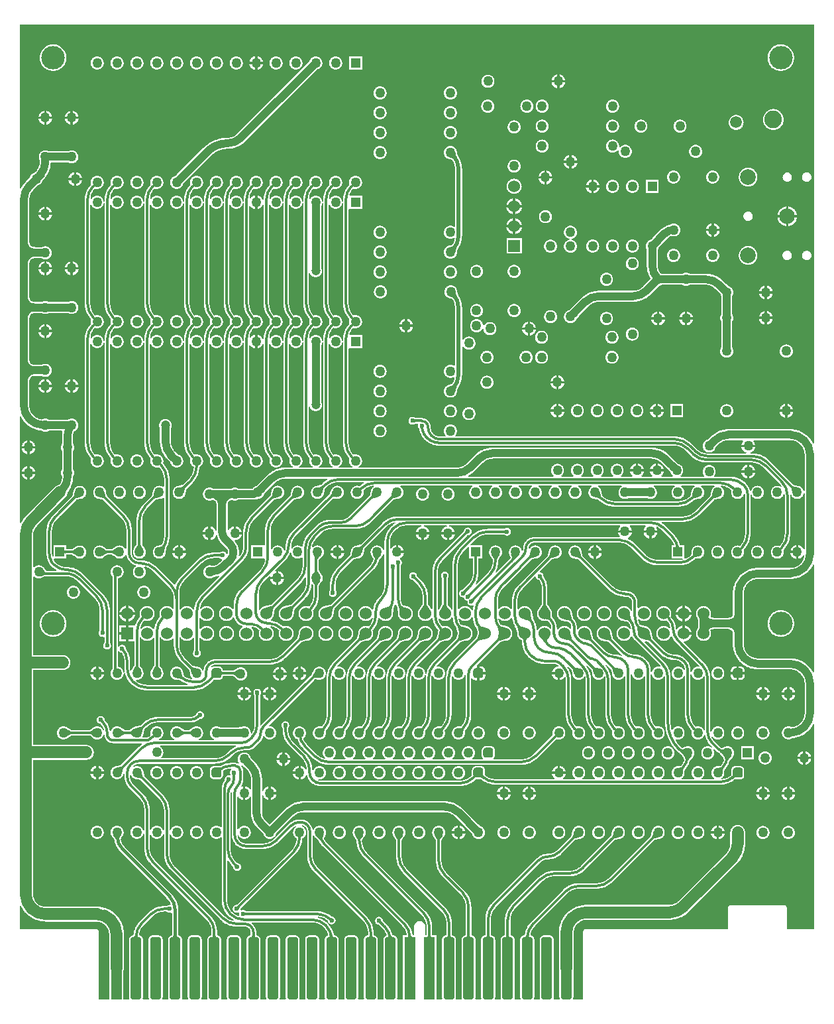
<source format=gbl>
G04*
G04 #@! TF.GenerationSoftware,Altium Limited,Altium Designer,19.1.8 (144)*
G04*
G04 Layer_Physical_Order=2*
G04 Layer_Color=16711680*
%FSLAX24Y24*%
%MOIN*%
G70*
G01*
G75*
%ADD25C,0.0118*%
%ADD26C,0.0394*%
%ADD27C,0.0118*%
%ADD28C,0.0197*%
%ADD30R,0.0551X0.3150*%
G04:AMPARAMS|DCode=31|XSize=55.1mil|YSize=315mil|CornerRadius=13.8mil|HoleSize=0mil|Usage=FLASHONLY|Rotation=0.000|XOffset=0mil|YOffset=0mil|HoleType=Round|Shape=RoundedRectangle|*
%AMROUNDEDRECTD31*
21,1,0.0551,0.2874,0,0,0.0*
21,1,0.0276,0.3150,0,0,0.0*
1,1,0.0276,0.0138,-0.1437*
1,1,0.0276,-0.0138,-0.1437*
1,1,0.0276,-0.0138,0.1437*
1,1,0.0276,0.0138,0.1437*
%
%ADD31ROUNDEDRECTD31*%
%ADD32C,0.0500*%
%ADD33C,0.0787*%
%ADD34C,0.0591*%
%ADD35C,0.0886*%
%ADD36C,0.0600*%
%ADD37R,0.0600X0.0600*%
%ADD38C,0.1181*%
%ADD39R,0.0600X0.0600*%
%ADD40R,0.0500X0.0500*%
G04:AMPARAMS|DCode=41|XSize=50mil|YSize=50mil|CornerRadius=12.5mil|HoleSize=0mil|Usage=FLASHONLY|Rotation=270.000|XOffset=0mil|YOffset=0mil|HoleType=Round|Shape=RoundedRectangle|*
%AMROUNDEDRECTD41*
21,1,0.0500,0.0250,0,0,270.0*
21,1,0.0250,0.0500,0,0,270.0*
1,1,0.0250,-0.0125,-0.0125*
1,1,0.0250,-0.0125,0.0125*
1,1,0.0250,0.0125,0.0125*
1,1,0.0250,0.0125,-0.0125*
%
%ADD41ROUNDEDRECTD41*%
%ADD42C,0.0236*%
%ADD43C,0.0472*%
%ADD44C,0.0591*%
%ADD45C,0.0157*%
G36*
X-18548Y42650D02*
X-18543Y42650D01*
X-18524Y42649D01*
X-18397Y42648D01*
Y42254D01*
X-18508Y42252D01*
X-18520Y42019D01*
X-18908Y42084D01*
X-18903Y42119D01*
X-18891Y42251D01*
X-18892Y42268D01*
X-18894Y42282D01*
X-18897Y42293D01*
X-18901Y42301D01*
X-18551Y42295D01*
Y42651D01*
X-18548Y42650D01*
D02*
G37*
G36*
X-17522Y42251D02*
X-17524Y42251D01*
X-17530Y42252D01*
X-17549Y42253D01*
X-17676Y42254D01*
Y42648D01*
X-17522Y42651D01*
Y42251D01*
D02*
G37*
G36*
X19978Y28059D02*
X19928Y28047D01*
X19909Y28086D01*
X19878Y28140D01*
X19844Y28193D01*
X19808Y28244D01*
X19770Y28294D01*
X19729Y28341D01*
X19686Y28386D01*
X19640Y28430D01*
X19593Y28471D01*
X19544Y28509D01*
X19492Y28545D01*
X19439Y28579D01*
X19385Y28610D01*
X19329Y28638D01*
X19272Y28663D01*
X19213Y28686D01*
X19154Y28705D01*
X19094Y28722D01*
X19032Y28736D01*
X18971Y28746D01*
X18909Y28754D01*
X18846Y28759D01*
X18783Y28760D01*
Y28760D01*
X15680D01*
Y28760D01*
X15617Y28759D01*
X15555Y28754D01*
X15493Y28746D01*
X15431Y28736D01*
X15370Y28722D01*
X15310Y28705D01*
X15250Y28686D01*
X15192Y28663D01*
X15134Y28638D01*
X15078Y28610D01*
X15024Y28579D01*
X14971Y28545D01*
X14920Y28509D01*
X14871Y28471D01*
X14823Y28430D01*
X14778Y28386D01*
X14778Y28386D01*
X14636Y28245D01*
X14620Y28241D01*
X14592Y28232D01*
X14566Y28221D01*
X14540Y28208D01*
X14516Y28193D01*
X14493Y28175D01*
X14472Y28156D01*
X14453Y28135D01*
X14435Y28112D01*
X14420Y28088D01*
X14406Y28062D01*
X14396Y28036D01*
X14387Y28008D01*
X14381Y27980D01*
X14377Y27952D01*
X14376Y27923D01*
X14377Y27895D01*
X14381Y27866D01*
X14387Y27838D01*
X14396Y27811D01*
X14406Y27784D01*
X14420Y27759D01*
X14435Y27734D01*
X14453Y27712D01*
X14472Y27691D01*
X14493Y27671D01*
X14516Y27654D01*
X14540Y27638D01*
X14566Y27625D01*
X14592Y27614D01*
X14620Y27605D01*
X14648Y27599D01*
X14676Y27595D01*
X14705Y27594D01*
X14733Y27595D01*
X14762Y27599D01*
X14790Y27605D01*
X14817Y27614D01*
X14844Y27625D01*
X14869Y27638D01*
X14893Y27654D01*
X14916Y27671D01*
X14937Y27691D01*
X14957Y27712D01*
X14974Y27734D01*
X14990Y27759D01*
X15003Y27784D01*
X15014Y27811D01*
X15023Y27838D01*
X15026Y27854D01*
X15168Y27996D01*
X15171Y27999D01*
X15202Y28029D01*
X15239Y28059D01*
X15278Y28087D01*
X15318Y28112D01*
X15360Y28134D01*
X15403Y28154D01*
X15447Y28170D01*
X15492Y28184D01*
X15539Y28195D01*
X15585Y28202D01*
X15633Y28207D01*
X15676Y28209D01*
X15680Y28208D01*
X16395D01*
X16403Y28198D01*
X16416Y28158D01*
X16406Y28147D01*
X16388Y28123D01*
X16371Y28098D01*
X16357Y28071D01*
X16345Y28042D01*
X16336Y28013D01*
X16330Y27984D01*
X16330Y27982D01*
X17017D01*
X17017Y27984D01*
X17010Y28013D01*
X17001Y28042D01*
X16989Y28071D01*
X16975Y28098D01*
X16959Y28123D01*
X16940Y28147D01*
X16930Y28158D01*
X16943Y28198D01*
X16952Y28208D01*
X18783D01*
X18787Y28209D01*
X18831Y28207D01*
X18878Y28202D01*
X18925Y28195D01*
X18971Y28184D01*
X19016Y28170D01*
X19061Y28154D01*
X19104Y28134D01*
X19146Y28112D01*
X19186Y28087D01*
X19224Y28059D01*
X19261Y28029D01*
X19296Y27996D01*
X19328Y27962D01*
X19358Y27925D01*
X19386Y27887D01*
X19411Y27846D01*
X19433Y27805D01*
X19453Y27761D01*
X19469Y27717D01*
X19483Y27672D01*
X19494Y27626D01*
X19502Y27579D01*
X19506Y27532D01*
X19508Y27488D01*
X19508Y27484D01*
Y25664D01*
X19458Y25659D01*
X19454Y25676D01*
X19445Y25703D01*
X19434Y25730D01*
X19421Y25755D01*
X19406Y25779D01*
X19388Y25802D01*
X19369Y25823D01*
X19347Y25843D01*
X19325Y25860D01*
X19301Y25876D01*
X19275Y25889D01*
X19249Y25900D01*
X19221Y25908D01*
X19193Y25915D01*
X19188Y25915D01*
X19187Y25916D01*
X19185Y25916D01*
X19184Y25916D01*
X19065Y25936D01*
X19007Y25949D01*
X18986Y25955D01*
X18969Y25961D01*
X18958Y25966D01*
X18954Y25968D01*
X18952Y25970D01*
X18115Y26806D01*
X18115Y26806D01*
X17716Y27206D01*
X17716Y27206D01*
X17716Y27206D01*
X17672Y27247D01*
X17627Y27286D01*
X17580Y27322D01*
X17531Y27356D01*
X17480Y27387D01*
X17427Y27416D01*
X17374Y27441D01*
X17319Y27464D01*
X17262Y27484D01*
X17205Y27501D01*
X17147Y27515D01*
X17089Y27526D01*
X17030Y27534D01*
X16970Y27538D01*
X16911Y27540D01*
Y27540D01*
X16782D01*
X16774Y27590D01*
X16793Y27595D01*
X16821Y27607D01*
X16848Y27621D01*
X16873Y27638D01*
X16897Y27656D01*
X16920Y27677D01*
X16940Y27699D01*
X16959Y27723D01*
X16975Y27749D01*
X16989Y27776D01*
X17001Y27804D01*
X17010Y27833D01*
X17017Y27863D01*
X17017Y27864D01*
X16330D01*
X16330Y27863D01*
X16336Y27833D01*
X16345Y27804D01*
X16357Y27776D01*
X16371Y27749D01*
X16388Y27723D01*
X16406Y27699D01*
X16427Y27677D01*
X16449Y27656D01*
X16473Y27638D01*
X16499Y27621D01*
X16526Y27607D01*
X16554Y27595D01*
X16572Y27590D01*
X16565Y27540D01*
X14650D01*
X14647Y27539D01*
X14601Y27541D01*
X14551Y27545D01*
X14502Y27553D01*
X14453Y27563D01*
X14405Y27577D01*
X14358Y27593D01*
X14312Y27612D01*
X14267Y27634D01*
X14224Y27658D01*
X14182Y27685D01*
X14142Y27715D01*
X14104Y27747D01*
X14070Y27779D01*
X14068Y27781D01*
X14068Y27781D01*
X14068Y27781D01*
X13786Y28063D01*
X13786Y28063D01*
X13743Y28104D01*
X13698Y28142D01*
X13650Y28179D01*
X13601Y28212D01*
X13551Y28244D01*
X13498Y28272D01*
X13444Y28298D01*
X13389Y28320D01*
X13333Y28340D01*
X13276Y28357D01*
X13218Y28371D01*
X13160Y28382D01*
X13100Y28390D01*
X13041Y28394D01*
X12981Y28396D01*
Y28396D01*
X1934D01*
X1915Y28446D01*
X1918Y28448D01*
X1937Y28470D01*
X1955Y28492D01*
X1970Y28517D01*
X1983Y28542D01*
X1994Y28569D01*
X2003Y28596D01*
X2009Y28624D01*
X2013Y28652D01*
X2014Y28681D01*
X2013Y28710D01*
X2009Y28738D01*
X2003Y28766D01*
X1994Y28794D01*
X1983Y28820D01*
X1970Y28846D01*
X1955Y28870D01*
X1937Y28893D01*
X1918Y28914D01*
X1897Y28933D01*
X1874Y28951D01*
X1850Y28966D01*
X1824Y28979D01*
X1798Y28990D01*
X1770Y28999D01*
X1742Y29005D01*
X1714Y29009D01*
X1685Y29010D01*
X1656Y29009D01*
X1628Y29005D01*
X1600Y28999D01*
X1572Y28990D01*
X1546Y28979D01*
X1521Y28966D01*
X1496Y28951D01*
X1474Y28933D01*
X1452Y28914D01*
X1433Y28893D01*
X1415Y28870D01*
X1400Y28846D01*
X1387Y28820D01*
X1376Y28794D01*
X1367Y28766D01*
X1361Y28738D01*
X1357Y28710D01*
X1356Y28681D01*
X1357Y28652D01*
X1361Y28624D01*
X1367Y28596D01*
X1376Y28569D01*
X1387Y28542D01*
X1400Y28517D01*
X1415Y28492D01*
X1433Y28470D01*
X1452Y28448D01*
X1455Y28446D01*
X1436Y28396D01*
X1157D01*
X1154Y28396D01*
X1121Y28397D01*
X1085Y28401D01*
X1050Y28408D01*
X1015Y28418D01*
X982Y28431D01*
X949Y28446D01*
X918Y28463D01*
X888Y28483D01*
X859Y28505D01*
X833Y28530D01*
X809Y28556D01*
X786Y28585D01*
X766Y28614D01*
X749Y28646D01*
X734Y28678D01*
X721Y28712D01*
X712Y28747D01*
X705Y28782D01*
X701Y28809D01*
X699Y28858D01*
X698Y28895D01*
X696Y28907D01*
X693Y28931D01*
X686Y28966D01*
X677Y29001D01*
X664Y29035D01*
X649Y29068D01*
X631Y29100D01*
X611Y29130D01*
X588Y29159D01*
X564Y29186D01*
X537Y29210D01*
X508Y29233D01*
X478Y29253D01*
X446Y29271D01*
X413Y29286D01*
X379Y29299D01*
X344Y29308D01*
X309Y29316D01*
X285Y29318D01*
X273Y29320D01*
X236Y29321D01*
Y29321D01*
X-50D01*
X-51Y29321D01*
X-59Y29321D01*
X-65Y29322D01*
X-70Y29323D01*
X-75Y29324D01*
X-80Y29326D01*
X-86Y29328D01*
X-91Y29330D01*
X-97Y29333D01*
X-102Y29337D01*
X-110Y29342D01*
X-111Y29343D01*
X-111Y29343D01*
X-114Y29344D01*
X-121Y29350D01*
X-141Y29361D01*
X-161Y29369D01*
X-183Y29375D01*
X-204Y29379D01*
X-226Y29380D01*
X-248Y29379D01*
X-270Y29375D01*
X-291Y29369D01*
X-312Y29361D01*
X-331Y29350D01*
X-349Y29337D01*
X-366Y29322D01*
X-381Y29306D01*
X-393Y29288D01*
X-404Y29269D01*
X-412Y29248D01*
X-419Y29227D01*
X-422Y29205D01*
X-424Y29183D01*
X-422Y29161D01*
X-419Y29139D01*
X-412Y29118D01*
X-404Y29098D01*
X-393Y29078D01*
X-381Y29060D01*
X-366Y29044D01*
X-349Y29029D01*
X-331Y29016D01*
X-312Y29005D01*
X-291Y28997D01*
X-270Y28991D01*
X-248Y28987D01*
X-226Y28986D01*
X-204Y28987D01*
X-183Y28991D01*
X-161Y28997D01*
X-141Y29005D01*
X-121Y29016D01*
X-114Y29022D01*
X-111Y29023D01*
X-111Y29024D01*
X-110Y29024D01*
X-102Y29029D01*
X-97Y29033D01*
X-91Y29036D01*
X-86Y29038D01*
X-80Y29040D01*
X-75Y29042D01*
X-70Y29043D01*
X-65Y29044D01*
X-59Y29045D01*
X-51Y29045D01*
X-50Y29045D01*
X24D01*
X26Y29044D01*
X48Y29018D01*
X58Y28995D01*
X54Y28981D01*
X50Y28959D01*
X49Y28937D01*
X50Y28915D01*
X54Y28893D01*
X60Y28872D01*
X68Y28851D01*
X79Y28832D01*
X92Y28814D01*
X98Y28808D01*
X98Y28806D01*
X100Y28805D01*
X101Y28804D01*
X105Y28799D01*
X108Y28795D01*
X110Y28792D01*
X113Y28787D01*
X115Y28782D01*
X118Y28776D01*
X120Y28771D01*
X125Y28754D01*
X127Y28745D01*
X127Y28743D01*
X127Y28741D01*
X128Y28740D01*
X133Y28716D01*
X147Y28662D01*
X164Y28609D01*
X184Y28556D01*
X206Y28506D01*
X232Y28456D01*
X260Y28408D01*
X291Y28362D01*
X325Y28317D01*
X361Y28274D01*
X399Y28234D01*
X440Y28195D01*
X482Y28159D01*
X527Y28126D01*
X573Y28095D01*
X613Y28071D01*
X614Y28071D01*
X615Y28070D01*
X621Y28067D01*
X671Y28041D01*
X722Y28018D01*
X774Y27998D01*
X827Y27981D01*
X881Y27967D01*
X936Y27957D01*
X991Y27949D01*
X1047Y27944D01*
X1102Y27943D01*
Y27943D01*
X12908D01*
X12911Y27943D01*
X12960Y27941D01*
X13012Y27937D01*
X13063Y27929D01*
X13114Y27918D01*
X13165Y27904D01*
X13214Y27887D01*
X13262Y27867D01*
X13309Y27844D01*
X13354Y27819D01*
X13398Y27790D01*
X13440Y27759D01*
X13480Y27726D01*
X13515Y27692D01*
X13518Y27690D01*
X13788Y27420D01*
X13788Y27420D01*
X13831Y27379D01*
X13877Y27340D01*
X13924Y27304D01*
X13973Y27270D01*
X14024Y27239D01*
X14076Y27210D01*
X14130Y27185D01*
X14185Y27162D01*
X14241Y27142D01*
X14298Y27125D01*
X14356Y27111D01*
X14415Y27100D01*
X14474Y27092D01*
X14533Y27088D01*
X14593Y27086D01*
Y27086D01*
X16837D01*
X16840Y27087D01*
X16889Y27085D01*
X16941Y27080D01*
X16993Y27072D01*
X17044Y27062D01*
X17094Y27048D01*
X17143Y27031D01*
X17191Y27011D01*
X17238Y26988D01*
X17283Y26962D01*
X17327Y26934D01*
X17369Y26903D01*
X17409Y26870D01*
X17445Y26836D01*
X17447Y26834D01*
X18261Y26020D01*
X18263Y26018D01*
X18295Y25984D01*
X18327Y25945D01*
X18357Y25905D01*
X18365Y25892D01*
X18328Y25858D01*
X18325Y25860D01*
X18301Y25876D01*
X18275Y25889D01*
X18249Y25900D01*
X18221Y25908D01*
X18193Y25915D01*
X18165Y25918D01*
X18136Y25920D01*
X18107Y25918D01*
X18079Y25915D01*
X18051Y25908D01*
X18023Y25900D01*
X17997Y25889D01*
X17971Y25876D01*
X17947Y25860D01*
X17924Y25843D01*
X17903Y25823D01*
X17884Y25802D01*
X17866Y25779D01*
X17851Y25755D01*
X17838Y25730D01*
X17827Y25703D01*
X17818Y25676D01*
X17812Y25648D01*
X17808Y25619D01*
X17807Y25591D01*
X17808Y25562D01*
X17812Y25533D01*
X17818Y25505D01*
X17827Y25478D01*
X17838Y25451D01*
X17851Y25426D01*
X17866Y25402D01*
X17884Y25379D01*
X17903Y25358D01*
X17924Y25338D01*
X17947Y25321D01*
X17971Y25306D01*
X17997Y25292D01*
X18023Y25281D01*
X18051Y25273D01*
X18079Y25266D01*
X18107Y25263D01*
X18136Y25261D01*
X18165Y25263D01*
X18193Y25266D01*
X18221Y25273D01*
X18249Y25281D01*
X18275Y25292D01*
X18301Y25306D01*
X18325Y25321D01*
X18348Y25338D01*
X18369Y25358D01*
X18388Y25379D01*
X18406Y25402D01*
X18421Y25426D01*
X18434Y25451D01*
X18445Y25478D01*
X18454Y25505D01*
X18502Y25493D01*
X18502Y25483D01*
X18504Y25436D01*
X18504Y25433D01*
Y23510D01*
X18504Y23507D01*
X18502Y23458D01*
X18498Y23407D01*
X18490Y23355D01*
X18479Y23304D01*
X18465Y23254D01*
X18448Y23205D01*
X18428Y23157D01*
X18405Y23110D01*
X18380Y23064D01*
X18351Y23021D01*
X18320Y22979D01*
X18287Y22939D01*
X18254Y22903D01*
X18252Y22902D01*
X18249Y22899D01*
X18249Y22900D01*
X18221Y22908D01*
X18193Y22915D01*
X18165Y22918D01*
X18136Y22920D01*
X18107Y22918D01*
X18079Y22915D01*
X18051Y22908D01*
X18023Y22900D01*
X17997Y22889D01*
X17971Y22876D01*
X17947Y22860D01*
X17924Y22843D01*
X17903Y22823D01*
X17884Y22802D01*
X17866Y22779D01*
X17851Y22755D01*
X17838Y22730D01*
X17827Y22703D01*
X17818Y22676D01*
X17812Y22648D01*
X17808Y22619D01*
X17807Y22591D01*
X17808Y22562D01*
X17812Y22533D01*
X17818Y22505D01*
X17827Y22478D01*
X17838Y22451D01*
X17851Y22426D01*
X17866Y22402D01*
X17884Y22379D01*
X17903Y22358D01*
X17924Y22338D01*
X17947Y22321D01*
X17971Y22306D01*
X17997Y22292D01*
X18023Y22281D01*
X18051Y22273D01*
X18079Y22266D01*
X18107Y22263D01*
X18136Y22262D01*
X18165Y22263D01*
X18193Y22266D01*
X18221Y22273D01*
X18249Y22281D01*
X18275Y22292D01*
X18301Y22306D01*
X18325Y22321D01*
X18348Y22338D01*
X18369Y22358D01*
X18388Y22379D01*
X18406Y22402D01*
X18421Y22426D01*
X18434Y22451D01*
X18445Y22478D01*
X18454Y22505D01*
X18460Y22533D01*
X18464Y22562D01*
X18465Y22591D01*
X18464Y22619D01*
X18460Y22648D01*
X18454Y22676D01*
X18452Y22682D01*
X18447Y22706D01*
X18447Y22706D01*
X18447Y22706D01*
X18488Y22749D01*
X18526Y22794D01*
X18563Y22841D01*
X18596Y22891D01*
X18627Y22941D01*
X18656Y22994D01*
X18682Y23048D01*
X18704Y23103D01*
X18724Y23159D01*
X18741Y23216D01*
X18755Y23274D01*
X18766Y23332D01*
X18774Y23392D01*
X18778Y23451D01*
X18780Y23510D01*
X18780D01*
Y25433D01*
X18780D01*
X18779Y25463D01*
X18827Y25478D01*
X18838Y25451D01*
X18851Y25426D01*
X18866Y25402D01*
X18884Y25379D01*
X18903Y25358D01*
X18924Y25338D01*
X18947Y25321D01*
X18971Y25306D01*
X18997Y25292D01*
X19023Y25281D01*
X19051Y25273D01*
X19079Y25266D01*
X19107Y25263D01*
X19136Y25261D01*
X19165Y25263D01*
X19193Y25266D01*
X19221Y25273D01*
X19249Y25281D01*
X19275Y25292D01*
X19301Y25306D01*
X19325Y25321D01*
X19347Y25338D01*
X19369Y25358D01*
X19388Y25379D01*
X19406Y25402D01*
X19421Y25426D01*
X19434Y25451D01*
X19445Y25478D01*
X19454Y25505D01*
X19458Y25522D01*
X19508Y25517D01*
Y22735D01*
X19458Y22725D01*
X19452Y22738D01*
X19438Y22765D01*
X19422Y22791D01*
X19403Y22815D01*
X19383Y22837D01*
X19360Y22858D01*
X19336Y22876D01*
X19310Y22893D01*
X19283Y22907D01*
X19255Y22918D01*
X19226Y22927D01*
X19197Y22934D01*
X19195Y22934D01*
Y22591D01*
Y22247D01*
X19197Y22247D01*
X19226Y22254D01*
X19255Y22263D01*
X19283Y22274D01*
X19310Y22289D01*
X19336Y22305D01*
X19360Y22323D01*
X19383Y22344D01*
X19403Y22366D01*
X19422Y22391D01*
X19438Y22416D01*
X19452Y22443D01*
X19454Y22448D01*
X19503Y22436D01*
X19502Y22421D01*
X19494Y22374D01*
X19483Y22328D01*
X19469Y22283D01*
X19453Y22239D01*
X19433Y22195D01*
X19411Y22154D01*
X19386Y22113D01*
X19358Y22075D01*
X19328Y22038D01*
X19296Y22004D01*
X19261Y21971D01*
X19224Y21941D01*
X19186Y21913D01*
X19146Y21888D01*
X19104Y21866D01*
X19061Y21846D01*
X19016Y21830D01*
X18971Y21816D01*
X18925Y21805D01*
X18878Y21798D01*
X18831Y21793D01*
X18787Y21791D01*
X18783Y21792D01*
X17171D01*
Y21792D01*
X17109Y21790D01*
X17046Y21786D01*
X16984Y21778D01*
X16922Y21767D01*
X16861Y21753D01*
X16801Y21737D01*
X16741Y21717D01*
X16683Y21695D01*
X16626Y21669D01*
X16570Y21641D01*
X16515Y21610D01*
X16462Y21577D01*
X16411Y21541D01*
X16362Y21502D01*
X16314Y21461D01*
X16269Y21418D01*
X16226Y21373D01*
X16185Y21325D01*
X16146Y21276D01*
X16110Y21225D01*
X16077Y21172D01*
X16046Y21117D01*
X16018Y21061D01*
X15992Y21004D01*
X15970Y20946D01*
X15950Y20886D01*
X15934Y20826D01*
X15920Y20765D01*
X15909Y20703D01*
X15901Y20641D01*
X15897Y20578D01*
X15895Y20516D01*
X15895D01*
Y19500D01*
X15892Y19450D01*
X15883Y19412D01*
X15870Y19380D01*
X15851Y19354D01*
X15827Y19332D01*
X15796Y19312D01*
X15756Y19295D01*
X15707Y19283D01*
X15656Y19276D01*
X15015D01*
X14944Y19279D01*
X14885Y19287D01*
X14836Y19299D01*
X14805Y19312D01*
X14765Y19340D01*
X14777Y19370D01*
X14787Y19402D01*
X14795Y19434D01*
X14799Y19467D01*
X14800Y19500D01*
X14799Y19533D01*
X14795Y19566D01*
X14787Y19598D01*
X14777Y19630D01*
X14765Y19660D01*
X14750Y19690D01*
X14732Y19717D01*
X14712Y19744D01*
X14689Y19768D01*
X14665Y19790D01*
X14639Y19811D01*
X14611Y19828D01*
X14581Y19844D01*
X14551Y19856D01*
X14519Y19866D01*
X14487Y19873D01*
X14454Y19878D01*
X14421Y19879D01*
X14388Y19878D01*
X14355Y19873D01*
X14323Y19866D01*
X14292Y19856D01*
X14261Y19844D01*
X14232Y19828D01*
X14204Y19811D01*
X14178Y19790D01*
X14153Y19768D01*
X14131Y19744D01*
X14111Y19717D01*
X14093Y19690D01*
X14078Y19660D01*
X14065Y19630D01*
X14055Y19598D01*
X14048Y19566D01*
X14044Y19533D01*
X14042Y19500D01*
X14044Y19467D01*
X14048Y19434D01*
X14055Y19402D01*
X14065Y19370D01*
X14078Y19340D01*
X14093Y19310D01*
X14111Y19283D01*
X14115Y19277D01*
X14115Y19277D01*
X14121Y19268D01*
X14124Y19261D01*
X14128Y19250D01*
X14132Y19237D01*
X14136Y19220D01*
X14139Y19202D01*
X14145Y19123D01*
X14145Y19093D01*
X14145Y19092D01*
Y18908D01*
X14145Y18907D01*
X14145Y18876D01*
X14144Y18849D01*
X14139Y18799D01*
X14136Y18780D01*
X14132Y18763D01*
X14128Y18750D01*
X14124Y18739D01*
X14121Y18732D01*
X14115Y18723D01*
X14115Y18723D01*
X14111Y18717D01*
X14093Y18690D01*
X14078Y18660D01*
X14065Y18630D01*
X14055Y18598D01*
X14048Y18566D01*
X14044Y18533D01*
X14042Y18500D01*
X14044Y18467D01*
X14048Y18434D01*
X14055Y18402D01*
X14065Y18370D01*
X14078Y18340D01*
X14093Y18310D01*
X14111Y18283D01*
X14131Y18256D01*
X14153Y18232D01*
X14178Y18210D01*
X14204Y18189D01*
X14232Y18172D01*
X14261Y18156D01*
X14292Y18144D01*
X14323Y18134D01*
X14355Y18127D01*
X14388Y18122D01*
X14421Y18121D01*
X14454Y18122D01*
X14487Y18127D01*
X14519Y18134D01*
X14551Y18144D01*
X14581Y18156D01*
X14611Y18172D01*
X14639Y18189D01*
X14665Y18210D01*
X14689Y18232D01*
X14712Y18256D01*
X14732Y18283D01*
X14750Y18310D01*
X14765Y18340D01*
X14777Y18370D01*
X14787Y18402D01*
X14795Y18434D01*
X14799Y18467D01*
X14800Y18500D01*
X14799Y18533D01*
X14795Y18566D01*
X14787Y18598D01*
X14777Y18630D01*
X14765Y18660D01*
X14805Y18688D01*
X14836Y18701D01*
X14885Y18713D01*
X14944Y18721D01*
X15015Y18724D01*
X15557D01*
X15562Y18722D01*
X15564Y18722D01*
X15565Y18722D01*
X15571Y18721D01*
X15578Y18720D01*
X15649Y18717D01*
X15707Y18709D01*
X15756Y18697D01*
X15796Y18680D01*
X15827Y18661D01*
X15851Y18638D01*
X15870Y18612D01*
X15883Y18580D01*
X15892Y18542D01*
X15895Y18493D01*
Y17968D01*
X15895D01*
X15897Y17906D01*
X15901Y17843D01*
X15909Y17781D01*
X15920Y17720D01*
X15934Y17658D01*
X15950Y17598D01*
X15970Y17539D01*
X15992Y17480D01*
X16018Y17423D01*
X16046Y17367D01*
X16077Y17313D01*
X16110Y17260D01*
X16146Y17208D01*
X16185Y17159D01*
X16226Y17112D01*
X16269Y17066D01*
X16314Y17023D01*
X16362Y16982D01*
X16411Y16944D01*
X16462Y16908D01*
X16515Y16874D01*
X16570Y16843D01*
X16626Y16815D01*
X16683Y16790D01*
X16741Y16767D01*
X16801Y16747D01*
X16861Y16731D01*
X16922Y16717D01*
X16984Y16706D01*
X17046Y16699D01*
X17109Y16694D01*
X17171Y16693D01*
Y16693D01*
X18793D01*
X18797Y16693D01*
X18840Y16691D01*
X18887Y16687D01*
X18933Y16679D01*
X18978Y16669D01*
X19023Y16655D01*
X19067Y16639D01*
X19109Y16619D01*
X19151Y16597D01*
X19190Y16572D01*
X19228Y16545D01*
X19264Y16516D01*
X19299Y16484D01*
X19331Y16449D01*
X19360Y16413D01*
X19387Y16375D01*
X19412Y16336D01*
X19434Y16294D01*
X19453Y16252D01*
X19470Y16208D01*
X19484Y16163D01*
X19494Y16118D01*
X19502Y16072D01*
X19506Y16025D01*
X19508Y15982D01*
X19508Y15978D01*
Y14504D01*
X19508Y14500D01*
X19506Y14457D01*
X19502Y14409D01*
X19494Y14363D01*
X19483Y14316D01*
X19469Y14271D01*
X19453Y14227D01*
X19433Y14184D01*
X19411Y14142D01*
X19386Y14101D01*
X19358Y14063D01*
X19328Y14026D01*
X19296Y13992D01*
X19261Y13959D01*
X19224Y13929D01*
X19186Y13902D01*
X19146Y13877D01*
X19104Y13854D01*
X19061Y13835D01*
X19016Y13818D01*
X18971Y13804D01*
X18925Y13793D01*
X18878Y13786D01*
X18863Y13784D01*
X18855Y13789D01*
X18830Y13802D01*
X18803Y13813D01*
X18776Y13822D01*
X18748Y13828D01*
X18720Y13832D01*
X18691Y13833D01*
X18662Y13832D01*
X18634Y13828D01*
X18606Y13822D01*
X18578Y13813D01*
X18552Y13802D01*
X18526Y13789D01*
X18502Y13773D01*
X18479Y13756D01*
X18458Y13737D01*
X18439Y13715D01*
X18421Y13693D01*
X18406Y13668D01*
X18393Y13643D01*
X18382Y13616D01*
X18373Y13589D01*
X18367Y13561D01*
X18363Y13533D01*
X18362Y13504D01*
X18363Y13475D01*
X18367Y13447D01*
X18373Y13419D01*
X18382Y13391D01*
X18393Y13365D01*
X18406Y13339D01*
X18421Y13315D01*
X18439Y13292D01*
X18458Y13271D01*
X18479Y13252D01*
X18502Y13234D01*
X18526Y13219D01*
X18552Y13206D01*
X18578Y13195D01*
X18606Y13186D01*
X18634Y13180D01*
X18662Y13176D01*
X18691Y13175D01*
X18720Y13176D01*
X18748Y13180D01*
X18776Y13186D01*
X18803Y13195D01*
X18830Y13206D01*
X18855Y13219D01*
X18875Y13232D01*
X18909Y13234D01*
X18971Y13242D01*
X19032Y13252D01*
X19094Y13266D01*
X19154Y13283D01*
X19213Y13303D01*
X19272Y13325D01*
X19329Y13350D01*
X19385Y13379D01*
X19439Y13409D01*
X19492Y13443D01*
X19544Y13479D01*
X19593Y13518D01*
X19640Y13558D01*
X19686Y13602D01*
X19729Y13647D01*
X19770Y13694D01*
X19808Y13744D01*
X19844Y13795D01*
X19878Y13848D01*
X19909Y13902D01*
X19928Y13941D01*
X19978Y13930D01*
Y3644D01*
X18604D01*
Y4724D01*
X18597Y4763D01*
X18575Y4795D01*
X18542Y4817D01*
X18504Y4825D01*
X15748D01*
X15710Y4817D01*
X15677Y4795D01*
X15655Y4763D01*
X15648Y4724D01*
Y3644D01*
X8465D01*
X8426Y3636D01*
X8394Y3614D01*
X8372Y3582D01*
X8364Y3543D01*
Y100D01*
X7887D01*
X7866Y126D01*
X7856Y150D01*
X7862Y165D01*
X7869Y188D01*
X7873Y212D01*
X7874Y236D01*
Y1554D01*
X7881Y1576D01*
X7888Y1608D01*
X7893Y1641D01*
X7894Y1673D01*
Y3478D01*
X7894Y3482D01*
X7895Y3519D01*
X7899Y3560D01*
X7906Y3600D01*
X7915Y3640D01*
X7927Y3680D01*
X7941Y3718D01*
X7958Y3755D01*
X7978Y3791D01*
X7999Y3826D01*
X8023Y3859D01*
X8049Y3891D01*
X8077Y3921D01*
X8107Y3949D01*
X8139Y3975D01*
X8172Y3999D01*
X8207Y4020D01*
X8243Y4040D01*
X8280Y4057D01*
X8318Y4071D01*
X8358Y4083D01*
X8398Y4092D01*
X8438Y4099D01*
X8479Y4103D01*
X8516Y4104D01*
X8520Y4104D01*
X12696D01*
Y4104D01*
X12759Y4105D01*
X12823Y4110D01*
X12886Y4117D01*
X12949Y4127D01*
X13011Y4140D01*
X13072Y4156D01*
X13133Y4175D01*
X13193Y4197D01*
X13251Y4221D01*
X13309Y4248D01*
X13365Y4278D01*
X13420Y4310D01*
X13473Y4344D01*
X13524Y4382D01*
X13574Y4421D01*
X13622Y4463D01*
X13668Y4507D01*
X13668Y4507D01*
X16112Y6950D01*
X16112Y6950D01*
X16155Y6996D01*
X16197Y7044D01*
X16237Y7094D01*
X16274Y7145D01*
X16308Y7199D01*
X16340Y7253D01*
X16370Y7309D01*
X16397Y7367D01*
X16421Y7426D01*
X16443Y7485D01*
X16462Y7546D01*
X16478Y7607D01*
X16491Y7670D01*
X16501Y7732D01*
X16508Y7795D01*
X16513Y7859D01*
X16514Y7922D01*
X16514D01*
Y8500D01*
X16513Y8533D01*
X16508Y8565D01*
X16501Y8597D01*
X16492Y8628D01*
X16479Y8658D01*
X16464Y8687D01*
X16446Y8715D01*
X16427Y8741D01*
X16404Y8765D01*
X16380Y8787D01*
X16354Y8807D01*
X16327Y8824D01*
X16298Y8839D01*
X16268Y8852D01*
X16237Y8862D01*
X16205Y8869D01*
X16172Y8873D01*
X16140Y8874D01*
X16107Y8873D01*
X16075Y8869D01*
X16043Y8862D01*
X16012Y8852D01*
X15982Y8839D01*
X15953Y8824D01*
X15925Y8807D01*
X15899Y8787D01*
X15875Y8765D01*
X15853Y8741D01*
X15833Y8715D01*
X15816Y8687D01*
X15800Y8658D01*
X15788Y8628D01*
X15778Y8597D01*
X15771Y8565D01*
X15767Y8533D01*
X15765Y8500D01*
Y7922D01*
X15766Y7918D01*
X15764Y7881D01*
X15760Y7840D01*
X15754Y7800D01*
X15744Y7760D01*
X15732Y7721D01*
X15718Y7683D01*
X15701Y7645D01*
X15682Y7609D01*
X15660Y7574D01*
X15636Y7541D01*
X15610Y7509D01*
X15585Y7482D01*
X15582Y7480D01*
X13138Y5036D01*
X13136Y5033D01*
X13109Y5008D01*
X13077Y4982D01*
X13044Y4958D01*
X13009Y4936D01*
X12973Y4917D01*
X12936Y4900D01*
X12897Y4886D01*
X12858Y4874D01*
X12818Y4864D01*
X12778Y4858D01*
X12737Y4854D01*
X12700Y4853D01*
X12696Y4853D01*
X8520D01*
Y4853D01*
X8456Y4851D01*
X8393Y4847D01*
X8330Y4840D01*
X8267Y4829D01*
X8205Y4816D01*
X8144Y4800D01*
X8083Y4781D01*
X8023Y4760D01*
X7965Y4736D01*
X7907Y4709D01*
X7851Y4679D01*
X7796Y4647D01*
X7743Y4612D01*
X7691Y4575D01*
X7642Y4536D01*
X7594Y4494D01*
X7548Y4450D01*
X7504Y4404D01*
X7462Y4356D01*
X7423Y4307D01*
X7386Y4255D01*
X7351Y4202D01*
X7319Y4147D01*
X7289Y4091D01*
X7262Y4033D01*
X7238Y3975D01*
X7217Y3915D01*
X7198Y3854D01*
X7182Y3793D01*
X7169Y3731D01*
X7158Y3668D01*
X7151Y3605D01*
X7147Y3542D01*
X7145Y3478D01*
X7145D01*
Y1673D01*
X7147Y1641D01*
X7151Y1608D01*
X7158Y1576D01*
X7165Y1554D01*
Y236D01*
X7166Y212D01*
X7170Y188D01*
X7177Y165D01*
X7183Y150D01*
X7173Y126D01*
X7152Y100D01*
X6903D01*
X6882Y126D01*
X6872Y150D01*
X6878Y165D01*
X6885Y188D01*
X6889Y212D01*
X6890Y236D01*
Y3110D01*
X6889Y3135D01*
X6885Y3158D01*
X6878Y3182D01*
X6869Y3204D01*
X6857Y3226D01*
X6843Y3245D01*
X6827Y3264D01*
X6808Y3280D01*
X6789Y3294D01*
X6767Y3306D01*
X6745Y3315D01*
X6721Y3322D01*
X6698Y3326D01*
X6673Y3327D01*
X6398D01*
X6373Y3326D01*
X6349Y3322D01*
X6326Y3315D01*
X6304Y3306D01*
X6282Y3294D01*
X6262Y3280D01*
X6244Y3264D01*
X6228Y3245D01*
X6214Y3226D01*
X6202Y3204D01*
X6193Y3182D01*
X6186Y3158D01*
X6182Y3135D01*
X6181Y3110D01*
Y236D01*
X6182Y212D01*
X6186Y188D01*
X6193Y165D01*
X6199Y150D01*
X6189Y126D01*
X6168Y100D01*
X5918D01*
X5898Y126D01*
X5888Y150D01*
X5894Y165D01*
X5900Y188D01*
X5904Y212D01*
X5906Y236D01*
Y3110D01*
X5904Y3135D01*
X5900Y3158D01*
X5894Y3182D01*
X5884Y3204D01*
X5873Y3226D01*
X5859Y3245D01*
X5842Y3264D01*
X5824Y3280D01*
X5804Y3294D01*
X5783Y3306D01*
X5761Y3315D01*
X5737Y3322D01*
X5736Y3322D01*
X5709Y3369D01*
X5708Y3376D01*
X5714Y3404D01*
X5728Y3455D01*
X5745Y3504D01*
X5765Y3552D01*
X5788Y3599D01*
X5813Y3644D01*
X5842Y3688D01*
X5872Y3730D01*
X5906Y3770D01*
X5939Y3805D01*
X5942Y3807D01*
X7551Y5417D01*
X7553Y5419D01*
X7589Y5452D01*
X7629Y5486D01*
X7670Y5517D01*
X7714Y5545D01*
X7760Y5571D01*
X7806Y5593D01*
X7855Y5613D01*
X7904Y5630D01*
X7954Y5644D01*
X8005Y5655D01*
X8056Y5663D01*
X8108Y5668D01*
X8157Y5669D01*
X8160Y5669D01*
X9033D01*
Y5669D01*
X9092Y5670D01*
X9152Y5675D01*
X9211Y5683D01*
X9269Y5694D01*
X9327Y5708D01*
X9384Y5725D01*
X9440Y5745D01*
X9496Y5767D01*
X9549Y5793D01*
X9602Y5821D01*
X9653Y5853D01*
X9702Y5886D01*
X9749Y5923D01*
X9794Y5961D01*
X9837Y6002D01*
X9837Y6002D01*
X11956Y8121D01*
X11958Y8122D01*
X11962Y8125D01*
X11973Y8129D01*
X11987Y8134D01*
X12145Y8168D01*
X12187Y8174D01*
X12188Y8175D01*
X12190Y8175D01*
X12192Y8175D01*
X12197Y8176D01*
X12225Y8182D01*
X12252Y8191D01*
X12279Y8202D01*
X12304Y8215D01*
X12328Y8230D01*
X12351Y8248D01*
X12372Y8267D01*
X12392Y8288D01*
X12409Y8311D01*
X12425Y8335D01*
X12438Y8361D01*
X12449Y8387D01*
X12458Y8415D01*
X12464Y8443D01*
X12468Y8471D01*
X12469Y8500D01*
X12468Y8529D01*
X12464Y8557D01*
X12458Y8585D01*
X12449Y8613D01*
X12438Y8639D01*
X12425Y8665D01*
X12409Y8689D01*
X12392Y8712D01*
X12372Y8733D01*
X12351Y8752D01*
X12328Y8770D01*
X12304Y8785D01*
X12279Y8798D01*
X12252Y8809D01*
X12225Y8818D01*
X12197Y8824D01*
X12168Y8828D01*
X12140Y8829D01*
X12111Y8828D01*
X12083Y8824D01*
X12055Y8818D01*
X12027Y8809D01*
X12001Y8798D01*
X11975Y8785D01*
X11951Y8770D01*
X11928Y8752D01*
X11907Y8733D01*
X11888Y8712D01*
X11870Y8689D01*
X11855Y8665D01*
X11842Y8639D01*
X11831Y8613D01*
X11822Y8585D01*
X11816Y8557D01*
X11815Y8552D01*
X11815Y8551D01*
X11815Y8549D01*
X11814Y8548D01*
X11794Y8429D01*
X11781Y8371D01*
X11775Y8350D01*
X11769Y8333D01*
X11764Y8322D01*
X11762Y8318D01*
X11761Y8316D01*
X9642Y6198D01*
X9640Y6195D01*
X9604Y6162D01*
X9564Y6128D01*
X9522Y6098D01*
X9479Y6069D01*
X9433Y6044D01*
X9386Y6021D01*
X9338Y6001D01*
X9289Y5984D01*
X9239Y5970D01*
X9188Y5959D01*
X9137Y5951D01*
X9085Y5946D01*
X9036Y5945D01*
X9033Y5945D01*
X8160D01*
Y5945D01*
X8101Y5944D01*
X8041Y5939D01*
X7982Y5931D01*
X7924Y5920D01*
X7866Y5906D01*
X7809Y5890D01*
X7752Y5870D01*
X7697Y5847D01*
X7644Y5821D01*
X7591Y5793D01*
X7540Y5762D01*
X7491Y5728D01*
X7444Y5692D01*
X7399Y5653D01*
X7355Y5612D01*
X7356Y5612D01*
X5746Y4003D01*
X5746Y4003D01*
X5705Y3960D01*
X5667Y3914D01*
X5630Y3867D01*
X5597Y3818D01*
X5565Y3767D01*
X5537Y3715D01*
X5511Y3661D01*
X5489Y3606D01*
X5469Y3550D01*
X5452Y3493D01*
X5438Y3435D01*
X5428Y3381D01*
X5428Y3381D01*
X5428Y3380D01*
X5427Y3376D01*
X5426Y3368D01*
X5424Y3356D01*
X5421Y3341D01*
X5418Y3329D01*
X5417Y3327D01*
X5413D01*
X5389Y3326D01*
X5365Y3322D01*
X5342Y3315D01*
X5319Y3306D01*
X5298Y3294D01*
X5278Y3280D01*
X5260Y3264D01*
X5244Y3245D01*
X5230Y3226D01*
X5218Y3204D01*
X5209Y3182D01*
X5202Y3158D01*
X5198Y3135D01*
X5197Y3110D01*
Y236D01*
X5198Y212D01*
X5202Y188D01*
X5209Y165D01*
X5215Y150D01*
X5205Y126D01*
X5184Y100D01*
X4934D01*
X4913Y126D01*
X4904Y150D01*
X4909Y165D01*
X4916Y188D01*
X4920Y212D01*
X4922Y236D01*
Y3110D01*
X4920Y3135D01*
X4916Y3158D01*
X4909Y3182D01*
X4900Y3204D01*
X4888Y3226D01*
X4874Y3245D01*
X4858Y3264D01*
X4840Y3280D01*
X4820Y3294D01*
X4799Y3306D01*
X4776Y3315D01*
X4753Y3322D01*
X4729Y3326D01*
X4708Y3327D01*
X4707Y3333D01*
X4706Y3348D01*
X4705Y3368D01*
X4705Y3369D01*
Y4084D01*
X4705Y4087D01*
X4706Y4136D01*
X4711Y4188D01*
X4719Y4239D01*
X4730Y4290D01*
X4744Y4340D01*
X4761Y4390D01*
X4781Y4438D01*
X4803Y4484D01*
X4829Y4530D01*
X4857Y4574D01*
X4888Y4616D01*
X4922Y4656D01*
X4955Y4691D01*
X4957Y4693D01*
X6301Y6037D01*
X6303Y6039D01*
X6339Y6073D01*
X6379Y6106D01*
X6420Y6137D01*
X6464Y6165D01*
X6510Y6191D01*
X6556Y6213D01*
X6605Y6233D01*
X6654Y6250D01*
X6704Y6264D01*
X6755Y6275D01*
X6806Y6283D01*
X6858Y6288D01*
X6907Y6289D01*
X6910Y6289D01*
X7653D01*
Y6289D01*
X7712Y6291D01*
X7772Y6295D01*
X7831Y6303D01*
X7889Y6314D01*
X7947Y6328D01*
X8004Y6345D01*
X8061Y6365D01*
X8116Y6387D01*
X8169Y6413D01*
X8222Y6441D01*
X8273Y6473D01*
X8322Y6506D01*
X8369Y6543D01*
X8414Y6581D01*
X8457Y6622D01*
X8457Y6622D01*
X9956Y8121D01*
X9958Y8122D01*
X9962Y8125D01*
X9973Y8129D01*
X9987Y8134D01*
X10145Y8168D01*
X10187Y8174D01*
X10188Y8175D01*
X10190Y8175D01*
X10192Y8175D01*
X10197Y8176D01*
X10225Y8182D01*
X10252Y8191D01*
X10279Y8202D01*
X10304Y8215D01*
X10328Y8230D01*
X10351Y8248D01*
X10372Y8267D01*
X10392Y8288D01*
X10409Y8311D01*
X10425Y8335D01*
X10438Y8361D01*
X10449Y8387D01*
X10458Y8415D01*
X10464Y8443D01*
X10468Y8471D01*
X10469Y8500D01*
X10468Y8529D01*
X10464Y8557D01*
X10458Y8585D01*
X10449Y8613D01*
X10438Y8639D01*
X10425Y8665D01*
X10409Y8689D01*
X10392Y8712D01*
X10372Y8733D01*
X10351Y8752D01*
X10328Y8770D01*
X10304Y8785D01*
X10279Y8798D01*
X10252Y8809D01*
X10225Y8818D01*
X10197Y8824D01*
X10168Y8828D01*
X10140Y8829D01*
X10111Y8828D01*
X10083Y8824D01*
X10055Y8818D01*
X10027Y8809D01*
X10001Y8798D01*
X9975Y8785D01*
X9951Y8770D01*
X9928Y8752D01*
X9907Y8733D01*
X9888Y8712D01*
X9870Y8689D01*
X9855Y8665D01*
X9842Y8639D01*
X9831Y8613D01*
X9822Y8585D01*
X9816Y8557D01*
X9815Y8552D01*
X9815Y8551D01*
X9815Y8549D01*
X9814Y8548D01*
X9794Y8429D01*
X9781Y8371D01*
X9775Y8350D01*
X9769Y8333D01*
X9764Y8322D01*
X9762Y8318D01*
X9761Y8316D01*
X8262Y6818D01*
X8260Y6815D01*
X8224Y6782D01*
X8184Y6748D01*
X8142Y6718D01*
X8099Y6689D01*
X8053Y6664D01*
X8007Y6641D01*
X7958Y6621D01*
X7909Y6604D01*
X7859Y6590D01*
X7808Y6579D01*
X7757Y6571D01*
X7705Y6567D01*
X7656Y6565D01*
X7653Y6565D01*
X6910D01*
Y6565D01*
X6851Y6564D01*
X6791Y6559D01*
X6732Y6551D01*
X6674Y6540D01*
X6616Y6527D01*
X6559Y6510D01*
X6502Y6490D01*
X6447Y6467D01*
X6394Y6441D01*
X6341Y6413D01*
X6290Y6382D01*
X6241Y6348D01*
X6194Y6312D01*
X6149Y6273D01*
X6105Y6232D01*
X6106Y6232D01*
X4762Y4889D01*
X4762Y4889D01*
X4721Y4845D01*
X4682Y4800D01*
X4646Y4753D01*
X4612Y4704D01*
X4581Y4653D01*
X4553Y4601D01*
X4527Y4547D01*
X4504Y4492D01*
X4484Y4436D01*
X4468Y4378D01*
X4454Y4320D01*
X4443Y4262D01*
X4435Y4203D01*
X4430Y4143D01*
X4429Y4084D01*
X4429D01*
Y3369D01*
X4429Y3368D01*
X4428Y3348D01*
X4427Y3333D01*
X4426Y3327D01*
X4405Y3326D01*
X4381Y3322D01*
X4358Y3315D01*
X4335Y3306D01*
X4314Y3294D01*
X4294Y3280D01*
X4276Y3264D01*
X4260Y3245D01*
X4245Y3226D01*
X4234Y3204D01*
X4224Y3182D01*
X4218Y3158D01*
X4214Y3135D01*
X4212Y3110D01*
Y236D01*
X4214Y212D01*
X4218Y188D01*
X4224Y165D01*
X4230Y150D01*
X4220Y126D01*
X4200Y100D01*
X3950D01*
X3929Y126D01*
X3919Y150D01*
X3925Y165D01*
X3932Y188D01*
X3936Y212D01*
X3937Y236D01*
Y3110D01*
X3936Y3135D01*
X3932Y3158D01*
X3925Y3182D01*
X3916Y3204D01*
X3904Y3226D01*
X3890Y3245D01*
X3874Y3264D01*
X3856Y3280D01*
X3836Y3294D01*
X3815Y3306D01*
X3792Y3315D01*
X3769Y3322D01*
X3745Y3326D01*
X3724Y3327D01*
X3723Y3333D01*
X3721Y3348D01*
X3721Y3368D01*
X3721Y3369D01*
Y4143D01*
X3721Y4146D01*
X3722Y4195D01*
X3727Y4247D01*
X3735Y4298D01*
X3746Y4349D01*
X3760Y4399D01*
X3776Y4449D01*
X3796Y4497D01*
X3819Y4544D01*
X3845Y4589D01*
X3873Y4633D01*
X3904Y4675D01*
X3937Y4715D01*
X3971Y4750D01*
X3973Y4752D01*
X6198Y6977D01*
X6200Y6979D01*
X6228Y7005D01*
X6260Y7031D01*
X6293Y7054D01*
X6329Y7075D01*
X6365Y7094D01*
X6403Y7109D01*
X6442Y7122D01*
X6482Y7132D01*
X6522Y7140D01*
X6555Y7143D01*
X6604Y7145D01*
Y7145D01*
X6655Y7147D01*
X6706Y7151D01*
X6756Y7158D01*
X6806Y7168D01*
X6856Y7181D01*
X6904Y7196D01*
X6952Y7214D01*
X6998Y7235D01*
X7044Y7259D01*
X7087Y7284D01*
X7130Y7313D01*
X7170Y7343D01*
X7209Y7376D01*
X7246Y7411D01*
X7246Y7411D01*
X7246Y7411D01*
X7956Y8121D01*
X7958Y8122D01*
X7962Y8125D01*
X7973Y8129D01*
X7987Y8134D01*
X8145Y8168D01*
X8187Y8174D01*
X8188Y8175D01*
X8190Y8175D01*
X8192Y8175D01*
X8197Y8176D01*
X8225Y8182D01*
X8252Y8191D01*
X8279Y8202D01*
X8304Y8215D01*
X8328Y8230D01*
X8351Y8248D01*
X8372Y8267D01*
X8392Y8288D01*
X8409Y8311D01*
X8425Y8335D01*
X8438Y8361D01*
X8449Y8387D01*
X8458Y8415D01*
X8464Y8443D01*
X8468Y8471D01*
X8469Y8500D01*
X8468Y8529D01*
X8464Y8557D01*
X8458Y8585D01*
X8449Y8613D01*
X8438Y8639D01*
X8425Y8665D01*
X8409Y8689D01*
X8392Y8712D01*
X8372Y8733D01*
X8351Y8752D01*
X8328Y8770D01*
X8304Y8785D01*
X8279Y8798D01*
X8252Y8809D01*
X8225Y8818D01*
X8197Y8824D01*
X8168Y8828D01*
X8140Y8829D01*
X8111Y8828D01*
X8083Y8824D01*
X8055Y8818D01*
X8027Y8809D01*
X8001Y8798D01*
X7975Y8785D01*
X7951Y8770D01*
X7928Y8752D01*
X7907Y8733D01*
X7888Y8712D01*
X7870Y8689D01*
X7855Y8665D01*
X7842Y8639D01*
X7831Y8613D01*
X7822Y8585D01*
X7816Y8557D01*
X7815Y8552D01*
X7815Y8551D01*
X7814Y8549D01*
X7814Y8548D01*
X7794Y8429D01*
X7781Y8371D01*
X7775Y8350D01*
X7769Y8333D01*
X7764Y8322D01*
X7762Y8318D01*
X7761Y8316D01*
X7051Y7607D01*
X7049Y7605D01*
X7021Y7578D01*
X6989Y7552D01*
X6955Y7528D01*
X6920Y7506D01*
X6884Y7486D01*
X6846Y7469D01*
X6807Y7455D01*
X6768Y7443D01*
X6728Y7433D01*
X6687Y7427D01*
X6654Y7423D01*
X6604Y7422D01*
Y7422D01*
X6553Y7420D01*
X6502Y7415D01*
X6451Y7408D01*
X6401Y7397D01*
X6351Y7383D01*
X6303Y7366D01*
X6255Y7347D01*
X6209Y7324D01*
X6164Y7299D01*
X6121Y7271D01*
X6079Y7241D01*
X6040Y7208D01*
X6003Y7172D01*
X6003Y7172D01*
X3778Y4948D01*
X3778Y4948D01*
X3737Y4904D01*
X3698Y4859D01*
X3662Y4812D01*
X3628Y4763D01*
X3597Y4712D01*
X3569Y4660D01*
X3543Y4606D01*
X3520Y4551D01*
X3500Y4495D01*
X3483Y4437D01*
X3469Y4380D01*
X3459Y4321D01*
X3451Y4262D01*
X3446Y4202D01*
X3444Y4143D01*
X3445D01*
Y3369D01*
X3445Y3368D01*
X3444Y3348D01*
X3443Y3333D01*
X3442Y3327D01*
X3421Y3326D01*
X3397Y3322D01*
X3373Y3315D01*
X3351Y3306D01*
X3329Y3294D01*
X3310Y3280D01*
X3292Y3264D01*
X3275Y3245D01*
X3261Y3226D01*
X3249Y3204D01*
X3240Y3182D01*
X3233Y3158D01*
X3229Y3135D01*
X3228Y3110D01*
Y236D01*
X3229Y212D01*
X3233Y188D01*
X3240Y165D01*
X3246Y150D01*
X3236Y126D01*
X3215Y100D01*
X2966D01*
X2945Y126D01*
X2935Y150D01*
X2941Y165D01*
X2948Y188D01*
X2952Y212D01*
X2953Y236D01*
Y3110D01*
X2952Y3135D01*
X2948Y3158D01*
X2941Y3182D01*
X2932Y3204D01*
X2920Y3226D01*
X2906Y3245D01*
X2890Y3264D01*
X2871Y3280D01*
X2852Y3294D01*
X2830Y3306D01*
X2808Y3315D01*
X2784Y3322D01*
X2761Y3326D01*
X2739Y3327D01*
X2738Y3333D01*
X2737Y3348D01*
X2737Y3368D01*
X2737Y3369D01*
Y4753D01*
X2737D01*
X2735Y4813D01*
X2730Y4872D01*
X2723Y4931D01*
X2712Y4990D01*
X2698Y5048D01*
X2681Y5105D01*
X2661Y5161D01*
X2638Y5216D01*
X2613Y5270D01*
X2584Y5322D01*
X2553Y5373D01*
X2519Y5422D01*
X2483Y5469D01*
X2444Y5515D01*
X2403Y5558D01*
X2403Y5558D01*
X1487Y6474D01*
X1485Y6476D01*
X1451Y6512D01*
X1418Y6552D01*
X1387Y6594D01*
X1359Y6637D01*
X1333Y6683D01*
X1310Y6730D01*
X1290Y6778D01*
X1273Y6827D01*
X1259Y6877D01*
X1248Y6928D01*
X1241Y6980D01*
X1236Y7031D01*
X1234Y7080D01*
X1235Y7084D01*
Y8102D01*
X1235Y8104D01*
X1236Y8109D01*
X1241Y8120D01*
X1247Y8134D01*
X1335Y8269D01*
X1360Y8303D01*
X1361Y8304D01*
X1362Y8306D01*
X1363Y8307D01*
X1366Y8311D01*
X1381Y8335D01*
X1395Y8361D01*
X1406Y8387D01*
X1414Y8415D01*
X1420Y8443D01*
X1424Y8471D01*
X1426Y8500D01*
X1424Y8529D01*
X1420Y8557D01*
X1414Y8585D01*
X1406Y8613D01*
X1395Y8639D01*
X1381Y8665D01*
X1366Y8689D01*
X1349Y8712D01*
X1329Y8733D01*
X1308Y8752D01*
X1285Y8770D01*
X1261Y8785D01*
X1236Y8798D01*
X1209Y8809D01*
X1182Y8818D01*
X1154Y8824D01*
X1125Y8828D01*
X1096Y8829D01*
X1068Y8828D01*
X1039Y8824D01*
X1011Y8818D01*
X984Y8809D01*
X957Y8798D01*
X932Y8785D01*
X908Y8770D01*
X885Y8752D01*
X864Y8733D01*
X844Y8712D01*
X827Y8689D01*
X811Y8665D01*
X798Y8639D01*
X787Y8613D01*
X779Y8585D01*
X772Y8557D01*
X769Y8529D01*
X767Y8500D01*
X769Y8471D01*
X772Y8443D01*
X779Y8415D01*
X787Y8387D01*
X798Y8361D01*
X811Y8335D01*
X827Y8311D01*
X830Y8307D01*
X831Y8306D01*
X832Y8305D01*
X832Y8304D01*
X903Y8205D01*
X934Y8155D01*
X945Y8136D01*
X952Y8120D01*
X957Y8109D01*
X958Y8104D01*
X958Y8102D01*
Y7084D01*
X958D01*
X960Y7024D01*
X965Y6965D01*
X972Y6905D01*
X983Y6847D01*
X997Y6789D01*
X1014Y6732D01*
X1034Y6676D01*
X1057Y6621D01*
X1082Y6567D01*
X1111Y6514D01*
X1142Y6464D01*
X1176Y6414D01*
X1212Y6367D01*
X1251Y6322D01*
X1292Y6279D01*
X1292Y6279D01*
X2208Y5363D01*
X2210Y5361D01*
X2244Y5325D01*
X2277Y5285D01*
X2308Y5243D01*
X2336Y5199D01*
X2362Y5154D01*
X2385Y5107D01*
X2405Y5059D01*
X2422Y5010D01*
X2436Y4959D01*
X2447Y4909D01*
X2454Y4857D01*
X2459Y4805D01*
X2461Y4756D01*
X2460Y4753D01*
Y3369D01*
X2460Y3368D01*
X2460Y3348D01*
X2458Y3333D01*
X2457Y3327D01*
X2436Y3326D01*
X2412Y3322D01*
X2389Y3315D01*
X2367Y3306D01*
X2345Y3294D01*
X2325Y3280D01*
X2307Y3264D01*
X2291Y3245D01*
X2277Y3226D01*
X2265Y3204D01*
X2256Y3182D01*
X2249Y3158D01*
X2245Y3135D01*
X2244Y3110D01*
Y236D01*
X2245Y212D01*
X2249Y188D01*
X2256Y165D01*
X2262Y150D01*
X2252Y126D01*
X2231Y100D01*
X1981D01*
X1961Y126D01*
X1951Y150D01*
X1957Y165D01*
X1963Y188D01*
X1967Y212D01*
X1969Y236D01*
Y3110D01*
X1967Y3135D01*
X1963Y3158D01*
X1957Y3182D01*
X1947Y3204D01*
X1936Y3226D01*
X1922Y3245D01*
X1905Y3264D01*
X1887Y3280D01*
X1867Y3294D01*
X1846Y3306D01*
X1824Y3315D01*
X1800Y3322D01*
X1776Y3326D01*
X1755Y3327D01*
X1754Y3333D01*
X1753Y3348D01*
X1752Y3368D01*
X1752Y3369D01*
Y3936D01*
X1752D01*
X1751Y3996D01*
X1746Y4055D01*
X1738Y4114D01*
X1727Y4173D01*
X1714Y4231D01*
X1697Y4288D01*
X1677Y4344D01*
X1654Y4399D01*
X1628Y4453D01*
X1600Y4505D01*
X1569Y4556D01*
X1535Y4605D01*
X1499Y4652D01*
X1460Y4698D01*
X1419Y4741D01*
X1419Y4741D01*
X-513Y6673D01*
X-515Y6675D01*
X-549Y6711D01*
X-582Y6751D01*
X-613Y6793D01*
X-641Y6836D01*
X-667Y6882D01*
X-690Y6928D01*
X-710Y6977D01*
X-727Y7026D01*
X-741Y7076D01*
X-752Y7127D01*
X-759Y7178D01*
X-764Y7230D01*
X-766Y7279D01*
X-765Y7282D01*
Y8102D01*
X-765Y8104D01*
X-764Y8109D01*
X-759Y8120D01*
X-753Y8134D01*
X-665Y8269D01*
X-640Y8303D01*
X-639Y8304D01*
X-638Y8306D01*
X-637Y8307D01*
X-634Y8311D01*
X-619Y8335D01*
X-605Y8361D01*
X-594Y8387D01*
X-586Y8415D01*
X-580Y8443D01*
X-576Y8471D01*
X-575Y8500D01*
X-576Y8529D01*
X-580Y8557D01*
X-586Y8585D01*
X-594Y8613D01*
X-605Y8639D01*
X-619Y8665D01*
X-634Y8689D01*
X-651Y8712D01*
X-671Y8733D01*
X-692Y8752D01*
X-715Y8770D01*
X-739Y8785D01*
X-764Y8798D01*
X-791Y8809D01*
X-818Y8818D01*
X-846Y8824D01*
X-875Y8828D01*
X-904Y8829D01*
X-932Y8828D01*
X-961Y8824D01*
X-989Y8818D01*
X-1016Y8809D01*
X-1043Y8798D01*
X-1068Y8785D01*
X-1092Y8770D01*
X-1115Y8752D01*
X-1136Y8733D01*
X-1156Y8712D01*
X-1173Y8689D01*
X-1189Y8665D01*
X-1202Y8639D01*
X-1213Y8613D01*
X-1221Y8585D01*
X-1228Y8557D01*
X-1231Y8529D01*
X-1233Y8500D01*
X-1231Y8471D01*
X-1228Y8443D01*
X-1221Y8415D01*
X-1213Y8387D01*
X-1202Y8361D01*
X-1189Y8335D01*
X-1173Y8311D01*
X-1170Y8307D01*
X-1169Y8306D01*
X-1168Y8305D01*
X-1168Y8304D01*
X-1097Y8205D01*
X-1066Y8155D01*
X-1055Y8136D01*
X-1048Y8120D01*
X-1043Y8109D01*
X-1042Y8104D01*
X-1042Y8102D01*
Y7282D01*
X-1042D01*
X-1040Y7223D01*
X-1036Y7163D01*
X-1028Y7104D01*
X-1017Y7046D01*
X-1003Y6988D01*
X-986Y6931D01*
X-966Y6874D01*
X-943Y6819D01*
X-918Y6766D01*
X-889Y6713D01*
X-858Y6662D01*
X-824Y6613D01*
X-788Y6566D01*
X-749Y6521D01*
X-708Y6478D01*
X-708Y6478D01*
X1224Y4546D01*
X1226Y4544D01*
X1260Y4508D01*
X1293Y4468D01*
X1324Y4426D01*
X1352Y4382D01*
X1378Y4337D01*
X1400Y4290D01*
X1420Y4242D01*
X1437Y4193D01*
X1451Y4143D01*
X1462Y4092D01*
X1470Y4040D01*
X1475Y3988D01*
X1476Y3939D01*
X1476Y3936D01*
Y3369D01*
X1476Y3368D01*
X1476Y3348D01*
X1474Y3333D01*
X1473Y3327D01*
X1452Y3326D01*
X1428Y3322D01*
X1405Y3315D01*
X1382Y3306D01*
X1361Y3294D01*
X1341Y3280D01*
X1323Y3264D01*
X1307Y3245D01*
X1293Y3226D01*
X1281Y3204D01*
X1272Y3182D01*
X1265Y3158D01*
X1261Y3135D01*
X1259Y3110D01*
Y236D01*
X1261Y212D01*
X1265Y188D01*
X1272Y165D01*
X1278Y150D01*
X1268Y126D01*
X1247Y100D01*
X984D01*
Y3327D01*
X771D01*
X770Y3332D01*
X769Y3347D01*
X768Y3367D01*
X768Y3367D01*
Y3729D01*
X768D01*
X767Y3789D01*
X762Y3848D01*
X754Y3908D01*
X743Y3966D01*
X729Y4024D01*
X712Y4081D01*
X693Y4137D01*
X670Y4192D01*
X644Y4246D01*
X616Y4299D01*
X584Y4349D01*
X551Y4398D01*
X514Y4446D01*
X476Y4491D01*
X435Y4534D01*
X435Y4534D01*
X-2513Y7482D01*
X-2515Y7484D01*
X-2549Y7520D01*
X-2582Y7560D01*
X-2613Y7602D01*
X-2641Y7645D01*
X-2667Y7691D01*
X-2690Y7738D01*
X-2710Y7786D01*
X-2727Y7835D01*
X-2741Y7885D01*
X-2752Y7936D01*
X-2759Y7987D01*
X-2764Y8039D01*
X-2766Y8088D01*
X-2765Y8091D01*
Y8102D01*
X-2765Y8104D01*
X-2764Y8109D01*
X-2759Y8120D01*
X-2753Y8134D01*
X-2665Y8269D01*
X-2640Y8303D01*
X-2639Y8304D01*
X-2638Y8306D01*
X-2637Y8307D01*
X-2634Y8311D01*
X-2619Y8335D01*
X-2605Y8361D01*
X-2594Y8387D01*
X-2586Y8415D01*
X-2580Y8443D01*
X-2576Y8471D01*
X-2575Y8500D01*
X-2576Y8529D01*
X-2580Y8557D01*
X-2586Y8585D01*
X-2594Y8613D01*
X-2605Y8639D01*
X-2619Y8665D01*
X-2634Y8689D01*
X-2651Y8712D01*
X-2671Y8733D01*
X-2692Y8752D01*
X-2715Y8770D01*
X-2739Y8785D01*
X-2764Y8798D01*
X-2791Y8809D01*
X-2818Y8818D01*
X-2846Y8824D01*
X-2875Y8828D01*
X-2904Y8829D01*
X-2932Y8828D01*
X-2961Y8824D01*
X-2989Y8818D01*
X-3016Y8809D01*
X-3043Y8798D01*
X-3068Y8785D01*
X-3092Y8770D01*
X-3115Y8752D01*
X-3136Y8733D01*
X-3156Y8712D01*
X-3173Y8689D01*
X-3189Y8665D01*
X-3202Y8639D01*
X-3213Y8613D01*
X-3221Y8585D01*
X-3228Y8557D01*
X-3231Y8529D01*
X-3233Y8500D01*
X-3231Y8471D01*
X-3228Y8443D01*
X-3221Y8415D01*
X-3213Y8387D01*
X-3202Y8361D01*
X-3189Y8335D01*
X-3173Y8311D01*
X-3170Y8307D01*
X-3169Y8306D01*
X-3168Y8305D01*
X-3168Y8304D01*
X-3097Y8205D01*
X-3066Y8155D01*
X-3055Y8136D01*
X-3055Y8136D01*
X-3042Y8091D01*
X-3042D01*
X-3040Y8032D01*
X-3036Y7972D01*
X-3028Y7913D01*
X-3017Y7855D01*
X-3003Y7797D01*
X-2986Y7740D01*
X-2966Y7684D01*
X-2943Y7628D01*
X-2918Y7575D01*
X-2889Y7522D01*
X-2858Y7471D01*
X-2824Y7422D01*
X-2788Y7375D01*
X-2749Y7330D01*
X-2708Y7287D01*
X-2708Y7287D01*
X239Y4339D01*
X242Y4337D01*
X275Y4301D01*
X309Y4261D01*
X340Y4219D01*
X368Y4176D01*
X393Y4130D01*
X416Y4083D01*
X436Y4035D01*
X453Y3986D01*
X467Y3936D01*
X478Y3885D01*
X486Y3833D01*
X491Y3782D01*
X492Y3733D01*
X492Y3729D01*
Y3367D01*
X492Y3367D01*
X491Y3347D01*
X490Y3332D01*
X489Y3327D01*
X415D01*
Y3760D01*
X414Y3765D01*
X415Y3770D01*
X411Y3804D01*
X407Y3818D01*
X404Y3833D01*
X378Y3896D01*
X378Y3896D01*
X378Y3896D01*
X378Y3897D01*
X367Y3913D01*
X356Y3929D01*
X356Y3929D01*
X356Y3929D01*
X356Y3929D01*
X307Y3978D01*
X291Y3989D01*
X275Y4000D01*
X211Y4026D01*
X192Y4030D01*
X173Y4034D01*
X104Y4034D01*
X86Y4030D01*
X65Y4026D01*
X2Y4000D01*
X-15Y3989D01*
X-31Y3979D01*
X-80Y3930D01*
X-90Y3915D01*
X-102Y3897D01*
X-128Y3834D01*
X-131Y3819D01*
X-136Y3805D01*
X-139Y3771D01*
X-139Y3765D01*
X-140Y3760D01*
Y3327D01*
X-220D01*
X-220Y3327D01*
X-223Y3339D01*
X-226Y3354D01*
X-228Y3374D01*
X-229Y3376D01*
X-229Y3379D01*
X-229Y3380D01*
X-229Y3380D01*
X-230Y3386D01*
X-241Y3444D01*
X-255Y3502D01*
X-272Y3560D01*
X-292Y3616D01*
X-315Y3671D01*
X-340Y3725D01*
X-369Y3777D01*
X-400Y3828D01*
X-434Y3877D01*
X-470Y3924D01*
X-508Y3969D01*
X-550Y4013D01*
X-550Y4013D01*
X-4573Y8036D01*
X-4575Y8038D01*
X-4603Y8068D01*
X-4630Y8101D01*
X-4655Y8136D01*
X-4675Y8167D01*
X-4676Y8170D01*
X-4676Y8171D01*
X-4676Y8178D01*
X-4675Y8190D01*
X-4671Y8207D01*
X-4665Y8228D01*
X-4656Y8252D01*
X-4629Y8313D01*
X-4612Y8347D01*
X-4611Y8351D01*
X-4609Y8354D01*
X-4609Y8354D01*
X-4605Y8361D01*
X-4594Y8387D01*
X-4586Y8415D01*
X-4579Y8443D01*
X-4576Y8471D01*
X-4575Y8500D01*
X-4576Y8529D01*
X-4579Y8557D01*
X-4586Y8585D01*
X-4594Y8613D01*
X-4605Y8639D01*
X-4619Y8665D01*
X-4634Y8689D01*
X-4651Y8712D01*
X-4671Y8733D01*
X-4692Y8752D01*
X-4715Y8770D01*
X-4739Y8785D01*
X-4764Y8798D01*
X-4791Y8809D01*
X-4818Y8818D01*
X-4846Y8824D01*
X-4875Y8828D01*
X-4904Y8829D01*
X-4932Y8828D01*
X-4961Y8824D01*
X-4989Y8818D01*
X-5016Y8809D01*
X-5043Y8798D01*
X-5068Y8785D01*
X-5092Y8770D01*
X-5115Y8752D01*
X-5136Y8733D01*
X-5156Y8712D01*
X-5173Y8689D01*
X-5189Y8665D01*
X-5202Y8639D01*
X-5233Y8638D01*
X-5253Y8646D01*
X-5259Y8679D01*
X-5270Y8720D01*
X-5283Y8760D01*
X-5299Y8799D01*
X-5318Y8836D01*
X-5339Y8873D01*
X-5364Y8907D01*
X-5390Y8940D01*
X-5419Y8971D01*
X-5450Y9000D01*
X-5482Y9026D01*
X-5517Y9050D01*
X-5553Y9072D01*
X-5591Y9091D01*
X-5630Y9107D01*
X-5670Y9120D01*
X-5711Y9131D01*
X-5753Y9138D01*
X-5788Y9142D01*
X-5794Y9143D01*
X-5837Y9144D01*
Y9144D01*
X-5915D01*
Y9144D01*
X-5963Y9143D01*
X-5965Y9142D01*
X-6011Y9138D01*
X-6058Y9130D01*
X-6105Y9119D01*
X-6151Y9105D01*
X-6196Y9088D01*
X-6239Y9069D01*
X-6281Y9046D01*
X-6322Y9021D01*
X-6361Y8993D01*
X-6397Y8963D01*
X-6398Y8962D01*
X-6433Y8930D01*
X-6433Y8930D01*
X-7167Y8196D01*
X-7169Y8193D01*
X-7205Y8160D01*
X-7245Y8126D01*
X-7287Y8096D01*
X-7330Y8067D01*
X-7376Y8042D01*
X-7423Y8019D01*
X-7471Y7999D01*
X-7520Y7982D01*
X-7570Y7968D01*
X-7621Y7957D01*
X-7672Y7949D01*
X-7724Y7944D01*
X-7773Y7943D01*
X-7776Y7943D01*
X-8593D01*
X-8595Y7943D01*
X-8627Y7944D01*
X-8662Y7948D01*
X-8696Y7955D01*
X-8729Y7965D01*
X-8762Y7977D01*
X-8794Y7991D01*
X-8824Y8008D01*
X-8853Y8028D01*
X-8880Y8049D01*
X-8906Y8073D01*
X-8929Y8098D01*
X-8951Y8126D01*
X-8970Y8154D01*
X-8987Y8185D01*
X-9002Y8216D01*
X-9014Y8249D01*
X-9023Y8282D01*
X-9030Y8317D01*
X-9033Y8340D01*
X-8984Y8355D01*
X-8984Y8355D01*
X-8976Y8339D01*
X-8960Y8315D01*
X-8943Y8292D01*
X-8924Y8271D01*
X-8902Y8252D01*
X-8880Y8234D01*
X-8855Y8219D01*
X-8830Y8206D01*
X-8803Y8195D01*
X-8776Y8186D01*
X-8748Y8180D01*
X-8720Y8176D01*
X-8691Y8175D01*
X-8662Y8176D01*
X-8634Y8180D01*
X-8606Y8186D01*
X-8578Y8195D01*
X-8552Y8206D01*
X-8526Y8219D01*
X-8502Y8234D01*
X-8479Y8252D01*
X-8458Y8271D01*
X-8439Y8292D01*
X-8421Y8315D01*
X-8406Y8339D01*
X-8393Y8365D01*
X-8382Y8391D01*
X-8373Y8419D01*
X-8367Y8447D01*
X-8363Y8475D01*
X-8362Y8504D01*
X-8363Y8533D01*
X-8367Y8561D01*
X-8373Y8589D01*
X-8382Y8616D01*
X-8393Y8643D01*
X-8406Y8668D01*
X-8421Y8693D01*
X-8439Y8715D01*
X-8458Y8737D01*
X-8479Y8756D01*
X-8502Y8773D01*
X-8526Y8789D01*
X-8552Y8802D01*
X-8578Y8813D01*
X-8606Y8822D01*
X-8634Y8828D01*
X-8662Y8832D01*
X-8691Y8833D01*
X-8720Y8832D01*
X-8748Y8828D01*
X-8776Y8822D01*
X-8803Y8813D01*
X-8830Y8802D01*
X-8855Y8789D01*
X-8880Y8773D01*
X-8902Y8756D01*
X-8924Y8737D01*
X-8943Y8715D01*
X-8960Y8693D01*
X-8961Y8691D01*
X-9016Y8677D01*
X-9027Y8679D01*
X-9035Y8686D01*
Y10271D01*
X-8985Y10286D01*
X-8977Y10272D01*
X-8958Y10248D01*
X-8938Y10226D01*
X-8915Y10205D01*
X-8891Y10187D01*
X-8865Y10170D01*
X-8838Y10156D01*
X-8810Y10145D01*
X-8781Y10136D01*
X-8752Y10129D01*
X-8750Y10129D01*
Y10472D01*
Y10816D01*
X-8752Y10816D01*
X-8781Y10809D01*
X-8808Y10801D01*
X-8836Y10825D01*
X-8844Y10833D01*
X-8846Y10839D01*
X-8826Y10872D01*
X-8806Y10909D01*
X-8789Y10947D01*
X-8774Y10987D01*
X-8762Y11027D01*
X-8752Y11068D01*
X-8745Y11109D01*
X-8742Y11144D01*
X-8741Y11151D01*
X-8740Y11193D01*
X-8740D01*
Y11565D01*
X-8740Y11565D01*
X-8741Y11598D01*
X-8743Y11614D01*
X-8743Y11614D01*
X-8743Y11614D01*
X-8743Y11614D01*
X-8743Y11614D01*
X-8745Y11631D01*
X-8752Y11664D01*
X-8761Y11696D01*
X-8772Y11727D01*
X-8786Y11757D01*
X-8802Y11786D01*
X-8821Y11814D01*
X-8841Y11840D01*
X-8810Y11876D01*
X-8764Y11864D01*
X-8670Y11774D01*
X-8670Y11774D01*
X-8559Y11663D01*
X-8556Y11660D01*
X-8526Y11628D01*
X-8496Y11592D01*
X-8469Y11553D01*
X-8444Y11513D01*
X-8421Y11471D01*
X-8402Y11428D01*
X-8385Y11384D01*
X-8371Y11338D01*
X-8360Y11292D01*
X-8353Y11245D01*
X-8348Y11198D01*
X-8347Y11155D01*
X-8347Y11151D01*
Y10674D01*
X-8397Y10659D01*
X-8405Y10672D01*
X-8424Y10697D01*
X-8444Y10719D01*
X-8467Y10740D01*
X-8491Y10758D01*
X-8517Y10774D01*
X-8544Y10789D01*
X-8572Y10800D01*
X-8601Y10809D01*
X-8630Y10816D01*
X-8632Y10816D01*
Y10472D01*
Y10129D01*
X-8630Y10129D01*
X-8601Y10136D01*
X-8572Y10145D01*
X-8544Y10156D01*
X-8517Y10170D01*
X-8491Y10187D01*
X-8467Y10205D01*
X-8444Y10226D01*
X-8424Y10248D01*
X-8405Y10272D01*
X-8397Y10286D01*
X-8347Y10271D01*
Y9478D01*
X-8347D01*
X-8345Y9424D01*
X-8341Y9370D01*
X-8334Y9316D01*
X-8324Y9263D01*
X-8311Y9210D01*
X-8296Y9158D01*
X-8278Y9107D01*
X-8257Y9057D01*
X-8234Y9008D01*
X-8208Y8960D01*
X-8180Y8914D01*
X-8149Y8869D01*
X-8116Y8826D01*
X-8081Y8785D01*
X-8043Y8746D01*
X-8043Y8746D01*
X-7822Y8525D01*
X-7822Y8524D01*
X-7734Y8434D01*
X-7732Y8433D01*
X-7729Y8419D01*
X-7721Y8391D01*
X-7710Y8365D01*
X-7696Y8339D01*
X-7681Y8315D01*
X-7663Y8292D01*
X-7644Y8271D01*
X-7623Y8252D01*
X-7600Y8234D01*
X-7576Y8219D01*
X-7550Y8206D01*
X-7524Y8195D01*
X-7497Y8186D01*
X-7469Y8180D01*
X-7440Y8176D01*
X-7411Y8175D01*
X-7383Y8176D01*
X-7354Y8180D01*
X-7326Y8186D01*
X-7299Y8195D01*
X-7272Y8206D01*
X-7247Y8219D01*
X-7223Y8234D01*
X-7200Y8252D01*
X-7179Y8271D01*
X-7159Y8292D01*
X-7142Y8315D01*
X-7126Y8339D01*
X-7113Y8365D01*
X-7102Y8391D01*
X-7094Y8419D01*
X-7091Y8430D01*
X-7000Y8525D01*
X-7000Y8525D01*
X-6230Y9295D01*
X-6227Y9298D01*
X-6195Y9328D01*
X-6159Y9358D01*
X-6120Y9386D01*
X-6080Y9411D01*
X-6038Y9433D01*
X-5995Y9453D01*
X-5951Y9469D01*
X-5905Y9483D01*
X-5859Y9494D01*
X-5812Y9502D01*
X-5765Y9506D01*
X-5722Y9508D01*
X-5718Y9508D01*
X1399D01*
X1403Y9508D01*
X1446Y9506D01*
X1493Y9502D01*
X1540Y9494D01*
X1586Y9483D01*
X1632Y9469D01*
X1676Y9453D01*
X1719Y9433D01*
X1761Y9411D01*
X1801Y9386D01*
X1840Y9358D01*
X1876Y9328D01*
X1908Y9298D01*
X1911Y9295D01*
X2686Y8521D01*
X2686Y8520D01*
X2774Y8431D01*
X2775Y8429D01*
X2779Y8415D01*
X2787Y8387D01*
X2798Y8361D01*
X2811Y8335D01*
X2827Y8311D01*
X2844Y8288D01*
X2864Y8267D01*
X2885Y8248D01*
X2908Y8230D01*
X2932Y8215D01*
X2957Y8202D01*
X2984Y8191D01*
X3011Y8182D01*
X3039Y8176D01*
X3068Y8172D01*
X3096Y8171D01*
X3125Y8172D01*
X3154Y8176D01*
X3182Y8182D01*
X3209Y8191D01*
X3236Y8202D01*
X3261Y8215D01*
X3285Y8230D01*
X3308Y8248D01*
X3329Y8267D01*
X3349Y8288D01*
X3366Y8311D01*
X3381Y8335D01*
X3395Y8361D01*
X3406Y8387D01*
X3414Y8415D01*
X3420Y8443D01*
X3424Y8471D01*
X3426Y8500D01*
X3424Y8529D01*
X3420Y8557D01*
X3414Y8585D01*
X3406Y8613D01*
X3395Y8639D01*
X3381Y8665D01*
X3366Y8689D01*
X3349Y8712D01*
X3329Y8733D01*
X3308Y8752D01*
X3285Y8770D01*
X3261Y8785D01*
X3236Y8798D01*
X3209Y8809D01*
X3182Y8818D01*
X3170Y8820D01*
X3075Y8911D01*
X3075Y8911D01*
X2301Y9686D01*
X2301Y9686D01*
X2256Y9729D01*
X2208Y9770D01*
X2159Y9808D01*
X2108Y9844D01*
X2055Y9878D01*
X2000Y9909D01*
X1944Y9937D01*
X1887Y9962D01*
X1829Y9985D01*
X1769Y10005D01*
X1709Y10021D01*
X1648Y10035D01*
X1586Y10046D01*
X1524Y10053D01*
X1461Y10058D01*
X1399Y10059D01*
Y10059D01*
X-5718D01*
Y10059D01*
X-5780Y10058D01*
X-5843Y10053D01*
X-5905Y10046D01*
X-5967Y10035D01*
X-6028Y10021D01*
X-6088Y10005D01*
X-6148Y9985D01*
X-6206Y9962D01*
X-6263Y9937D01*
X-6319Y9909D01*
X-6374Y9878D01*
X-6427Y9844D01*
X-6478Y9808D01*
X-6527Y9770D01*
X-6575Y9729D01*
X-6620Y9686D01*
X-6620Y9686D01*
X-7391Y8915D01*
X-7391Y8915D01*
X-7411Y8895D01*
X-7432Y8915D01*
X-7433Y8915D01*
X-7653Y9136D01*
X-7656Y9138D01*
X-7679Y9164D01*
X-7703Y9193D01*
X-7724Y9225D01*
X-7742Y9258D01*
X-7758Y9293D01*
X-7772Y9329D01*
X-7782Y9365D01*
X-7789Y9403D01*
X-7794Y9440D01*
X-7795Y9475D01*
X-7795Y9478D01*
Y10364D01*
X-7745Y10372D01*
X-7739Y10353D01*
X-7728Y10325D01*
X-7713Y10298D01*
X-7697Y10272D01*
X-7679Y10248D01*
X-7658Y10226D01*
X-7636Y10205D01*
X-7611Y10187D01*
X-7586Y10170D01*
X-7559Y10156D01*
X-7531Y10145D01*
X-7502Y10136D01*
X-7472Y10129D01*
X-7470Y10129D01*
Y10472D01*
Y10816D01*
X-7472Y10816D01*
X-7502Y10809D01*
X-7531Y10800D01*
X-7559Y10789D01*
X-7586Y10774D01*
X-7611Y10758D01*
X-7636Y10740D01*
X-7658Y10719D01*
X-7679Y10697D01*
X-7697Y10672D01*
X-7713Y10647D01*
X-7728Y10620D01*
X-7739Y10592D01*
X-7745Y10573D01*
X-7795Y10581D01*
Y11151D01*
X-7795D01*
X-7796Y11213D01*
X-7801Y11276D01*
X-7809Y11338D01*
X-7819Y11400D01*
X-7833Y11461D01*
X-7850Y11521D01*
X-7869Y11581D01*
X-7892Y11639D01*
X-7917Y11696D01*
X-7946Y11752D01*
X-7976Y11807D01*
X-8010Y11860D01*
X-8046Y11911D01*
X-8085Y11960D01*
X-8125Y12008D01*
X-8169Y12053D01*
X-8169Y12053D01*
X-8169Y12053D01*
X-8280Y12164D01*
X-8280Y12165D01*
X-8369Y12255D01*
X-8370Y12256D01*
X-8373Y12270D01*
X-8382Y12298D01*
X-8393Y12324D01*
X-8406Y12350D01*
X-8421Y12374D01*
X-8439Y12397D01*
X-8458Y12418D01*
X-8479Y12437D01*
X-8502Y12455D01*
X-8526Y12470D01*
X-8552Y12483D01*
X-8578Y12494D01*
X-8606Y12503D01*
X-8634Y12509D01*
X-8662Y12513D01*
X-8691Y12514D01*
X-8720Y12513D01*
X-8748Y12509D01*
X-8776Y12503D01*
X-8804Y12494D01*
X-8830Y12483D01*
X-8856Y12470D01*
X-8880Y12455D01*
X-8902Y12437D01*
X-8924Y12418D01*
X-8943Y12397D01*
X-8961Y12374D01*
X-8976Y12350D01*
X-8989Y12324D01*
X-9000Y12298D01*
X-9009Y12270D01*
X-9015Y12242D01*
X-9019Y12214D01*
X-9020Y12185D01*
X-9019Y12156D01*
X-9015Y12128D01*
X-9009Y12100D01*
X-9000Y12072D01*
X-8989Y12046D01*
X-8976Y12021D01*
X-8961Y11996D01*
X-8956Y11990D01*
X-8988Y11950D01*
X-9001Y11956D01*
X-9032Y11968D01*
X-9065Y11977D01*
X-9097Y11983D01*
X-9115Y11985D01*
X-9115Y11985D01*
X-9115Y11985D01*
X-9115Y11985D01*
X-9115Y11985D01*
X-9130Y11987D01*
X-9163Y11989D01*
Y11988D01*
X-9330D01*
Y11989D01*
X-9389Y11987D01*
X-9449Y11982D01*
X-9508Y11975D01*
X-9567Y11964D01*
X-9624Y11950D01*
X-9682Y11933D01*
X-9738Y11913D01*
X-9793Y11890D01*
X-9830Y11872D01*
X-9831Y11872D01*
X-9832Y11871D01*
X-9835Y11870D01*
X-9838Y11869D01*
X-9843Y11866D01*
X-9847Y11865D01*
X-9854Y11860D01*
X-9855Y11860D01*
X-9885Y11847D01*
X-9898Y11842D01*
X-9910Y11839D01*
X-9921Y11836D01*
X-9930Y11834D01*
X-9939Y11834D01*
X-9942Y11834D01*
X-9956Y11835D01*
X-9957Y11835D01*
X-9957Y11835D01*
X-9964Y11835D01*
X-10214D01*
X-10236Y11834D01*
X-10259Y11830D01*
X-10281Y11824D01*
X-10302Y11815D01*
X-10322Y11804D01*
X-10341Y11790D01*
X-10358Y11775D01*
X-10373Y11758D01*
X-10386Y11739D01*
X-10397Y11719D01*
X-10406Y11698D01*
X-10413Y11676D01*
X-10416Y11654D01*
X-10418Y11631D01*
Y11381D01*
X-10416Y11358D01*
X-10413Y11336D01*
X-10406Y11314D01*
X-10397Y11292D01*
X-10386Y11272D01*
X-10373Y11254D01*
X-10358Y11237D01*
X-10341Y11221D01*
X-10322Y11208D01*
X-10302Y11197D01*
X-10281Y11188D01*
X-10259Y11182D01*
X-10236Y11178D01*
X-10214Y11177D01*
X-9964D01*
X-9941Y11178D01*
X-9918Y11182D01*
X-9896Y11188D01*
X-9875Y11197D01*
X-9855Y11208D01*
X-9836Y11221D01*
X-9819Y11237D01*
X-9804Y11254D01*
X-9791Y11272D01*
X-9780Y11292D01*
X-9771Y11314D01*
X-9765Y11336D01*
X-9761Y11358D01*
X-9760Y11381D01*
Y11590D01*
X-9756Y11593D01*
X-9721Y11617D01*
X-9700Y11629D01*
X-9684Y11637D01*
X-9636Y11657D01*
X-9586Y11674D01*
X-9536Y11688D01*
X-9485Y11698D01*
X-9434Y11706D01*
X-9382Y11711D01*
X-9349Y11712D01*
X-9332Y11663D01*
X-9336Y11660D01*
X-9352Y11645D01*
X-9367Y11629D01*
X-9380Y11611D01*
X-9390Y11591D01*
X-9399Y11571D01*
X-9405Y11550D01*
X-9409Y11528D01*
X-9410Y11506D01*
X-9409Y11484D01*
X-9405Y11462D01*
X-9399Y11441D01*
X-9390Y11420D01*
X-9380Y11402D01*
X-9381Y11398D01*
X-9395Y11373D01*
X-9406Y11364D01*
X-9412Y11360D01*
X-9425Y11363D01*
X-9446Y11367D01*
X-9469Y11368D01*
X-9491Y11367D01*
X-9512Y11363D01*
X-9534Y11357D01*
X-9554Y11349D01*
X-9573Y11338D01*
X-9591Y11325D01*
X-9608Y11311D01*
X-9623Y11294D01*
X-9635Y11276D01*
X-9646Y11257D01*
X-9655Y11236D01*
X-9661Y11215D01*
X-9664Y11193D01*
X-9665Y11182D01*
X-9665Y11180D01*
X-9665Y11178D01*
X-9666Y11177D01*
X-9666Y11170D01*
X-9666Y11167D01*
X-9667Y11162D01*
X-9668Y11158D01*
X-9673Y11145D01*
X-9675Y11140D01*
X-9683Y11124D01*
X-9688Y11116D01*
X-9689Y11116D01*
X-9689Y11115D01*
X-9689Y11114D01*
X-9689Y11114D01*
X-9689Y11114D01*
X-9714Y11073D01*
X-9736Y11029D01*
X-9756Y10984D01*
X-9774Y10938D01*
X-9789Y10891D01*
X-9801Y10844D01*
X-9811Y10795D01*
X-9818Y10747D01*
X-9822Y10698D01*
X-9823Y10648D01*
X-9823D01*
Y8776D01*
X-9873Y8754D01*
X-9877Y8758D01*
X-9900Y8775D01*
X-9924Y8791D01*
X-9950Y8804D01*
X-9976Y8815D01*
X-10003Y8824D01*
X-10031Y8830D01*
X-10060Y8834D01*
X-10089Y8835D01*
X-10117Y8834D01*
X-10146Y8830D01*
X-10174Y8824D01*
X-10201Y8815D01*
X-10228Y8804D01*
X-10253Y8791D01*
X-10277Y8775D01*
X-10300Y8758D01*
X-10321Y8739D01*
X-10341Y8717D01*
X-10358Y8695D01*
X-10374Y8670D01*
X-10387Y8645D01*
X-10398Y8618D01*
X-10406Y8591D01*
X-10413Y8563D01*
X-10416Y8535D01*
X-10418Y8506D01*
X-10416Y8477D01*
X-10413Y8449D01*
X-10406Y8421D01*
X-10398Y8393D01*
X-10387Y8367D01*
X-10374Y8341D01*
X-10358Y8317D01*
X-10341Y8294D01*
X-10321Y8273D01*
X-10300Y8254D01*
X-10277Y8236D01*
X-10253Y8221D01*
X-10228Y8208D01*
X-10201Y8197D01*
X-10174Y8188D01*
X-10146Y8182D01*
X-10117Y8178D01*
X-10089Y8177D01*
X-10060Y8178D01*
X-10031Y8182D01*
X-10003Y8188D01*
X-9976Y8197D01*
X-9950Y8208D01*
X-9924Y8221D01*
X-9900Y8236D01*
X-9877Y8254D01*
X-9873Y8257D01*
X-9823Y8235D01*
Y5098D01*
X-9823D01*
X-9822Y5040D01*
X-9817Y4981D01*
X-9809Y4923D01*
X-9799Y4865D01*
X-9785Y4808D01*
X-9768Y4752D01*
X-9749Y4696D01*
X-9726Y4642D01*
X-9701Y4589D01*
X-9673Y4537D01*
X-9642Y4487D01*
X-9609Y4439D01*
X-9573Y4392D01*
X-9535Y4347D01*
X-9494Y4305D01*
X-9488Y4299D01*
X-9487Y4298D01*
X-9485Y4295D01*
X-9452Y4264D01*
X-9407Y4226D01*
X-9361Y4190D01*
X-9312Y4157D01*
X-9262Y4126D01*
X-9210Y4098D01*
X-9228Y4051D01*
X-9270Y4060D01*
X-9321Y4074D01*
X-9370Y4091D01*
X-9418Y4111D01*
X-9465Y4134D01*
X-9510Y4160D01*
X-9554Y4188D01*
X-9596Y4219D01*
X-9636Y4252D01*
X-9672Y4286D01*
X-9674Y4288D01*
X-12198Y6813D01*
X-12200Y6815D01*
X-12234Y6850D01*
X-12267Y6890D01*
X-12298Y6932D01*
X-12326Y6976D01*
X-12352Y7021D01*
X-12375Y7068D01*
X-12395Y7116D01*
X-12412Y7166D01*
X-12426Y7216D01*
X-12437Y7267D01*
X-12444Y7318D01*
X-12449Y7370D01*
X-12451Y7419D01*
X-12450Y7422D01*
Y8394D01*
X-12400Y8402D01*
X-12398Y8393D01*
X-12387Y8367D01*
X-12374Y8341D01*
X-12358Y8317D01*
X-12341Y8294D01*
X-12321Y8273D01*
X-12300Y8254D01*
X-12277Y8236D01*
X-12253Y8221D01*
X-12228Y8208D01*
X-12201Y8197D01*
X-12174Y8188D01*
X-12146Y8182D01*
X-12117Y8178D01*
X-12089Y8177D01*
X-12060Y8178D01*
X-12031Y8182D01*
X-12003Y8188D01*
X-11976Y8197D01*
X-11950Y8208D01*
X-11924Y8221D01*
X-11900Y8236D01*
X-11877Y8254D01*
X-11856Y8273D01*
X-11837Y8294D01*
X-11819Y8317D01*
X-11804Y8341D01*
X-11790Y8367D01*
X-11779Y8393D01*
X-11771Y8421D01*
X-11765Y8449D01*
X-11761Y8477D01*
X-11760Y8506D01*
X-11761Y8535D01*
X-11765Y8563D01*
X-11771Y8591D01*
X-11779Y8618D01*
X-11790Y8645D01*
X-11804Y8670D01*
X-11819Y8695D01*
X-11837Y8717D01*
X-11856Y8739D01*
X-11877Y8758D01*
X-11900Y8775D01*
X-11924Y8791D01*
X-11950Y8804D01*
X-11976Y8815D01*
X-12003Y8824D01*
X-12031Y8830D01*
X-12060Y8834D01*
X-12089Y8835D01*
X-12117Y8834D01*
X-12146Y8830D01*
X-12174Y8824D01*
X-12201Y8815D01*
X-12228Y8804D01*
X-12253Y8791D01*
X-12277Y8775D01*
X-12300Y8758D01*
X-12321Y8739D01*
X-12341Y8717D01*
X-12358Y8695D01*
X-12374Y8670D01*
X-12387Y8645D01*
X-12398Y8618D01*
X-12400Y8610D01*
X-12450Y8618D01*
Y9592D01*
X-12450D01*
X-12452Y9651D01*
X-12457Y9711D01*
X-12464Y9770D01*
X-12475Y9828D01*
X-12489Y9886D01*
X-12506Y9943D01*
X-12526Y10000D01*
X-12549Y10055D01*
X-12574Y10108D01*
X-12603Y10161D01*
X-12634Y10212D01*
X-12668Y10261D01*
X-12704Y10308D01*
X-12743Y10353D01*
X-12784Y10396D01*
X-12784Y10396D01*
X-13709Y11322D01*
X-13711Y11324D01*
X-13713Y11328D01*
X-13718Y11339D01*
X-13723Y11353D01*
X-13757Y11511D01*
X-13763Y11553D01*
X-13763Y11555D01*
X-13763Y11557D01*
X-13764Y11558D01*
X-13765Y11563D01*
X-13771Y11591D01*
X-13779Y11618D01*
X-13790Y11645D01*
X-13804Y11670D01*
X-13819Y11695D01*
X-13837Y11717D01*
X-13856Y11739D01*
X-13877Y11758D01*
X-13900Y11775D01*
X-13924Y11791D01*
X-13950Y11804D01*
X-13976Y11815D01*
X-14003Y11824D01*
X-14031Y11830D01*
X-14060Y11834D01*
X-14089Y11835D01*
X-14117Y11834D01*
X-14146Y11830D01*
X-14174Y11824D01*
X-14201Y11815D01*
X-14228Y11804D01*
X-14242Y11797D01*
X-14271Y11818D01*
X-14281Y11833D01*
X-14274Y11846D01*
X-14253Y11863D01*
X-14224Y11882D01*
X-14193Y11900D01*
X-14161Y11915D01*
X-14128Y11927D01*
X-14094Y11936D01*
X-14059Y11943D01*
X-14024Y11947D01*
X-13991Y11949D01*
X-13989Y11949D01*
X-10178D01*
Y11948D01*
X-10118Y11950D01*
X-10059Y11955D01*
X-10000Y11962D01*
X-9941Y11973D01*
X-9883Y11987D01*
X-9826Y12004D01*
X-9770Y12024D01*
X-9715Y12047D01*
X-9661Y12072D01*
X-9609Y12101D01*
X-9558Y12132D01*
X-9509Y12166D01*
X-9462Y12202D01*
X-9416Y12241D01*
X-9373Y12282D01*
X-9373Y12282D01*
X-9290Y12365D01*
X-9288Y12368D01*
X-9252Y12401D01*
X-9212Y12435D01*
X-9170Y12465D01*
X-9126Y12494D01*
X-9081Y12519D01*
X-9034Y12542D01*
X-8986Y12562D01*
X-8937Y12579D01*
X-8887Y12593D01*
X-8836Y12604D01*
X-8784Y12612D01*
X-8732Y12617D01*
X-8683Y12618D01*
X-8680Y12618D01*
X-8563D01*
Y12618D01*
X-8521Y12619D01*
X-8514Y12620D01*
X-8479Y12624D01*
X-8438Y12631D01*
X-8397Y12642D01*
X-8357Y12655D01*
X-8318Y12671D01*
X-8280Y12690D01*
X-8244Y12711D01*
X-8210Y12735D01*
X-8183Y12757D01*
X-8177Y12762D01*
X-8146Y12790D01*
X-8146Y12790D01*
X-8146Y12790D01*
X-7904Y13032D01*
X-7904Y13032D01*
X-7876Y13062D01*
X-7871Y13069D01*
X-7851Y13094D01*
X-7827Y13128D01*
X-7806Y13163D01*
X-7788Y13200D01*
X-7772Y13238D01*
X-7759Y13277D01*
X-7749Y13317D01*
X-7747Y13328D01*
X-7703Y13338D01*
X-7695Y13337D01*
X-7681Y13315D01*
X-7663Y13292D01*
X-7644Y13271D01*
X-7623Y13252D01*
X-7600Y13234D01*
X-7576Y13219D01*
X-7550Y13206D01*
X-7524Y13195D01*
X-7497Y13186D01*
X-7469Y13180D01*
X-7440Y13176D01*
X-7411Y13175D01*
X-7383Y13176D01*
X-7354Y13180D01*
X-7326Y13186D01*
X-7299Y13195D01*
X-7272Y13206D01*
X-7247Y13219D01*
X-7223Y13234D01*
X-7200Y13252D01*
X-7179Y13271D01*
X-7159Y13292D01*
X-7142Y13315D01*
X-7126Y13339D01*
X-7113Y13365D01*
X-7102Y13391D01*
X-7094Y13419D01*
X-7087Y13447D01*
X-7084Y13475D01*
X-7082Y13504D01*
X-7084Y13533D01*
X-7087Y13561D01*
X-7094Y13589D01*
X-7102Y13616D01*
X-7113Y13643D01*
X-7126Y13668D01*
X-7142Y13693D01*
X-7159Y13715D01*
X-7179Y13737D01*
X-7200Y13756D01*
X-7223Y13773D01*
X-7247Y13789D01*
X-7272Y13802D01*
X-7299Y13813D01*
X-7326Y13822D01*
X-7354Y13828D01*
X-7383Y13832D01*
X-7411Y13833D01*
X-7427Y13832D01*
X-7446Y13863D01*
X-7449Y13881D01*
X-5157Y16173D01*
X-5152Y16178D01*
X-5148Y16180D01*
X-5140Y16183D01*
X-5128Y16185D01*
X-5112Y16187D01*
X-5092Y16188D01*
X-5069Y16187D01*
X-5009Y16180D01*
X-4975Y16174D01*
X-4972Y16173D01*
X-4967Y16172D01*
X-4938Y16168D01*
X-4909Y16167D01*
X-4881Y16168D01*
X-4852Y16172D01*
X-4824Y16178D01*
X-4797Y16187D01*
X-4770Y16198D01*
X-4745Y16211D01*
X-4721Y16227D01*
X-4698Y16244D01*
X-4677Y16263D01*
X-4657Y16285D01*
X-4640Y16307D01*
X-4624Y16332D01*
X-4611Y16357D01*
X-4600Y16384D01*
X-4592Y16411D01*
X-4585Y16439D01*
X-4582Y16467D01*
X-4580Y16496D01*
X-4582Y16525D01*
X-4585Y16553D01*
X-4592Y16581D01*
X-4600Y16609D01*
X-4611Y16635D01*
X-4624Y16661D01*
X-4640Y16685D01*
X-4657Y16708D01*
X-4677Y16729D01*
X-4698Y16748D01*
X-4721Y16766D01*
X-4745Y16781D01*
X-4770Y16794D01*
X-4797Y16805D01*
X-4824Y16814D01*
X-4852Y16820D01*
X-4881Y16824D01*
X-4909Y16825D01*
X-4938Y16824D01*
X-4967Y16820D01*
X-4995Y16814D01*
X-5022Y16805D01*
X-5049Y16794D01*
X-5074Y16781D01*
X-5098Y16766D01*
X-5121Y16748D01*
X-5142Y16729D01*
X-5162Y16708D01*
X-5179Y16685D01*
X-5194Y16661D01*
X-5208Y16635D01*
X-5216Y16615D01*
X-5217Y16612D01*
X-5231Y16577D01*
X-5271Y16486D01*
X-5283Y16463D01*
X-5308Y16421D01*
X-5319Y16406D01*
X-5330Y16392D01*
X-5342Y16379D01*
X-5342Y16379D01*
X-7832Y13888D01*
X-7833Y13888D01*
X-7833Y13888D01*
X-7846Y13874D01*
X-7880Y13884D01*
X-7895Y13895D01*
X-7893Y13948D01*
X-7893D01*
Y15346D01*
X-7893Y15346D01*
X-7893Y15354D01*
X-7893Y15360D01*
X-7892Y15365D01*
X-7890Y15370D01*
X-7889Y15376D01*
X-7887Y15381D01*
X-7884Y15386D01*
X-7881Y15392D01*
X-7878Y15397D01*
X-7872Y15405D01*
X-7872Y15406D01*
X-7871Y15407D01*
X-7870Y15409D01*
X-7865Y15417D01*
X-7854Y15436D01*
X-7845Y15457D01*
X-7839Y15478D01*
X-7836Y15500D01*
X-7834Y15522D01*
X-7836Y15544D01*
X-7839Y15566D01*
X-7845Y15587D01*
X-7854Y15607D01*
X-7865Y15627D01*
X-7877Y15645D01*
X-7892Y15661D01*
X-7909Y15676D01*
X-7927Y15689D01*
X-7946Y15699D01*
X-7966Y15708D01*
X-7988Y15714D01*
X-8009Y15718D01*
X-8031Y15719D01*
X-8054Y15718D01*
X-8075Y15714D01*
X-8097Y15708D01*
X-8117Y15699D01*
X-8136Y15689D01*
X-8154Y15676D01*
X-8171Y15661D01*
X-8186Y15645D01*
X-8198Y15627D01*
X-8209Y15607D01*
X-8218Y15587D01*
X-8224Y15566D01*
X-8227Y15544D01*
X-8229Y15522D01*
X-8227Y15500D01*
X-8224Y15478D01*
X-8218Y15457D01*
X-8209Y15436D01*
X-8198Y15417D01*
X-8193Y15409D01*
X-8192Y15407D01*
X-8191Y15406D01*
X-8191Y15405D01*
X-8185Y15397D01*
X-8182Y15392D01*
X-8179Y15386D01*
X-8176Y15381D01*
X-8174Y15376D01*
X-8173Y15370D01*
X-8171Y15365D01*
X-8170Y15360D01*
X-8170Y15354D01*
X-8170Y15346D01*
X-8170Y15346D01*
Y13948D01*
X-8169Y13945D01*
X-8171Y13896D01*
X-8176Y13844D01*
X-8183Y13792D01*
X-8194Y13741D01*
X-8208Y13691D01*
X-8225Y13642D01*
X-8245Y13594D01*
X-8268Y13547D01*
X-8294Y13502D01*
X-8314Y13470D01*
X-8327Y13471D01*
X-8363Y13487D01*
X-8362Y13504D01*
X-8363Y13533D01*
X-8367Y13561D01*
X-8373Y13589D01*
X-8382Y13616D01*
X-8393Y13643D01*
X-8406Y13668D01*
X-8421Y13693D01*
X-8439Y13715D01*
X-8458Y13737D01*
X-8479Y13756D01*
X-8502Y13773D01*
X-8526Y13789D01*
X-8552Y13802D01*
X-8578Y13813D01*
X-8606Y13822D01*
X-8634Y13828D01*
X-8662Y13832D01*
X-8691Y13833D01*
X-8720Y13832D01*
X-8748Y13828D01*
X-8776Y13822D01*
X-8803Y13813D01*
X-8830Y13802D01*
X-8855Y13789D01*
X-8866Y13783D01*
X-8997Y13780D01*
X-8997Y13780D01*
X-9789D01*
X-9790Y13780D01*
X-9915Y13780D01*
X-9916Y13780D01*
X-9924Y13785D01*
X-9950Y13798D01*
X-9976Y13809D01*
X-10003Y13818D01*
X-10031Y13824D01*
X-10060Y13828D01*
X-10089Y13829D01*
X-10117Y13828D01*
X-10146Y13824D01*
X-10174Y13818D01*
X-10201Y13809D01*
X-10228Y13798D01*
X-10253Y13785D01*
X-10277Y13770D01*
X-10300Y13752D01*
X-10321Y13733D01*
X-10341Y13712D01*
X-10358Y13689D01*
X-10374Y13665D01*
X-10387Y13639D01*
X-10398Y13613D01*
X-10406Y13585D01*
X-10413Y13557D01*
X-10416Y13529D01*
X-10418Y13500D01*
X-10416Y13471D01*
X-10413Y13443D01*
X-10406Y13415D01*
X-10398Y13387D01*
X-10387Y13361D01*
X-10374Y13335D01*
X-10358Y13311D01*
X-10341Y13288D01*
X-10321Y13267D01*
X-10300Y13248D01*
X-10277Y13230D01*
X-10253Y13215D01*
X-10228Y13202D01*
X-10201Y13191D01*
X-10199Y13190D01*
X-10207Y13140D01*
X-10971D01*
X-10978Y13190D01*
X-10976Y13191D01*
X-10950Y13202D01*
X-10924Y13215D01*
X-10900Y13230D01*
X-10877Y13248D01*
X-10856Y13267D01*
X-10837Y13288D01*
X-10819Y13311D01*
X-10804Y13335D01*
X-10790Y13361D01*
X-10779Y13387D01*
X-10771Y13415D01*
X-10765Y13443D01*
X-10761Y13471D01*
X-10760Y13500D01*
X-10761Y13529D01*
X-10765Y13557D01*
X-10771Y13585D01*
X-10779Y13613D01*
X-10790Y13639D01*
X-10804Y13665D01*
X-10819Y13689D01*
X-10837Y13712D01*
X-10856Y13733D01*
X-10877Y13752D01*
X-10900Y13770D01*
X-10924Y13785D01*
X-10950Y13798D01*
X-10976Y13809D01*
X-11003Y13818D01*
X-11031Y13824D01*
X-11060Y13828D01*
X-11089Y13829D01*
X-11117Y13828D01*
X-11146Y13824D01*
X-11174Y13818D01*
X-11201Y13809D01*
X-11228Y13798D01*
X-11253Y13785D01*
X-11277Y13770D01*
X-11282Y13766D01*
X-11283Y13766D01*
X-11284Y13765D01*
X-11285Y13764D01*
X-11383Y13694D01*
X-11433Y13662D01*
X-11453Y13652D01*
X-11468Y13644D01*
X-11480Y13640D01*
X-11484Y13638D01*
X-11487Y13638D01*
X-11690D01*
X-11693Y13638D01*
X-11698Y13640D01*
X-11709Y13644D01*
X-11722Y13651D01*
X-11857Y13738D01*
X-11891Y13764D01*
X-11893Y13764D01*
X-11895Y13766D01*
X-11896Y13766D01*
X-11900Y13770D01*
X-11924Y13785D01*
X-11950Y13798D01*
X-11976Y13809D01*
X-12003Y13818D01*
X-12031Y13824D01*
X-12060Y13828D01*
X-12089Y13829D01*
X-12117Y13828D01*
X-12146Y13824D01*
X-12174Y13818D01*
X-12201Y13809D01*
X-12228Y13798D01*
X-12253Y13785D01*
X-12277Y13770D01*
X-12300Y13752D01*
X-12321Y13733D01*
X-12341Y13712D01*
X-12358Y13689D01*
X-12374Y13665D01*
X-12387Y13639D01*
X-12398Y13613D01*
X-12406Y13585D01*
X-12413Y13557D01*
X-12416Y13529D01*
X-12418Y13500D01*
X-12416Y13471D01*
X-12413Y13443D01*
X-12406Y13415D01*
X-12398Y13387D01*
X-12387Y13361D01*
X-12374Y13335D01*
X-12358Y13311D01*
X-12341Y13288D01*
X-12321Y13267D01*
X-12300Y13248D01*
X-12277Y13230D01*
X-12253Y13215D01*
X-12228Y13202D01*
X-12201Y13191D01*
X-12199Y13190D01*
X-12207Y13140D01*
X-12971D01*
X-12978Y13190D01*
X-12976Y13191D01*
X-12950Y13202D01*
X-12924Y13215D01*
X-12900Y13230D01*
X-12877Y13248D01*
X-12856Y13267D01*
X-12837Y13288D01*
X-12819Y13311D01*
X-12804Y13335D01*
X-12790Y13361D01*
X-12779Y13387D01*
X-12771Y13415D01*
X-12765Y13443D01*
X-12761Y13471D01*
X-12760Y13500D01*
X-12761Y13529D01*
X-12765Y13557D01*
X-12771Y13585D01*
X-12779Y13613D01*
X-12790Y13639D01*
X-12804Y13665D01*
X-12819Y13689D01*
X-12837Y13712D01*
X-12856Y13733D01*
X-12877Y13752D01*
X-12900Y13770D01*
X-12924Y13785D01*
X-12950Y13798D01*
X-12976Y13809D01*
X-13003Y13818D01*
X-13031Y13824D01*
X-13060Y13828D01*
X-13089Y13829D01*
X-13117Y13828D01*
X-13146Y13824D01*
X-13174Y13818D01*
X-13201Y13809D01*
X-13228Y13798D01*
X-13253Y13785D01*
X-13277Y13770D01*
X-13300Y13752D01*
X-13321Y13733D01*
X-13341Y13712D01*
X-13358Y13689D01*
X-13374Y13665D01*
X-13387Y13639D01*
X-13398Y13613D01*
X-13406Y13585D01*
X-13413Y13557D01*
X-13416Y13529D01*
X-13418Y13500D01*
X-13416Y13471D01*
X-13413Y13443D01*
X-13406Y13415D01*
X-13398Y13387D01*
X-13398Y13387D01*
X-13409Y13376D01*
X-13449Y13343D01*
X-13491Y13312D01*
X-13535Y13284D01*
X-13580Y13258D01*
X-13585Y13256D01*
X-13799D01*
X-13801Y13258D01*
X-13823Y13306D01*
X-13819Y13311D01*
X-13804Y13335D01*
X-13790Y13361D01*
X-13779Y13387D01*
X-13771Y13415D01*
X-13765Y13443D01*
X-13764Y13448D01*
X-13763Y13449D01*
X-13763Y13451D01*
X-13763Y13452D01*
X-13743Y13571D01*
X-13730Y13629D01*
X-13724Y13650D01*
X-13718Y13667D01*
X-13713Y13678D01*
X-13711Y13682D01*
X-13709Y13684D01*
X-13620Y13773D01*
X-13618Y13775D01*
X-13583Y13809D01*
X-13543Y13842D01*
X-13501Y13873D01*
X-13457Y13901D01*
X-13412Y13927D01*
X-13365Y13950D01*
X-13317Y13970D01*
X-13268Y13987D01*
X-13217Y14001D01*
X-13166Y14011D01*
X-13115Y14019D01*
X-13063Y14024D01*
X-13014Y14025D01*
X-13011Y14025D01*
X-11427D01*
Y14025D01*
X-11377Y14027D01*
X-11327Y14031D01*
X-11278Y14039D01*
X-11229Y14049D01*
X-11181Y14063D01*
X-11134Y14079D01*
X-11088Y14098D01*
X-11043Y14120D01*
X-10999Y14145D01*
X-10966Y14166D01*
X-10964Y14167D01*
X-10964Y14167D01*
X-10963Y14168D01*
X-10954Y14174D01*
X-10947Y14178D01*
X-10932Y14185D01*
X-10927Y14188D01*
X-10922Y14189D01*
X-10917Y14191D01*
X-10913Y14192D01*
X-10909Y14192D01*
X-10903Y14193D01*
X-10901Y14193D01*
X-10899Y14193D01*
X-10898Y14194D01*
X-10893Y14194D01*
X-10871Y14198D01*
X-10850Y14204D01*
X-10830Y14212D01*
X-10810Y14223D01*
X-10792Y14236D01*
X-10776Y14250D01*
X-10761Y14267D01*
X-10748Y14285D01*
X-10738Y14304D01*
X-10729Y14325D01*
X-10723Y14346D01*
X-10719Y14368D01*
X-10718Y14390D01*
X-10719Y14412D01*
X-10723Y14434D01*
X-10729Y14455D01*
X-10738Y14475D01*
X-10748Y14495D01*
X-10761Y14513D01*
X-10776Y14529D01*
X-10792Y14544D01*
X-10810Y14557D01*
X-10830Y14567D01*
X-10850Y14576D01*
X-10871Y14582D01*
X-10893Y14586D01*
X-10915Y14587D01*
X-10937Y14586D01*
X-10959Y14582D01*
X-10980Y14576D01*
X-11001Y14567D01*
X-11020Y14557D01*
X-11038Y14544D01*
X-11055Y14529D01*
X-11070Y14513D01*
X-11082Y14495D01*
X-11093Y14475D01*
X-11101Y14455D01*
X-11108Y14434D01*
X-11108Y14432D01*
X-11108Y14432D01*
X-11108Y14430D01*
X-11109Y14428D01*
X-11111Y14419D01*
X-11112Y14413D01*
X-11114Y14408D01*
X-11116Y14404D01*
X-11118Y14401D01*
X-11120Y14398D01*
X-11123Y14395D01*
X-11125Y14393D01*
X-11127Y14390D01*
X-11133Y14386D01*
X-11134Y14386D01*
X-11163Y14369D01*
X-11198Y14351D01*
X-11235Y14336D01*
X-11272Y14324D01*
X-11310Y14314D01*
X-11349Y14307D01*
X-11388Y14303D01*
X-11425Y14301D01*
X-11427Y14301D01*
X-13011D01*
Y14302D01*
X-13071Y14300D01*
X-13130Y14295D01*
X-13189Y14288D01*
X-13248Y14277D01*
X-13306Y14263D01*
X-13363Y14246D01*
X-13419Y14226D01*
X-13474Y14203D01*
X-13528Y14178D01*
X-13580Y14149D01*
X-13631Y14118D01*
X-13680Y14084D01*
X-13727Y14048D01*
X-13773Y14009D01*
X-13816Y13968D01*
X-13816Y13968D01*
X-13905Y13879D01*
X-13907Y13878D01*
X-13911Y13875D01*
X-13922Y13871D01*
X-13936Y13866D01*
X-14093Y13832D01*
X-14136Y13826D01*
X-14137Y13825D01*
X-14139Y13825D01*
X-14140Y13825D01*
X-14146Y13824D01*
X-14174Y13818D01*
X-14201Y13809D01*
X-14228Y13798D01*
X-14253Y13785D01*
X-14277Y13770D01*
X-14282Y13766D01*
X-14283Y13766D01*
X-14284Y13765D01*
X-14285Y13764D01*
X-14383Y13694D01*
X-14433Y13662D01*
X-14453Y13652D01*
X-14468Y13644D01*
X-14480Y13640D01*
X-14484Y13638D01*
X-14487Y13638D01*
X-14690D01*
X-14693Y13638D01*
X-14698Y13640D01*
X-14709Y13644D01*
X-14722Y13651D01*
X-14857Y13738D01*
X-14891Y13764D01*
X-14893Y13764D01*
X-14895Y13766D01*
X-14896Y13766D01*
X-14900Y13770D01*
X-14924Y13785D01*
X-14950Y13798D01*
X-14976Y13809D01*
X-15003Y13818D01*
X-15031Y13824D01*
X-15060Y13828D01*
X-15089Y13829D01*
X-15117Y13828D01*
X-15146Y13824D01*
X-15174Y13818D01*
X-15201Y13809D01*
X-15228Y13798D01*
X-15253Y13785D01*
X-15277Y13770D01*
X-15300Y13752D01*
X-15321Y13733D01*
X-15341Y13712D01*
X-15358Y13689D01*
X-15374Y13665D01*
X-15387Y13639D01*
X-15398Y13613D01*
X-15406Y13585D01*
X-15456Y13594D01*
X-15458Y13622D01*
X-15465Y13670D01*
X-15474Y13718D01*
X-15487Y13766D01*
X-15502Y13813D01*
X-15519Y13858D01*
X-15539Y13903D01*
X-15562Y13947D01*
X-15586Y13989D01*
X-15614Y14030D01*
X-15643Y14069D01*
X-15675Y14107D01*
X-15709Y14142D01*
X-15721Y14187D01*
X-15723Y14197D01*
X-15729Y14219D01*
X-15738Y14239D01*
X-15748Y14258D01*
X-15761Y14276D01*
X-15776Y14293D01*
X-15792Y14308D01*
X-15810Y14320D01*
X-15830Y14331D01*
X-15850Y14340D01*
X-15871Y14346D01*
X-15893Y14349D01*
X-15915Y14351D01*
X-15937Y14349D01*
X-15959Y14346D01*
X-15980Y14340D01*
X-16001Y14331D01*
X-16020Y14320D01*
X-16038Y14308D01*
X-16055Y14293D01*
X-16070Y14276D01*
X-16082Y14258D01*
X-16093Y14239D01*
X-16101Y14219D01*
X-16108Y14197D01*
X-16111Y14176D01*
X-16113Y14154D01*
X-16111Y14131D01*
X-16108Y14110D01*
X-16101Y14088D01*
X-16093Y14068D01*
X-16082Y14049D01*
X-16070Y14031D01*
X-16055Y14014D01*
X-16038Y13999D01*
X-16020Y13987D01*
X-16001Y13976D01*
X-15980Y13967D01*
X-15959Y13961D01*
X-15937Y13958D01*
X-15915Y13956D01*
X-15914Y13956D01*
X-15904Y13947D01*
X-15902Y13945D01*
X-15875Y13916D01*
X-15848Y13882D01*
X-15823Y13847D01*
X-15802Y13811D01*
X-15782Y13772D01*
X-15766Y13733D01*
X-15753Y13692D01*
X-15743Y13656D01*
X-15790Y13639D01*
X-15804Y13665D01*
X-15819Y13689D01*
X-15837Y13712D01*
X-15856Y13733D01*
X-15877Y13752D01*
X-15900Y13770D01*
X-15924Y13785D01*
X-15950Y13798D01*
X-15976Y13809D01*
X-16003Y13818D01*
X-16031Y13824D01*
X-16060Y13828D01*
X-16089Y13829D01*
X-16117Y13828D01*
X-16146Y13824D01*
X-16174Y13818D01*
X-16201Y13809D01*
X-16228Y13798D01*
X-16253Y13785D01*
X-16277Y13770D01*
X-16279Y13768D01*
X-16280Y13768D01*
X-16281Y13767D01*
X-16283Y13766D01*
X-16351Y13717D01*
X-16407Y13680D01*
X-16451Y13655D01*
X-16467Y13648D01*
X-16478Y13644D01*
X-16483Y13642D01*
X-16486Y13642D01*
X-17387D01*
X-17390Y13642D01*
X-17394Y13644D01*
X-17406Y13648D01*
X-17419Y13655D01*
X-17554Y13742D01*
X-17588Y13767D01*
X-17590Y13768D01*
X-17591Y13770D01*
X-17592Y13770D01*
X-17597Y13773D01*
X-17621Y13789D01*
X-17646Y13802D01*
X-17673Y13813D01*
X-17700Y13822D01*
X-17728Y13828D01*
X-17757Y13832D01*
X-17785Y13833D01*
X-17814Y13832D01*
X-17843Y13828D01*
X-17871Y13822D01*
X-17898Y13813D01*
X-17924Y13802D01*
X-17950Y13789D01*
X-17974Y13773D01*
X-17997Y13756D01*
X-18018Y13737D01*
X-18038Y13715D01*
X-18055Y13693D01*
X-18070Y13668D01*
X-18084Y13643D01*
X-18095Y13616D01*
X-18103Y13589D01*
X-18109Y13561D01*
X-18113Y13533D01*
X-18114Y13504D01*
X-18113Y13475D01*
X-18109Y13447D01*
X-18103Y13419D01*
X-18095Y13391D01*
X-18084Y13365D01*
X-18070Y13339D01*
X-18055Y13315D01*
X-18038Y13292D01*
X-18018Y13271D01*
X-17997Y13252D01*
X-17974Y13234D01*
X-17950Y13219D01*
X-17924Y13206D01*
X-17898Y13195D01*
X-17871Y13186D01*
X-17843Y13180D01*
X-17814Y13176D01*
X-17785Y13175D01*
X-17757Y13176D01*
X-17728Y13180D01*
X-17700Y13186D01*
X-17673Y13195D01*
X-17646Y13206D01*
X-17621Y13219D01*
X-17597Y13234D01*
X-17592Y13238D01*
X-17591Y13238D01*
X-17590Y13239D01*
X-17589Y13240D01*
X-17491Y13310D01*
X-17441Y13341D01*
X-17421Y13352D01*
X-17406Y13360D01*
X-17394Y13364D01*
X-17390Y13366D01*
X-17387Y13366D01*
X-16488D01*
X-16485Y13366D01*
X-16480Y13364D01*
X-16469Y13360D01*
X-16456Y13353D01*
X-16323Y13265D01*
X-16290Y13239D01*
X-16288Y13238D01*
X-16286Y13237D01*
X-16285Y13236D01*
X-16277Y13230D01*
X-16253Y13215D01*
X-16228Y13202D01*
X-16201Y13191D01*
X-16174Y13182D01*
X-16146Y13176D01*
X-16117Y13172D01*
X-16089Y13171D01*
X-16060Y13172D01*
X-16031Y13176D01*
X-16003Y13182D01*
X-15976Y13191D01*
X-15950Y13202D01*
X-15924Y13215D01*
X-15900Y13230D01*
X-15877Y13248D01*
X-15856Y13267D01*
X-15837Y13288D01*
X-15819Y13311D01*
X-15804Y13335D01*
X-15790Y13361D01*
X-15779Y13387D01*
X-15776Y13397D01*
X-15725Y13392D01*
X-15723Y13372D01*
X-15716Y13336D01*
X-15706Y13301D01*
X-15693Y13267D01*
X-15678Y13234D01*
X-15660Y13202D01*
X-15640Y13171D01*
X-15617Y13143D01*
X-15592Y13116D01*
X-15566Y13091D01*
X-15537Y13069D01*
X-15507Y13048D01*
X-15475Y13030D01*
X-15442Y13015D01*
X-15407Y13002D01*
X-15372Y12993D01*
X-15336Y12985D01*
X-15312Y12983D01*
X-15300Y12981D01*
X-15264Y12980D01*
Y12980D01*
X-13853D01*
X-13837Y12930D01*
X-13847Y12923D01*
X-13895Y12887D01*
X-13940Y12848D01*
X-13983Y12807D01*
X-13983Y12807D01*
X-14905Y11885D01*
X-14907Y11884D01*
X-14911Y11881D01*
X-14922Y11876D01*
X-14936Y11872D01*
X-15093Y11838D01*
X-15136Y11832D01*
X-15137Y11831D01*
X-15139Y11831D01*
X-15140Y11831D01*
X-15146Y11830D01*
X-15174Y11824D01*
X-15201Y11815D01*
X-15228Y11804D01*
X-15253Y11791D01*
X-15277Y11775D01*
X-15300Y11758D01*
X-15321Y11739D01*
X-15341Y11717D01*
X-15358Y11695D01*
X-15374Y11670D01*
X-15387Y11645D01*
X-15398Y11618D01*
X-15406Y11591D01*
X-15413Y11563D01*
X-15416Y11535D01*
X-15418Y11506D01*
X-15416Y11477D01*
X-15413Y11449D01*
X-15406Y11421D01*
X-15398Y11393D01*
X-15387Y11367D01*
X-15374Y11341D01*
X-15358Y11317D01*
X-15341Y11294D01*
X-15321Y11273D01*
X-15300Y11254D01*
X-15277Y11236D01*
X-15253Y11221D01*
X-15228Y11208D01*
X-15201Y11197D01*
X-15174Y11188D01*
X-15146Y11182D01*
X-15117Y11178D01*
X-15089Y11177D01*
X-15060Y11178D01*
X-15031Y11182D01*
X-15003Y11188D01*
X-14976Y11197D01*
X-14950Y11208D01*
X-14924Y11221D01*
X-14900Y11236D01*
X-14877Y11254D01*
X-14856Y11273D01*
X-14837Y11294D01*
X-14819Y11317D01*
X-14804Y11341D01*
X-14790Y11367D01*
X-14779Y11393D01*
X-14771Y11421D01*
X-14765Y11449D01*
X-14715Y11443D01*
Y11312D01*
X-14715D01*
X-14713Y11263D01*
X-14709Y11214D01*
X-14702Y11166D01*
X-14691Y11118D01*
X-14678Y11071D01*
X-14662Y11025D01*
X-14644Y10979D01*
X-14622Y10935D01*
X-14598Y10893D01*
X-14572Y10852D01*
X-14542Y10812D01*
X-14511Y10775D01*
X-14478Y10739D01*
X-14478Y10739D01*
X-13973Y10235D01*
X-13971Y10233D01*
X-13937Y10197D01*
X-13904Y10157D01*
X-13873Y10115D01*
X-13845Y10071D01*
X-13819Y10026D01*
X-13796Y9979D01*
X-13777Y9931D01*
X-13760Y9882D01*
X-13746Y9831D01*
X-13735Y9781D01*
X-13727Y9729D01*
X-13722Y9677D01*
X-13721Y9628D01*
X-13721Y9625D01*
Y8597D01*
X-13771Y8591D01*
X-13779Y8618D01*
X-13790Y8645D01*
X-13804Y8670D01*
X-13819Y8695D01*
X-13837Y8717D01*
X-13856Y8739D01*
X-13877Y8758D01*
X-13900Y8775D01*
X-13924Y8791D01*
X-13950Y8804D01*
X-13976Y8815D01*
X-14003Y8824D01*
X-14031Y8830D01*
X-14060Y8834D01*
X-14089Y8835D01*
X-14117Y8834D01*
X-14146Y8830D01*
X-14174Y8824D01*
X-14201Y8815D01*
X-14228Y8804D01*
X-14253Y8791D01*
X-14277Y8775D01*
X-14300Y8758D01*
X-14321Y8739D01*
X-14341Y8717D01*
X-14358Y8695D01*
X-14374Y8670D01*
X-14387Y8645D01*
X-14398Y8618D01*
X-14406Y8591D01*
X-14413Y8563D01*
X-14416Y8535D01*
X-14418Y8506D01*
X-14416Y8477D01*
X-14413Y8449D01*
X-14406Y8421D01*
X-14398Y8393D01*
X-14387Y8367D01*
X-14374Y8341D01*
X-14358Y8317D01*
X-14341Y8294D01*
X-14321Y8273D01*
X-14300Y8254D01*
X-14277Y8236D01*
X-14253Y8221D01*
X-14228Y8208D01*
X-14201Y8197D01*
X-14174Y8188D01*
X-14146Y8182D01*
X-14117Y8178D01*
X-14089Y8177D01*
X-14060Y8178D01*
X-14031Y8182D01*
X-14003Y8188D01*
X-13976Y8197D01*
X-13950Y8208D01*
X-13924Y8221D01*
X-13900Y8236D01*
X-13877Y8254D01*
X-13856Y8273D01*
X-13837Y8294D01*
X-13819Y8317D01*
X-13804Y8341D01*
X-13790Y8367D01*
X-13779Y8393D01*
X-13771Y8421D01*
X-13721Y8415D01*
Y7717D01*
X-13721D01*
X-13719Y7658D01*
X-13715Y7598D01*
X-13707Y7539D01*
X-13696Y7481D01*
X-13682Y7423D01*
X-13665Y7366D01*
X-13645Y7309D01*
X-13622Y7254D01*
X-13597Y7201D01*
X-13568Y7148D01*
X-13537Y7097D01*
X-13503Y7048D01*
X-13467Y7001D01*
X-13429Y6956D01*
X-13387Y6913D01*
X-13387Y6913D01*
X-10587Y4113D01*
X-10585Y4111D01*
X-10551Y4075D01*
X-10518Y4035D01*
X-10487Y3993D01*
X-10459Y3949D01*
X-10433Y3904D01*
X-10411Y3857D01*
X-10391Y3809D01*
X-10374Y3760D01*
X-10360Y3709D01*
X-10349Y3659D01*
X-10341Y3607D01*
X-10336Y3555D01*
X-10335Y3506D01*
X-10335Y3503D01*
Y3369D01*
X-10335Y3368D01*
X-10336Y3348D01*
X-10337Y3333D01*
X-10338Y3327D01*
X-10359Y3326D01*
X-10383Y3322D01*
X-10406Y3315D01*
X-10429Y3306D01*
X-10450Y3294D01*
X-10470Y3280D01*
X-10488Y3264D01*
X-10504Y3245D01*
X-10518Y3226D01*
X-10530Y3204D01*
X-10539Y3182D01*
X-10546Y3158D01*
X-10550Y3135D01*
X-10552Y3110D01*
Y236D01*
X-10550Y212D01*
X-10546Y188D01*
X-10539Y165D01*
X-10533Y150D01*
X-10543Y126D01*
X-10564Y100D01*
X-10814D01*
X-10835Y126D01*
X-10845Y150D01*
X-10839Y165D01*
X-10832Y188D01*
X-10828Y212D01*
X-10826Y236D01*
Y3110D01*
X-10828Y3135D01*
X-10832Y3158D01*
X-10839Y3182D01*
X-10848Y3204D01*
X-10860Y3226D01*
X-10874Y3245D01*
X-10890Y3264D01*
X-10908Y3280D01*
X-10928Y3294D01*
X-10949Y3306D01*
X-10972Y3315D01*
X-10995Y3322D01*
X-11019Y3326D01*
X-11043Y3327D01*
X-11319D01*
X-11343Y3326D01*
X-11367Y3322D01*
X-11391Y3315D01*
X-11413Y3306D01*
X-11434Y3294D01*
X-11454Y3280D01*
X-11472Y3264D01*
X-11488Y3245D01*
X-11503Y3226D01*
X-11514Y3204D01*
X-11524Y3182D01*
X-11530Y3158D01*
X-11534Y3135D01*
X-11536Y3110D01*
Y236D01*
X-11534Y212D01*
X-11530Y188D01*
X-11524Y165D01*
X-11518Y150D01*
X-11528Y126D01*
X-11548Y100D01*
X-11798D01*
X-11819Y126D01*
X-11829Y150D01*
X-11823Y165D01*
X-11816Y188D01*
X-11812Y212D01*
X-11811Y236D01*
Y3110D01*
X-11812Y3135D01*
X-11816Y3158D01*
X-11823Y3182D01*
X-11832Y3204D01*
X-11844Y3226D01*
X-11858Y3245D01*
X-11874Y3264D01*
X-11892Y3280D01*
X-11912Y3294D01*
X-11933Y3306D01*
X-11956Y3315D01*
X-11979Y3322D01*
X-11998Y3325D01*
X-11999Y3327D01*
X-12002Y3340D01*
X-12005Y3357D01*
X-12007Y3379D01*
X-12008Y3408D01*
X-12008Y3408D01*
Y4586D01*
X-12008D01*
X-12009Y4643D01*
X-12013Y4699D01*
X-12020Y4756D01*
X-12030Y4812D01*
X-12042Y4867D01*
X-12057Y4922D01*
X-12075Y4976D01*
X-12096Y5029D01*
X-12119Y5081D01*
X-12144Y5132D01*
X-12172Y5181D01*
X-12203Y5229D01*
X-12235Y5275D01*
X-12270Y5320D01*
X-12307Y5363D01*
X-12347Y5404D01*
X-12347Y5404D01*
X-14684Y7742D01*
X-14687Y7744D01*
X-14719Y7779D01*
X-14752Y7818D01*
X-14782Y7859D01*
X-14810Y7902D01*
X-14835Y7946D01*
X-14857Y7992D01*
X-14876Y8039D01*
X-14893Y8087D01*
X-14906Y8134D01*
X-14907Y8143D01*
X-14907Y8149D01*
X-14906Y8159D01*
X-14902Y8173D01*
X-14896Y8190D01*
X-14887Y8209D01*
X-14876Y8231D01*
X-14843Y8284D01*
X-14822Y8313D01*
X-14821Y8315D01*
X-14819Y8317D01*
X-14804Y8341D01*
X-14790Y8367D01*
X-14779Y8393D01*
X-14771Y8421D01*
X-14765Y8449D01*
X-14761Y8477D01*
X-14760Y8506D01*
X-14761Y8535D01*
X-14765Y8563D01*
X-14771Y8591D01*
X-14779Y8618D01*
X-14790Y8645D01*
X-14804Y8670D01*
X-14819Y8695D01*
X-14837Y8717D01*
X-14856Y8739D01*
X-14877Y8758D01*
X-14900Y8775D01*
X-14924Y8791D01*
X-14950Y8804D01*
X-14976Y8815D01*
X-15003Y8824D01*
X-15031Y8830D01*
X-15060Y8834D01*
X-15089Y8835D01*
X-15117Y8834D01*
X-15146Y8830D01*
X-15174Y8824D01*
X-15201Y8815D01*
X-15228Y8804D01*
X-15253Y8791D01*
X-15277Y8775D01*
X-15300Y8758D01*
X-15321Y8739D01*
X-15341Y8717D01*
X-15358Y8695D01*
X-15374Y8670D01*
X-15387Y8645D01*
X-15398Y8618D01*
X-15406Y8591D01*
X-15413Y8563D01*
X-15416Y8535D01*
X-15418Y8506D01*
X-15416Y8477D01*
X-15413Y8449D01*
X-15406Y8421D01*
X-15398Y8393D01*
X-15387Y8367D01*
X-15374Y8341D01*
X-15358Y8317D01*
X-15341Y8294D01*
X-15340Y8293D01*
X-15339Y8293D01*
X-15299Y8243D01*
X-15283Y8222D01*
X-15255Y8179D01*
X-15245Y8162D01*
X-15237Y8145D01*
X-15230Y8129D01*
X-15226Y8115D01*
X-15222Y8100D01*
X-15221Y8099D01*
X-15212Y8056D01*
X-15197Y8001D01*
X-15179Y7947D01*
X-15158Y7894D01*
X-15135Y7842D01*
X-15110Y7792D01*
X-15082Y7742D01*
X-15051Y7694D01*
X-15019Y7648D01*
X-14984Y7603D01*
X-14946Y7560D01*
X-14907Y7519D01*
X-14907Y7519D01*
X-12570Y5181D01*
X-12567Y5179D01*
X-12535Y5144D01*
X-12502Y5105D01*
X-12472Y5064D01*
X-12444Y5022D01*
X-12419Y4977D01*
X-12397Y4932D01*
X-12382Y4895D01*
X-12386Y4884D01*
X-12394Y4872D01*
X-12419Y4851D01*
X-12441Y4853D01*
X-12463Y4851D01*
X-12485Y4848D01*
X-12506Y4842D01*
X-12526Y4833D01*
X-12546Y4822D01*
X-12554Y4817D01*
X-12556Y4816D01*
X-12557Y4815D01*
X-12558Y4815D01*
X-12565Y4809D01*
X-12571Y4806D01*
X-12576Y4803D01*
X-12582Y4800D01*
X-12587Y4798D01*
X-12592Y4797D01*
X-12597Y4795D01*
X-12603Y4794D01*
X-12608Y4794D01*
X-12617Y4794D01*
X-12617Y4794D01*
X-12716D01*
Y4794D01*
X-12775Y4792D01*
X-12835Y4787D01*
X-12894Y4780D01*
X-12952Y4769D01*
X-13010Y4755D01*
X-13067Y4738D01*
X-13124Y4718D01*
X-13179Y4695D01*
X-13232Y4670D01*
X-13285Y4641D01*
X-13336Y4610D01*
X-13385Y4576D01*
X-13432Y4540D01*
X-13477Y4501D01*
X-13521Y4460D01*
X-13520Y4460D01*
X-13939Y4042D01*
X-13939Y4042D01*
X-13980Y3999D01*
X-14018Y3954D01*
X-14055Y3906D01*
X-14088Y3857D01*
X-14120Y3806D01*
X-14148Y3754D01*
X-14174Y3700D01*
X-14196Y3645D01*
X-14216Y3589D01*
X-14233Y3532D01*
X-14247Y3474D01*
X-14258Y3415D01*
X-14262Y3382D01*
X-14263Y3381D01*
X-14263Y3377D01*
X-14264Y3373D01*
X-14265Y3365D01*
X-14266Y3356D01*
X-14266Y3350D01*
X-14268Y3338D01*
X-14271Y3327D01*
X-14272D01*
X-14296Y3326D01*
X-14320Y3322D01*
X-14343Y3315D01*
X-14366Y3306D01*
X-14387Y3294D01*
X-14407Y3280D01*
X-14425Y3264D01*
X-14441Y3245D01*
X-14455Y3226D01*
X-14467Y3204D01*
X-14476Y3182D01*
X-14483Y3158D01*
X-14487Y3135D01*
X-14489Y3110D01*
Y236D01*
X-14487Y212D01*
X-14483Y188D01*
X-14476Y165D01*
X-14470Y150D01*
X-14480Y126D01*
X-14501Y100D01*
X-14764D01*
Y1553D01*
X-14756Y1576D01*
X-14749Y1608D01*
X-14745Y1641D01*
X-14744Y1673D01*
Y3390D01*
X-14744D01*
X-14745Y3453D01*
X-14750Y3517D01*
X-14757Y3580D01*
X-14767Y3642D01*
X-14780Y3704D01*
X-14796Y3766D01*
X-14815Y3827D01*
X-14837Y3886D01*
X-14861Y3945D01*
X-14888Y4002D01*
X-14917Y4059D01*
X-14950Y4113D01*
X-14984Y4166D01*
X-15021Y4218D01*
X-15061Y4268D01*
X-15102Y4316D01*
X-15146Y4362D01*
X-15192Y4405D01*
X-15240Y4447D01*
X-15290Y4487D01*
X-15341Y4524D01*
X-15395Y4558D01*
X-15449Y4590D01*
X-15505Y4620D01*
X-15563Y4647D01*
X-15622Y4671D01*
X-15681Y4693D01*
X-15742Y4712D01*
X-15803Y4728D01*
X-15866Y4741D01*
X-15928Y4751D01*
X-15991Y4758D01*
X-16055Y4763D01*
X-16118Y4764D01*
Y4764D01*
X-18685D01*
X-18689Y4764D01*
X-18726Y4765D01*
X-18767Y4769D01*
X-18807Y4776D01*
X-18847Y4785D01*
X-18886Y4797D01*
X-18925Y4811D01*
X-18962Y4828D01*
X-18998Y4848D01*
X-19033Y4869D01*
X-19066Y4893D01*
X-19098Y4919D01*
X-19128Y4947D01*
X-19156Y4977D01*
X-19182Y5009D01*
X-19205Y5042D01*
X-19227Y5077D01*
X-19246Y5113D01*
X-19263Y5150D01*
X-19278Y5189D01*
X-19290Y5228D01*
X-19299Y5268D01*
X-19306Y5308D01*
X-19310Y5349D01*
X-19311Y5386D01*
X-19311Y5390D01*
Y12145D01*
X-16634D01*
X-16601Y12147D01*
X-16569Y12151D01*
X-16537Y12158D01*
X-16506Y12168D01*
X-16476Y12180D01*
X-16447Y12195D01*
X-16419Y12213D01*
X-16393Y12233D01*
X-16369Y12255D01*
X-16347Y12279D01*
X-16327Y12305D01*
X-16310Y12333D01*
X-16295Y12361D01*
X-16282Y12392D01*
X-16272Y12423D01*
X-16265Y12455D01*
X-16261Y12487D01*
X-16259Y12520D01*
X-16261Y12552D01*
X-16265Y12585D01*
X-16272Y12617D01*
X-16282Y12648D01*
X-16295Y12678D01*
X-16310Y12707D01*
X-16327Y12734D01*
X-16347Y12760D01*
X-16369Y12784D01*
X-16393Y12806D01*
X-16419Y12826D01*
X-16447Y12844D01*
X-16476Y12859D01*
X-16506Y12871D01*
X-16537Y12881D01*
X-16569Y12888D01*
X-16601Y12893D01*
X-16634Y12894D01*
X-19311D01*
Y16663D01*
X-17809D01*
X-17777Y16664D01*
X-17744Y16669D01*
X-17712Y16676D01*
X-17681Y16686D01*
X-17659Y16695D01*
X-17652Y16696D01*
X-17627Y16706D01*
X-17602Y16717D01*
X-17579Y16731D01*
X-17557Y16747D01*
X-17537Y16765D01*
X-17519Y16785D01*
X-17503Y16807D01*
X-17489Y16830D01*
X-17477Y16855D01*
X-17468Y16880D01*
X-17466Y16887D01*
X-17457Y16909D01*
X-17448Y16941D01*
X-17441Y16972D01*
X-17436Y17005D01*
X-17435Y17037D01*
X-17436Y17070D01*
X-17441Y17102D01*
X-17448Y17134D01*
X-17457Y17165D01*
X-17470Y17196D01*
X-17485Y17225D01*
X-17503Y17252D01*
X-17522Y17278D01*
X-17544Y17302D01*
X-17569Y17324D01*
X-17594Y17344D01*
X-17622Y17362D01*
X-17651Y17377D01*
X-17681Y17389D01*
X-17712Y17399D01*
X-17744Y17406D01*
X-17777Y17410D01*
X-17809Y17412D01*
X-19311D01*
Y21345D01*
X-19261Y21364D01*
X-19258Y21362D01*
X-19237Y21342D01*
X-19214Y21325D01*
X-19190Y21310D01*
X-19165Y21296D01*
X-19138Y21285D01*
X-19111Y21277D01*
X-19083Y21270D01*
X-19054Y21267D01*
X-19026Y21265D01*
X-18997Y21267D01*
X-18968Y21270D01*
X-18940Y21277D01*
X-18913Y21285D01*
X-18897Y21292D01*
X-18894Y21293D01*
X-18797Y21333D01*
X-18747Y21351D01*
X-18707Y21362D01*
X-18692Y21365D01*
X-18681Y21367D01*
X-18671Y21367D01*
X-17527D01*
X-17493Y21360D01*
X-17443Y21346D01*
X-17394Y21329D01*
X-17346Y21309D01*
X-17299Y21286D01*
X-17253Y21261D01*
X-17210Y21233D01*
X-17168Y21202D01*
X-17128Y21168D01*
X-17092Y21135D01*
X-17090Y21132D01*
X-16581Y20624D01*
X-16581Y20624D01*
X-16217Y20260D01*
X-16215Y20258D01*
X-16181Y20222D01*
X-16148Y20182D01*
X-16117Y20140D01*
X-16089Y20096D01*
X-16063Y20051D01*
X-16041Y20004D01*
X-16021Y19956D01*
X-16004Y19907D01*
X-15990Y19857D01*
X-15979Y19806D01*
X-15971Y19754D01*
X-15966Y19702D01*
X-15965Y19653D01*
X-15965Y19650D01*
Y18700D01*
X-15965Y18699D01*
X-15965Y18691D01*
X-15966Y18685D01*
X-15967Y18680D01*
X-15968Y18675D01*
X-15969Y18670D01*
X-15971Y18664D01*
X-15974Y18659D01*
X-15977Y18653D01*
X-15980Y18648D01*
X-15986Y18640D01*
X-15986Y18639D01*
X-15987Y18638D01*
X-15988Y18636D01*
X-15994Y18629D01*
X-16004Y18609D01*
X-16013Y18589D01*
X-16019Y18567D01*
X-16023Y18546D01*
X-16024Y18524D01*
X-16023Y18502D01*
X-16019Y18480D01*
X-16013Y18458D01*
X-16004Y18438D01*
X-15994Y18419D01*
X-15981Y18401D01*
X-15966Y18384D01*
X-15950Y18369D01*
X-15932Y18357D01*
X-15912Y18346D01*
X-15892Y18338D01*
X-15871Y18331D01*
X-15849Y18328D01*
X-15827Y18326D01*
X-15805Y18328D01*
X-15783Y18331D01*
X-15779Y18333D01*
X-15740Y18311D01*
X-15729Y18297D01*
Y18060D01*
X-15729Y18060D01*
X-15729Y18051D01*
X-15730Y18046D01*
X-15730Y18040D01*
X-15732Y18035D01*
X-15733Y18030D01*
X-15735Y18025D01*
X-15738Y18019D01*
X-15741Y18014D01*
X-15744Y18008D01*
X-15750Y18000D01*
X-15750Y18000D01*
X-15751Y17999D01*
X-15752Y17997D01*
X-15757Y17989D01*
X-15768Y17969D01*
X-15777Y17949D01*
X-15783Y17928D01*
X-15786Y17906D01*
X-15788Y17884D01*
X-15786Y17862D01*
X-15783Y17840D01*
X-15777Y17819D01*
X-15768Y17798D01*
X-15757Y17779D01*
X-15745Y17761D01*
X-15730Y17744D01*
X-15713Y17730D01*
X-15695Y17717D01*
X-15676Y17706D01*
X-15656Y17698D01*
X-15634Y17692D01*
X-15613Y17688D01*
X-15591Y17687D01*
X-15568Y17688D01*
X-15547Y17692D01*
X-15525Y17698D01*
X-15505Y17706D01*
X-15486Y17717D01*
X-15468Y17730D01*
X-15451Y17744D01*
X-15436Y17761D01*
X-15424Y17779D01*
X-15413Y17798D01*
X-15404Y17819D01*
X-15398Y17840D01*
X-15395Y17862D01*
X-15393Y17884D01*
X-15395Y17906D01*
X-15398Y17928D01*
X-15404Y17949D01*
X-15413Y17969D01*
X-15424Y17989D01*
X-15429Y17997D01*
X-15430Y17999D01*
X-15431Y18000D01*
X-15432Y18000D01*
X-15437Y18008D01*
X-15440Y18014D01*
X-15443Y18019D01*
X-15446Y18025D01*
X-15448Y18030D01*
X-15449Y18035D01*
X-15451Y18040D01*
X-15452Y18046D01*
X-15452Y18051D01*
X-15452Y18060D01*
X-15452Y18060D01*
Y19665D01*
X-15452D01*
X-15454Y19724D01*
X-15459Y19784D01*
X-15466Y19843D01*
X-15477Y19901D01*
X-15491Y19959D01*
X-15508Y20016D01*
X-15528Y20072D01*
X-15551Y20127D01*
X-15576Y20181D01*
X-15605Y20234D01*
X-15636Y20284D01*
X-15670Y20334D01*
X-15706Y20381D01*
X-15745Y20426D01*
X-15786Y20469D01*
X-15786Y20469D01*
X-16854Y21537D01*
X-16854Y21537D01*
X-16893Y21575D01*
X-16935Y21610D01*
X-16978Y21642D01*
X-17023Y21673D01*
X-17070Y21700D01*
X-17119Y21725D01*
X-17168Y21747D01*
X-17219Y21767D01*
X-17271Y21783D01*
X-17324Y21797D01*
X-17377Y21808D01*
X-17431Y21815D01*
X-17485Y21820D01*
X-17539Y21821D01*
Y21821D01*
X-17581Y21821D01*
X-17581Y21821D01*
X-17589Y21821D01*
X-17633Y21822D01*
X-17684Y21827D01*
X-17736Y21835D01*
X-17787Y21846D01*
X-17837Y21860D01*
X-17886Y21877D01*
X-17934Y21897D01*
X-17981Y21920D01*
X-18027Y21945D01*
X-18070Y21973D01*
X-18112Y22004D01*
X-18152Y22038D01*
X-18188Y22071D01*
X-18190Y22074D01*
X-18254Y22137D01*
X-18257Y22145D01*
X-18257Y22145D01*
X-18280Y22185D01*
X-18290Y22206D01*
X-18293Y22212D01*
X-18259Y22262D01*
X-17636D01*
Y22450D01*
X-17631Y22451D01*
X-17616Y22452D01*
X-17596Y22452D01*
X-17595Y22452D01*
X-17363D01*
X-17360Y22452D01*
X-17356Y22451D01*
X-17344Y22446D01*
X-17331Y22440D01*
X-17196Y22352D01*
X-17162Y22327D01*
X-17160Y22326D01*
X-17159Y22325D01*
X-17158Y22324D01*
X-17153Y22321D01*
X-17129Y22306D01*
X-17104Y22292D01*
X-17077Y22281D01*
X-17050Y22273D01*
X-17022Y22266D01*
X-16993Y22263D01*
X-16965Y22262D01*
X-16936Y22263D01*
X-16907Y22266D01*
X-16879Y22273D01*
X-16852Y22281D01*
X-16826Y22292D01*
X-16800Y22306D01*
X-16776Y22321D01*
X-16753Y22338D01*
X-16732Y22358D01*
X-16713Y22379D01*
X-16695Y22402D01*
X-16680Y22426D01*
X-16666Y22451D01*
X-16655Y22478D01*
X-16647Y22505D01*
X-16641Y22533D01*
X-16637Y22562D01*
X-16636Y22591D01*
X-16637Y22619D01*
X-16641Y22648D01*
X-16647Y22676D01*
X-16655Y22703D01*
X-16666Y22730D01*
X-16680Y22755D01*
X-16695Y22779D01*
X-16713Y22802D01*
X-16732Y22823D01*
X-16753Y22843D01*
X-16776Y22860D01*
X-16800Y22876D01*
X-16826Y22889D01*
X-16852Y22900D01*
X-16879Y22908D01*
X-16907Y22915D01*
X-16936Y22918D01*
X-16965Y22920D01*
X-16993Y22918D01*
X-17022Y22915D01*
X-17050Y22908D01*
X-17077Y22900D01*
X-17104Y22889D01*
X-17129Y22876D01*
X-17153Y22860D01*
X-17158Y22857D01*
X-17159Y22856D01*
X-17160Y22855D01*
X-17161Y22855D01*
X-17259Y22784D01*
X-17309Y22753D01*
X-17329Y22742D01*
X-17344Y22735D01*
X-17356Y22730D01*
X-17360Y22729D01*
X-17363Y22729D01*
X-17595D01*
X-17596Y22729D01*
X-17616Y22729D01*
X-17631Y22731D01*
X-17636Y22731D01*
Y22919D01*
X-18293D01*
Y22369D01*
X-18343Y22364D01*
X-18352Y22404D01*
X-18360Y22456D01*
X-18365Y22508D01*
X-18366Y22557D01*
X-18366Y22560D01*
Y23637D01*
X-18366Y23640D01*
X-18365Y23689D01*
X-18360Y23741D01*
X-18352Y23792D01*
X-18341Y23843D01*
X-18327Y23894D01*
X-18310Y23943D01*
X-18290Y23991D01*
X-18267Y24038D01*
X-18242Y24083D01*
X-18214Y24127D01*
X-18183Y24169D01*
X-18149Y24209D01*
X-18116Y24244D01*
X-18113Y24246D01*
X-17149Y25211D01*
X-17147Y25213D01*
X-17142Y25215D01*
X-17131Y25220D01*
X-17117Y25225D01*
X-16960Y25258D01*
X-16918Y25265D01*
X-16916Y25265D01*
X-16914Y25265D01*
X-16913Y25266D01*
X-16907Y25266D01*
X-16879Y25273D01*
X-16852Y25281D01*
X-16826Y25292D01*
X-16800Y25306D01*
X-16776Y25321D01*
X-16753Y25338D01*
X-16732Y25358D01*
X-16713Y25379D01*
X-16695Y25402D01*
X-16680Y25426D01*
X-16666Y25451D01*
X-16655Y25478D01*
X-16647Y25505D01*
X-16641Y25533D01*
X-16637Y25562D01*
X-16636Y25591D01*
X-16637Y25619D01*
X-16641Y25648D01*
X-16647Y25676D01*
X-16655Y25703D01*
X-16666Y25730D01*
X-16680Y25755D01*
X-16695Y25779D01*
X-16713Y25802D01*
X-16732Y25823D01*
X-16753Y25843D01*
X-16776Y25860D01*
X-16800Y25876D01*
X-16826Y25889D01*
X-16852Y25900D01*
X-16879Y25908D01*
X-16907Y25915D01*
X-16936Y25918D01*
X-16965Y25920D01*
X-16993Y25918D01*
X-17022Y25915D01*
X-17050Y25908D01*
X-17077Y25900D01*
X-17104Y25889D01*
X-17129Y25876D01*
X-17153Y25860D01*
X-17176Y25843D01*
X-17197Y25823D01*
X-17217Y25802D01*
X-17234Y25779D01*
X-17250Y25755D01*
X-17263Y25730D01*
X-17274Y25703D01*
X-17282Y25676D01*
X-17289Y25648D01*
X-17289Y25642D01*
X-17290Y25641D01*
X-17290Y25640D01*
X-17290Y25639D01*
X-17310Y25519D01*
X-17323Y25462D01*
X-17329Y25441D01*
X-17335Y25424D01*
X-17340Y25413D01*
X-17342Y25408D01*
X-17344Y25407D01*
X-18309Y24442D01*
X-18309Y24442D01*
X-18350Y24399D01*
X-18388Y24353D01*
X-18425Y24306D01*
X-18458Y24257D01*
X-18490Y24206D01*
X-18518Y24154D01*
X-18544Y24100D01*
X-18567Y24045D01*
X-18586Y23989D01*
X-18603Y23932D01*
X-18617Y23874D01*
X-18628Y23815D01*
X-18636Y23756D01*
X-18641Y23697D01*
X-18642Y23637D01*
X-18642D01*
Y22560D01*
X-18642D01*
X-18641Y22500D01*
X-18636Y22441D01*
X-18628Y22382D01*
X-18617Y22323D01*
X-18603Y22265D01*
X-18586Y22208D01*
X-18567Y22152D01*
X-18544Y22097D01*
X-18518Y22043D01*
X-18497Y22004D01*
X-18494Y21995D01*
X-18487Y21981D01*
X-18484Y21976D01*
X-18484Y21976D01*
X-18473Y21958D01*
X-18459Y21943D01*
X-18459Y21943D01*
X-18451Y21935D01*
X-18438Y21923D01*
X-18423Y21913D01*
X-18421Y21912D01*
X-18385Y21878D01*
X-18385Y21878D01*
X-18342Y21837D01*
X-18297Y21799D01*
X-18250Y21762D01*
X-18200Y21729D01*
X-18150Y21697D01*
X-18142Y21693D01*
X-18155Y21643D01*
X-18623D01*
X-18630Y21644D01*
X-18634Y21645D01*
X-18641Y21649D01*
X-18651Y21655D01*
X-18664Y21665D01*
X-18678Y21679D01*
X-18693Y21695D01*
X-18729Y21743D01*
X-18748Y21771D01*
X-18750Y21774D01*
X-18756Y21783D01*
X-18774Y21806D01*
X-18793Y21827D01*
X-18814Y21847D01*
X-18837Y21864D01*
X-18861Y21879D01*
X-18887Y21893D01*
X-18913Y21904D01*
X-18940Y21912D01*
X-18968Y21919D01*
X-18997Y21922D01*
X-19026Y21924D01*
X-19054Y21922D01*
X-19083Y21919D01*
X-19111Y21912D01*
X-19138Y21904D01*
X-19165Y21893D01*
X-19190Y21879D01*
X-19214Y21864D01*
X-19237Y21847D01*
X-19258Y21827D01*
X-19261Y21825D01*
X-19311Y21844D01*
Y23456D01*
X-19311Y23460D01*
X-19310Y23497D01*
X-19306Y23538D01*
X-19299Y23578D01*
X-19290Y23618D01*
X-19278Y23657D01*
X-19263Y23695D01*
X-19246Y23733D01*
X-19227Y23769D01*
X-19205Y23804D01*
X-19182Y23837D01*
X-19156Y23869D01*
X-19130Y23896D01*
X-19127Y23898D01*
X-17700Y25326D01*
X-17678Y25350D01*
X-17658Y25376D01*
X-17640Y25403D01*
X-17625Y25432D01*
X-17613Y25463D01*
X-17603Y25494D01*
X-17596Y25526D01*
X-17592Y25558D01*
X-17591Y25584D01*
X-17554Y25631D01*
X-17518Y25682D01*
X-17484Y25735D01*
X-17453Y25789D01*
X-17425Y25845D01*
X-17400Y25902D01*
X-17377Y25961D01*
X-17358Y26020D01*
X-17341Y26081D01*
X-17327Y26142D01*
X-17317Y26203D01*
X-17309Y26266D01*
X-17304Y26328D01*
X-17303Y26391D01*
X-17282Y26432D01*
X-17281Y26436D01*
X-17270Y26462D01*
X-17261Y26490D01*
X-17255Y26518D01*
X-17251Y26546D01*
X-17250Y26575D01*
X-17251Y26603D01*
X-17255Y26632D01*
X-17261Y26660D01*
X-17270Y26687D01*
X-17281Y26714D01*
X-17294Y26739D01*
X-17300Y26749D01*
X-17303Y26880D01*
X-17303Y26881D01*
Y27549D01*
X-17303Y27550D01*
X-17302Y27675D01*
X-17302Y27678D01*
X-17294Y27690D01*
X-17281Y27715D01*
X-17270Y27742D01*
X-17261Y27769D01*
X-17255Y27797D01*
X-17251Y27826D01*
X-17250Y27854D01*
X-17251Y27883D01*
X-17255Y27911D01*
X-17261Y27939D01*
X-17270Y27967D01*
X-17281Y27993D01*
X-17294Y28019D01*
X-17300Y28029D01*
X-17303Y28160D01*
X-17303Y28160D01*
Y28468D01*
X-17303Y28471D01*
X-17302Y28501D01*
X-17298Y28535D01*
X-17291Y28568D01*
X-17282Y28600D01*
X-17270Y28632D01*
X-17259Y28658D01*
X-17233Y28668D01*
X-17208Y28682D01*
X-17183Y28697D01*
X-17161Y28714D01*
X-17139Y28734D01*
X-17120Y28755D01*
X-17103Y28778D01*
X-17087Y28802D01*
X-17074Y28827D01*
X-17063Y28854D01*
X-17054Y28881D01*
X-17048Y28909D01*
X-17044Y28938D01*
X-17043Y28967D01*
X-17044Y28995D01*
X-17048Y29024D01*
X-17054Y29052D01*
X-17063Y29079D01*
X-17074Y29106D01*
X-17087Y29131D01*
X-17103Y29155D01*
X-17120Y29178D01*
X-17139Y29199D01*
X-17161Y29219D01*
X-17183Y29236D01*
X-17208Y29251D01*
X-17233Y29265D01*
X-17260Y29276D01*
X-17287Y29284D01*
X-17315Y29291D01*
X-17343Y29294D01*
X-17372Y29296D01*
X-17401Y29294D01*
X-17429Y29291D01*
X-17457Y29284D01*
X-17485Y29276D01*
X-17511Y29265D01*
X-17537Y29251D01*
X-17547Y29245D01*
X-17678Y29242D01*
X-17678Y29242D01*
X-18396D01*
X-18396Y29242D01*
X-18522Y29244D01*
X-18524Y29244D01*
X-18536Y29251D01*
X-18562Y29265D01*
X-18588Y29276D01*
X-18616Y29284D01*
X-18644Y29291D01*
X-18672Y29294D01*
X-18701Y29296D01*
X-18729Y29294D01*
X-18758Y29291D01*
X-18786Y29284D01*
X-18813Y29276D01*
X-18840Y29265D01*
X-18865Y29251D01*
X-18871Y29248D01*
X-18878Y29248D01*
X-18925Y29256D01*
X-18971Y29267D01*
X-19016Y29281D01*
X-19061Y29297D01*
X-19104Y29317D01*
X-19146Y29339D01*
X-19186Y29364D01*
X-19224Y29392D01*
X-19261Y29422D01*
X-19296Y29454D01*
X-19328Y29489D01*
X-19358Y29526D01*
X-19386Y29564D01*
X-19411Y29604D01*
X-19433Y29646D01*
X-19453Y29689D01*
X-19469Y29734D01*
X-19483Y29779D01*
X-19494Y29825D01*
X-19502Y29872D01*
X-19506Y29919D01*
X-19508Y29963D01*
X-19508Y29967D01*
Y31129D01*
X-19504Y31198D01*
X-19494Y31254D01*
X-19478Y31301D01*
X-19458Y31340D01*
X-19432Y31371D01*
X-19401Y31397D01*
X-19362Y31417D01*
X-19315Y31433D01*
X-19259Y31443D01*
X-19190Y31447D01*
X-19006D01*
X-19006Y31446D01*
X-18880Y31445D01*
X-18878Y31445D01*
X-18865Y31437D01*
X-18840Y31424D01*
X-18813Y31413D01*
X-18786Y31405D01*
X-18758Y31398D01*
X-18729Y31395D01*
X-18701Y31393D01*
X-18672Y31395D01*
X-18644Y31398D01*
X-18616Y31405D01*
X-18588Y31413D01*
X-18562Y31424D01*
X-18536Y31437D01*
X-18512Y31453D01*
X-18489Y31470D01*
X-18468Y31490D01*
X-18449Y31511D01*
X-18431Y31534D01*
X-18416Y31558D01*
X-18403Y31583D01*
X-18392Y31610D01*
X-18383Y31637D01*
X-18377Y31665D01*
X-18373Y31694D01*
X-18372Y31722D01*
X-18373Y31751D01*
X-18377Y31780D01*
X-18383Y31808D01*
X-18392Y31835D01*
X-18403Y31862D01*
X-18416Y31887D01*
X-18431Y31911D01*
X-18449Y31934D01*
X-18468Y31955D01*
X-18489Y31975D01*
X-18512Y31992D01*
X-18536Y32007D01*
X-18562Y32021D01*
X-18588Y32032D01*
X-18616Y32040D01*
X-18644Y32046D01*
X-18672Y32050D01*
X-18701Y32051D01*
X-18729Y32050D01*
X-18758Y32046D01*
X-18786Y32040D01*
X-18813Y32032D01*
X-18840Y32021D01*
X-18865Y32007D01*
X-18875Y32001D01*
X-19006Y31998D01*
X-19007Y31998D01*
X-19190D01*
X-19259Y32002D01*
X-19315Y32012D01*
X-19362Y32028D01*
X-19401Y32048D01*
X-19432Y32074D01*
X-19458Y32105D01*
X-19478Y32144D01*
X-19494Y32191D01*
X-19504Y32247D01*
X-19508Y32316D01*
Y34288D01*
X-19504Y34357D01*
X-19494Y34414D01*
X-19478Y34461D01*
X-19458Y34499D01*
X-19432Y34530D01*
X-19401Y34556D01*
X-19362Y34577D01*
X-19315Y34592D01*
X-19259Y34602D01*
X-19190Y34606D01*
X-19006D01*
X-19006Y34606D01*
X-18880Y34605D01*
X-18878Y34605D01*
X-18865Y34597D01*
X-18840Y34584D01*
X-18813Y34573D01*
X-18786Y34564D01*
X-18758Y34558D01*
X-18729Y34554D01*
X-18701Y34553D01*
X-18672Y34554D01*
X-18644Y34558D01*
X-18616Y34564D01*
X-18588Y34573D01*
X-18562Y34584D01*
X-18536Y34597D01*
X-18526Y34603D01*
X-18395Y34606D01*
X-18395Y34606D01*
X-17677D01*
X-17677Y34606D01*
X-17551Y34605D01*
X-17549Y34605D01*
X-17537Y34597D01*
X-17511Y34584D01*
X-17485Y34573D01*
X-17457Y34564D01*
X-17429Y34558D01*
X-17401Y34554D01*
X-17372Y34553D01*
X-17343Y34554D01*
X-17315Y34558D01*
X-17287Y34564D01*
X-17260Y34573D01*
X-17233Y34584D01*
X-17208Y34597D01*
X-17183Y34612D01*
X-17161Y34630D01*
X-17139Y34649D01*
X-17120Y34670D01*
X-17103Y34693D01*
X-17087Y34717D01*
X-17074Y34743D01*
X-17063Y34769D01*
X-17054Y34797D01*
X-17048Y34825D01*
X-17044Y34853D01*
X-17043Y34882D01*
X-17044Y34911D01*
X-17048Y34939D01*
X-17054Y34967D01*
X-17063Y34994D01*
X-17074Y35021D01*
X-17087Y35046D01*
X-17103Y35071D01*
X-17120Y35093D01*
X-17139Y35115D01*
X-17161Y35134D01*
X-17183Y35151D01*
X-17208Y35167D01*
X-17233Y35180D01*
X-17260Y35191D01*
X-17287Y35200D01*
X-17315Y35206D01*
X-17343Y35210D01*
X-17372Y35211D01*
X-17401Y35210D01*
X-17429Y35206D01*
X-17457Y35200D01*
X-17485Y35191D01*
X-17511Y35180D01*
X-17537Y35167D01*
X-17547Y35160D01*
X-17678Y35158D01*
X-17678Y35158D01*
X-18396D01*
X-18396Y35158D01*
X-18522Y35159D01*
X-18524Y35159D01*
X-18536Y35167D01*
X-18562Y35180D01*
X-18588Y35191D01*
X-18616Y35200D01*
X-18644Y35206D01*
X-18672Y35210D01*
X-18701Y35211D01*
X-18729Y35210D01*
X-18758Y35206D01*
X-18786Y35200D01*
X-18813Y35191D01*
X-18840Y35180D01*
X-18865Y35167D01*
X-18875Y35160D01*
X-19006Y35158D01*
X-19007Y35158D01*
X-19190D01*
X-19259Y35161D01*
X-19315Y35171D01*
X-19362Y35187D01*
X-19401Y35208D01*
X-19432Y35233D01*
X-19458Y35265D01*
X-19478Y35303D01*
X-19494Y35350D01*
X-19504Y35407D01*
X-19508Y35475D01*
Y37044D01*
X-19504Y37113D01*
X-19494Y37169D01*
X-19478Y37217D01*
X-19458Y37255D01*
X-19432Y37286D01*
X-19401Y37312D01*
X-19362Y37333D01*
X-19315Y37348D01*
X-19259Y37358D01*
X-19190Y37362D01*
X-19018D01*
X-19018Y37362D01*
X-18905Y37360D01*
X-18891Y37359D01*
X-18890Y37358D01*
X-18865Y37343D01*
X-18840Y37330D01*
X-18813Y37319D01*
X-18786Y37310D01*
X-18758Y37304D01*
X-18729Y37300D01*
X-18701Y37299D01*
X-18672Y37300D01*
X-18644Y37304D01*
X-18616Y37310D01*
X-18588Y37319D01*
X-18562Y37330D01*
X-18536Y37343D01*
X-18512Y37358D01*
X-18489Y37376D01*
X-18468Y37395D01*
X-18449Y37416D01*
X-18431Y37439D01*
X-18416Y37463D01*
X-18403Y37489D01*
X-18392Y37515D01*
X-18383Y37543D01*
X-18377Y37571D01*
X-18373Y37599D01*
X-18372Y37628D01*
X-18373Y37657D01*
X-18377Y37685D01*
X-18383Y37713D01*
X-18392Y37740D01*
X-18403Y37767D01*
X-18416Y37792D01*
X-18431Y37817D01*
X-18449Y37839D01*
X-18468Y37861D01*
X-18489Y37880D01*
X-18512Y37897D01*
X-18536Y37913D01*
X-18562Y37926D01*
X-18588Y37937D01*
X-18616Y37946D01*
X-18644Y37952D01*
X-18672Y37956D01*
X-18701Y37957D01*
X-18729Y37956D01*
X-18758Y37952D01*
X-18786Y37946D01*
X-18813Y37937D01*
X-18840Y37926D01*
X-18864Y37914D01*
X-18988D01*
X-18990Y37914D01*
X-18990Y37914D01*
X-19190D01*
X-19259Y37917D01*
X-19315Y37927D01*
X-19362Y37943D01*
X-19401Y37964D01*
X-19432Y37989D01*
X-19458Y38021D01*
X-19478Y38059D01*
X-19494Y38106D01*
X-19504Y38163D01*
X-19508Y38231D01*
Y40304D01*
X-19508Y40308D01*
X-19506Y40352D01*
X-19502Y40399D01*
X-19494Y40446D01*
X-19483Y40492D01*
X-19469Y40537D01*
X-19453Y40582D01*
X-19433Y40625D01*
X-19411Y40667D01*
X-19386Y40707D01*
X-19358Y40745D01*
X-19328Y40782D01*
X-19298Y40814D01*
X-19295Y40816D01*
X-19184Y40928D01*
X-19184Y40928D01*
X-19094Y41016D01*
X-19092Y41018D01*
X-19078Y41021D01*
X-19051Y41029D01*
X-19024Y41040D01*
X-18999Y41054D01*
X-18975Y41069D01*
X-18952Y41087D01*
X-18931Y41106D01*
X-18911Y41127D01*
X-18894Y41150D01*
X-18878Y41174D01*
X-18865Y41200D01*
X-18854Y41226D01*
X-18846Y41253D01*
X-18842Y41270D01*
X-18799Y41313D01*
X-18799Y41313D01*
X-18755Y41359D01*
X-18714Y41406D01*
X-18676Y41455D01*
X-18668Y41466D01*
X-18666Y41468D01*
X-18665Y41471D01*
X-18663Y41474D01*
X-18662Y41475D01*
X-18640Y41507D01*
X-18606Y41559D01*
X-18575Y41614D01*
X-18547Y41670D01*
X-18522Y41727D01*
X-18499Y41786D01*
X-18480Y41845D01*
X-18463Y41905D01*
X-18449Y41967D01*
X-18444Y41999D01*
X-18443Y42000D01*
X-18443Y42003D01*
X-18442Y42006D01*
X-18442Y42010D01*
X-18439Y42028D01*
X-18431Y42090D01*
X-18426Y42153D01*
X-18426Y42174D01*
X-18395Y42175D01*
X-18395Y42175D01*
X-17677D01*
X-17677Y42175D01*
X-17551Y42174D01*
X-17549Y42174D01*
X-17537Y42166D01*
X-17511Y42153D01*
X-17485Y42142D01*
X-17457Y42133D01*
X-17429Y42127D01*
X-17401Y42123D01*
X-17372Y42122D01*
X-17343Y42123D01*
X-17315Y42127D01*
X-17287Y42133D01*
X-17260Y42142D01*
X-17233Y42153D01*
X-17208Y42166D01*
X-17183Y42181D01*
X-17161Y42199D01*
X-17139Y42218D01*
X-17120Y42239D01*
X-17103Y42262D01*
X-17087Y42286D01*
X-17074Y42312D01*
X-17063Y42338D01*
X-17054Y42366D01*
X-17048Y42394D01*
X-17044Y42422D01*
X-17043Y42451D01*
X-17044Y42480D01*
X-17048Y42508D01*
X-17054Y42536D01*
X-17063Y42563D01*
X-17074Y42590D01*
X-17087Y42615D01*
X-17103Y42640D01*
X-17120Y42662D01*
X-17139Y42684D01*
X-17161Y42703D01*
X-17183Y42720D01*
X-17208Y42736D01*
X-17233Y42749D01*
X-17260Y42760D01*
X-17287Y42769D01*
X-17315Y42775D01*
X-17343Y42779D01*
X-17372Y42780D01*
X-17401Y42779D01*
X-17429Y42775D01*
X-17457Y42769D01*
X-17485Y42760D01*
X-17511Y42749D01*
X-17537Y42736D01*
X-17547Y42729D01*
X-17678Y42727D01*
X-17678Y42727D01*
X-18396D01*
X-18396Y42727D01*
X-18522Y42728D01*
X-18524Y42728D01*
X-18536Y42736D01*
X-18562Y42749D01*
X-18588Y42760D01*
X-18616Y42769D01*
X-18644Y42775D01*
X-18672Y42779D01*
X-18701Y42780D01*
X-18729Y42779D01*
X-18758Y42775D01*
X-18786Y42769D01*
X-18813Y42760D01*
X-18840Y42749D01*
X-18865Y42736D01*
X-18890Y42720D01*
X-18912Y42703D01*
X-18933Y42684D01*
X-18953Y42662D01*
X-18970Y42640D01*
X-18986Y42615D01*
X-18999Y42590D01*
X-19010Y42563D01*
X-19019Y42536D01*
X-19025Y42508D01*
X-19029Y42480D01*
X-19030Y42451D01*
X-19029Y42422D01*
X-19025Y42394D01*
X-19019Y42366D01*
X-19010Y42338D01*
X-18999Y42312D01*
X-18986Y42286D01*
X-18977Y42272D01*
Y42215D01*
X-18977Y42211D01*
X-18978Y42168D01*
X-18982Y42124D01*
X-18986Y42098D01*
X-18990Y42074D01*
X-19001Y42028D01*
X-19015Y41983D01*
X-19032Y41938D01*
X-19051Y41895D01*
X-19073Y41853D01*
X-19098Y41813D01*
X-19114Y41791D01*
X-19129Y41771D01*
X-19156Y41738D01*
X-19186Y41706D01*
X-19189Y41703D01*
X-19232Y41660D01*
X-19249Y41656D01*
X-19276Y41648D01*
X-19302Y41637D01*
X-19328Y41624D01*
X-19352Y41608D01*
X-19375Y41591D01*
X-19396Y41571D01*
X-19415Y41550D01*
X-19433Y41527D01*
X-19448Y41503D01*
X-19462Y41478D01*
X-19473Y41451D01*
X-19481Y41424D01*
X-19484Y41412D01*
X-19575Y41318D01*
X-19575Y41317D01*
X-19686Y41207D01*
X-19686Y41207D01*
X-19729Y41161D01*
X-19770Y41114D01*
X-19808Y41064D01*
X-19844Y41013D01*
X-19878Y40960D01*
X-19909Y40906D01*
X-19928Y40867D01*
X-19978Y40879D01*
Y49112D01*
X19978D01*
X19978Y28059D01*
D02*
G37*
G36*
X-18730Y41515D02*
X-18915Y41311D01*
X-19199Y41586D01*
X-19190Y41589D01*
X-19181Y41594D01*
X-19169Y41603D01*
X-19157Y41614D01*
X-19142Y41629D01*
X-19110Y41666D01*
X-19071Y41716D01*
X-19050Y41745D01*
X-18730Y41515D01*
D02*
G37*
G36*
X-19128Y41091D02*
X-19130Y41090D01*
X-19134Y41087D01*
X-19148Y41074D01*
X-19239Y40984D01*
X-19518Y41263D01*
X-19411Y41374D01*
X-19128Y41091D01*
D02*
G37*
G36*
X-18846Y37831D02*
X-18859Y37434D01*
X-18862Y37435D01*
X-18868Y37436D01*
X-18876Y37438D01*
X-18902Y37439D01*
X-19017Y37441D01*
X-18991Y37835D01*
X-18846Y37831D01*
D02*
G37*
G36*
X-19583Y38154D02*
X-19571Y38087D01*
X-19551Y38028D01*
X-19524Y37976D01*
X-19488Y37933D01*
X-19445Y37898D01*
X-19394Y37870D01*
X-19335Y37850D01*
X-19268Y37839D01*
X-19193Y37835D01*
Y37441D01*
X-19268Y37437D01*
X-19335Y37425D01*
X-19394Y37406D01*
X-19445Y37378D01*
X-19488Y37343D01*
X-19524Y37299D01*
X-19551Y37248D01*
X-19571Y37189D01*
X-19583Y37122D01*
X-19587Y37047D01*
X-19980Y37638D01*
X-19587Y38228D01*
X-19583Y38154D01*
D02*
G37*
G36*
X-17522Y34682D02*
X-17524Y34683D01*
X-17530Y34683D01*
X-17549Y34684D01*
X-17676Y34685D01*
Y35079D01*
X-17522Y35082D01*
Y34682D01*
D02*
G37*
G36*
X-18548Y35081D02*
X-18543Y35081D01*
X-18524Y35080D01*
X-18397Y35079D01*
Y34685D01*
X-18551Y34682D01*
Y35082D01*
X-18548Y35081D01*
D02*
G37*
G36*
X-18851Y34682D02*
X-18853Y34683D01*
X-18858Y34683D01*
X-18878Y34684D01*
X-19005Y34685D01*
Y35079D01*
X-18851Y35082D01*
Y34682D01*
D02*
G37*
G36*
X-19583Y35398D02*
X-19571Y35331D01*
X-19551Y35272D01*
X-19524Y35220D01*
X-19488Y35177D01*
X-19445Y35142D01*
X-19394Y35114D01*
X-19335Y35094D01*
X-19268Y35083D01*
X-19193Y35079D01*
Y34685D01*
X-19268Y34681D01*
X-19335Y34669D01*
X-19394Y34650D01*
X-19445Y34622D01*
X-19488Y34587D01*
X-19524Y34543D01*
X-19551Y34492D01*
X-19571Y34433D01*
X-19583Y34366D01*
X-19587Y34291D01*
X-19980Y34882D01*
X-19587Y35472D01*
X-19583Y35398D01*
D02*
G37*
G36*
X-18851Y31523D02*
X-18853Y31523D01*
X-18858Y31524D01*
X-18878Y31524D01*
X-19005Y31526D01*
Y31919D01*
X-18851Y31922D01*
Y31523D01*
D02*
G37*
G36*
X-19583Y32238D02*
X-19571Y32171D01*
X-19551Y32112D01*
X-19524Y32061D01*
X-19488Y32018D01*
X-19445Y31982D01*
X-19394Y31955D01*
X-19335Y31935D01*
X-19268Y31923D01*
X-19193Y31919D01*
Y31526D01*
X-19268Y31522D01*
X-19335Y31510D01*
X-19394Y31490D01*
X-19445Y31463D01*
X-19488Y31427D01*
X-19524Y31384D01*
X-19551Y31333D01*
X-19571Y31274D01*
X-19583Y31207D01*
X-19587Y31132D01*
X-19980Y31722D01*
X-19587Y32313D01*
X-19583Y32238D01*
D02*
G37*
G36*
X-146Y29271D02*
X-136Y29265D01*
X-126Y29259D01*
X-116Y29255D01*
X-106Y29251D01*
X-96Y29248D01*
X-86Y29245D01*
X-75Y29244D01*
X-64Y29242D01*
X-53Y29242D01*
Y29124D01*
X-64Y29124D01*
X-75Y29123D01*
X-86Y29121D01*
X-96Y29118D01*
X-106Y29115D01*
X-116Y29111D01*
X-126Y29107D01*
X-136Y29101D01*
X-146Y29095D01*
X-155Y29089D01*
Y29278D01*
X-146Y29271D01*
D02*
G37*
G36*
X-17522Y28767D02*
X-17524Y28767D01*
X-17530Y28768D01*
X-17549Y28769D01*
X-17676Y28770D01*
Y29163D01*
X-17522Y29166D01*
Y28767D01*
D02*
G37*
G36*
X-18548Y29166D02*
X-18543Y29165D01*
X-18524Y29164D01*
X-18397Y29163D01*
Y28770D01*
X-18551Y28767D01*
Y29166D01*
X-18548Y29166D01*
D02*
G37*
G36*
X339Y28863D02*
X334Y28852D01*
X329Y28842D01*
X326Y28831D01*
X323Y28821D01*
X321Y28811D01*
X320Y28800D01*
X320Y28790D01*
X321Y28779D01*
X323Y28769D01*
X204Y28761D01*
X201Y28773D01*
X195Y28795D01*
X191Y28806D01*
X187Y28815D01*
X182Y28825D01*
X177Y28833D01*
X172Y28841D01*
X166Y28849D01*
X160Y28856D01*
X345Y28873D01*
X339Y28863D01*
D02*
G37*
G36*
X-17379Y28004D02*
X-17779D01*
X-17778Y28007D01*
X-17778Y28012D01*
X-17777Y28031D01*
X-17776Y28158D01*
X-17382D01*
X-17379Y28004D01*
D02*
G37*
G36*
X-17379Y27702D02*
X-17380Y27697D01*
X-17381Y27678D01*
X-17382Y27550D01*
X-17776Y27550D01*
X-17779Y27704D01*
X-17379Y27704D01*
X-17379Y27702D01*
D02*
G37*
G36*
X-17379Y26725D02*
X-17779D01*
X-17778Y26727D01*
X-17778Y26732D01*
X-17777Y26752D01*
X-17776Y26879D01*
X-17382D01*
X-17379Y26725D01*
D02*
G37*
G36*
X18910Y25902D02*
X18923Y25895D01*
X18941Y25887D01*
X18962Y25880D01*
X18987Y25873D01*
X19049Y25858D01*
X19171Y25838D01*
X18888Y25555D01*
X18882Y25600D01*
X18847Y25764D01*
X18839Y25786D01*
X18832Y25803D01*
X18824Y25817D01*
X18816Y25827D01*
X18900Y25910D01*
X18910Y25902D01*
D02*
G37*
G36*
X-16929Y25343D02*
X-16974Y25336D01*
X-17139Y25301D01*
X-17160Y25294D01*
X-17177Y25286D01*
X-17191Y25279D01*
X-17201Y25271D01*
X-17284Y25354D01*
X-17276Y25364D01*
X-17269Y25378D01*
X-17261Y25395D01*
X-17254Y25417D01*
X-17247Y25442D01*
X-17232Y25504D01*
X-17212Y25626D01*
X-16929Y25343D01*
D02*
G37*
G36*
X-19909Y29365D02*
X-19878Y29311D01*
X-19844Y29258D01*
X-19808Y29206D01*
X-19770Y29157D01*
X-19729Y29110D01*
X-19686Y29064D01*
X-19640Y29021D01*
X-19593Y28980D01*
X-19544Y28942D01*
X-19492Y28906D01*
X-19439Y28872D01*
X-19385Y28841D01*
X-19329Y28813D01*
X-19272Y28788D01*
X-19213Y28765D01*
X-19154Y28746D01*
X-19094Y28729D01*
X-19032Y28715D01*
X-18971Y28704D01*
X-18909Y28697D01*
X-18887Y28695D01*
X-18865Y28682D01*
X-18840Y28668D01*
X-18813Y28657D01*
X-18786Y28649D01*
X-18758Y28642D01*
X-18729Y28639D01*
X-18701Y28637D01*
X-18672Y28639D01*
X-18644Y28642D01*
X-18616Y28649D01*
X-18588Y28657D01*
X-18562Y28668D01*
X-18536Y28682D01*
X-18526Y28688D01*
X-18395Y28691D01*
X-18395Y28691D01*
X-17880D01*
X-17839Y28641D01*
X-17841Y28632D01*
X-17849Y28577D01*
X-17853Y28523D01*
X-17855Y28468D01*
X-17855D01*
Y28160D01*
X-17855Y28159D01*
X-17856Y28033D01*
X-17856Y28031D01*
X-17864Y28019D01*
X-17877Y27993D01*
X-17888Y27967D01*
X-17897Y27939D01*
X-17903Y27911D01*
X-17907Y27883D01*
X-17908Y27854D01*
X-17907Y27826D01*
X-17903Y27797D01*
X-17897Y27769D01*
X-17888Y27742D01*
X-17877Y27715D01*
X-17864Y27690D01*
X-17857Y27680D01*
X-17855Y27549D01*
X-17855Y27548D01*
Y26880D01*
X-17855Y26880D01*
X-17856Y26754D01*
X-17856Y26752D01*
X-17864Y26739D01*
X-17877Y26714D01*
X-17888Y26687D01*
X-17897Y26660D01*
X-17903Y26632D01*
X-17907Y26603D01*
X-17908Y26575D01*
X-17907Y26546D01*
X-17903Y26518D01*
X-17897Y26490D01*
X-17888Y26462D01*
X-17877Y26436D01*
X-17864Y26410D01*
X-17855Y26396D01*
Y26391D01*
X-17854Y26387D01*
X-17856Y26343D01*
X-17861Y26296D01*
X-17868Y26249D01*
X-17879Y26203D01*
X-17893Y26158D01*
X-17909Y26113D01*
X-17929Y26070D01*
X-17951Y26028D01*
X-17976Y25988D01*
X-17994Y25964D01*
X-17997Y25963D01*
X-18030Y25959D01*
X-18061Y25952D01*
X-18093Y25942D01*
X-18123Y25930D01*
X-18152Y25915D01*
X-18179Y25897D01*
X-18205Y25877D01*
X-18229Y25855D01*
X-19657Y24428D01*
X-19657Y24428D01*
X-19701Y24382D01*
X-19742Y24334D01*
X-19782Y24284D01*
X-19819Y24233D01*
X-19854Y24179D01*
X-19886Y24125D01*
X-19915Y24069D01*
X-19928Y24041D01*
X-19978Y24052D01*
Y29392D01*
X-19928Y29404D01*
X-19909Y29365D01*
D02*
G37*
G36*
X18391Y22762D02*
X18383Y22754D01*
X18361Y22729D01*
X18358Y22724D01*
X18356Y22720D01*
X18354Y22717D01*
X18354Y22715D01*
X18354Y22713D01*
X18258Y22809D01*
X18260Y22808D01*
X18263Y22809D01*
X18266Y22810D01*
X18270Y22812D01*
X18274Y22816D01*
X18280Y22820D01*
X18292Y22831D01*
X18307Y22845D01*
X18391Y22762D01*
D02*
G37*
G36*
X-17716Y22697D02*
X-17712Y22687D01*
X-17706Y22679D01*
X-17698Y22671D01*
X-17687Y22664D01*
X-17674Y22659D01*
X-17659Y22655D01*
X-17641Y22652D01*
X-17620Y22650D01*
X-17598Y22650D01*
Y22531D01*
X-17620Y22531D01*
X-17641Y22529D01*
X-17659Y22526D01*
X-17674Y22522D01*
X-17687Y22517D01*
X-17698Y22510D01*
X-17706Y22503D01*
X-17712Y22494D01*
X-17716Y22484D01*
X-17717Y22472D01*
Y22709D01*
X-17716Y22697D01*
D02*
G37*
G36*
X-17115Y22391D02*
X-17151Y22417D01*
X-17292Y22509D01*
X-17312Y22519D01*
X-17330Y22526D01*
X-17345Y22530D01*
X-17358Y22531D01*
Y22650D01*
X-17345Y22651D01*
X-17330Y22655D01*
X-17312Y22662D01*
X-17292Y22672D01*
X-17269Y22685D01*
X-17215Y22719D01*
X-17115Y22790D01*
Y22391D01*
D02*
G37*
G36*
X-18794Y21697D02*
X-18754Y21645D01*
X-18735Y21623D01*
X-18716Y21605D01*
X-18697Y21591D01*
X-18679Y21579D01*
X-18662Y21571D01*
X-18644Y21566D01*
X-18627Y21564D01*
X-18674Y21446D01*
X-18689Y21446D01*
X-18706Y21443D01*
X-18725Y21439D01*
X-18771Y21426D01*
X-18826Y21407D01*
X-18924Y21366D01*
X-18814Y21728D01*
X-18794Y21697D01*
D02*
G37*
G36*
X19978Y21941D02*
Y16550D01*
X19928Y16539D01*
X19910Y16575D01*
X19879Y16629D01*
X19846Y16682D01*
X19810Y16733D01*
X19772Y16782D01*
X19731Y16829D01*
X19689Y16874D01*
X19644Y16916D01*
X19597Y16957D01*
X19548Y16995D01*
X19497Y17031D01*
X19444Y17064D01*
X19390Y17095D01*
X19335Y17123D01*
X19278Y17148D01*
X19220Y17170D01*
X19161Y17190D01*
X19101Y17207D01*
X19040Y17220D01*
X18979Y17231D01*
X18917Y17238D01*
X18855Y17243D01*
X18793Y17244D01*
Y17244D01*
X17171D01*
X17167Y17244D01*
X17124Y17246D01*
X17077Y17250D01*
X17030Y17258D01*
X16984Y17269D01*
X16938Y17283D01*
X16894Y17299D01*
X16851Y17319D01*
X16809Y17341D01*
X16769Y17366D01*
X16730Y17394D01*
X16694Y17424D01*
X16659Y17456D01*
X16627Y17491D01*
X16597Y17528D01*
X16569Y17566D01*
X16544Y17606D01*
X16522Y17648D01*
X16502Y17691D01*
X16485Y17736D01*
X16472Y17781D01*
X16461Y17827D01*
X16453Y17874D01*
X16448Y17921D01*
X16447Y17965D01*
X16447Y17968D01*
Y18937D01*
X16446Y18964D01*
X16445Y18968D01*
X16446Y18973D01*
X16446Y18986D01*
X16447Y18987D01*
X16447Y18988D01*
X16447Y18990D01*
X16447Y18994D01*
X16447Y19000D01*
Y20516D01*
X16447Y20520D01*
X16448Y20563D01*
X16453Y20610D01*
X16461Y20657D01*
X16472Y20703D01*
X16485Y20749D01*
X16502Y20793D01*
X16522Y20836D01*
X16544Y20878D01*
X16569Y20918D01*
X16597Y20957D01*
X16627Y20993D01*
X16659Y21028D01*
X16694Y21060D01*
X16730Y21090D01*
X16769Y21118D01*
X16809Y21143D01*
X16851Y21165D01*
X16894Y21185D01*
X16938Y21202D01*
X16984Y21215D01*
X17030Y21226D01*
X17077Y21234D01*
X17124Y21239D01*
X17167Y21240D01*
X17171Y21240D01*
X18783D01*
Y21240D01*
X18846Y21241D01*
X18909Y21246D01*
X18971Y21254D01*
X19032Y21264D01*
X19094Y21278D01*
X19154Y21295D01*
X19213Y21314D01*
X19272Y21337D01*
X19329Y21362D01*
X19385Y21390D01*
X19439Y21421D01*
X19492Y21455D01*
X19544Y21491D01*
X19593Y21529D01*
X19640Y21570D01*
X19686Y21614D01*
X19729Y21659D01*
X19770Y21706D01*
X19808Y21756D01*
X19844Y21807D01*
X19878Y21860D01*
X19909Y21914D01*
X19928Y21953D01*
X19978Y21941D01*
D02*
G37*
G36*
X-15767Y18686D02*
X-15766Y18675D01*
X-15765Y18664D01*
X-15762Y18654D01*
X-15759Y18644D01*
X-15755Y18634D01*
X-15750Y18624D01*
X-15745Y18614D01*
X-15739Y18604D01*
X-15732Y18595D01*
X-15921D01*
X-15914Y18604D01*
X-15908Y18614D01*
X-15903Y18624D01*
X-15899Y18634D01*
X-15895Y18644D01*
X-15891Y18654D01*
X-15889Y18664D01*
X-15887Y18675D01*
X-15886Y18686D01*
X-15886Y18697D01*
X-15768D01*
X-15767Y18686D01*
D02*
G37*
G36*
X14622Y19442D02*
X14634Y19391D01*
X14654Y19345D01*
X14681Y19306D01*
X14717Y19273D01*
X14760Y19245D01*
X14811Y19224D01*
X14870Y19209D01*
X14937Y19200D01*
X15012Y19197D01*
Y18803D01*
X14937Y18800D01*
X14870Y18791D01*
X14811Y18776D01*
X14760Y18755D01*
X14717Y18727D01*
X14681Y18694D01*
X14654Y18655D01*
X14634Y18609D01*
X14622Y18558D01*
X14618Y18500D01*
X14476Y18680D01*
X14181D01*
X14190Y18693D01*
X14197Y18708D01*
X14203Y18725D01*
X14209Y18744D01*
X14214Y18765D01*
X14218Y18789D01*
X14223Y18843D01*
X14224Y18874D01*
X14224Y18906D01*
X14298D01*
X14224Y19000D01*
X14298Y19094D01*
X14224D01*
X14224Y19126D01*
X14218Y19211D01*
X14214Y19235D01*
X14209Y19256D01*
X14203Y19275D01*
X14197Y19292D01*
X14190Y19307D01*
X14181Y19320D01*
X14476D01*
X14618Y19500D01*
X14622Y19442D01*
D02*
G37*
G36*
X16368Y18996D02*
X15974Y18496D01*
X15970Y18554D01*
X15959Y18605D01*
X15939Y18651D01*
X15911Y18690D01*
X15876Y18723D01*
X15833Y18751D01*
X15781Y18772D01*
X15722Y18787D01*
X15656Y18796D01*
X15581Y18799D01*
X15581Y19193D01*
X15656Y19196D01*
X15722Y19205D01*
X15781Y19220D01*
X15833Y19241D01*
X15876Y19269D01*
X15911Y19302D01*
X15939Y19341D01*
X15959Y19387D01*
X15970Y19438D01*
X15974Y19496D01*
X16368Y18996D01*
D02*
G37*
G36*
X-15531Y18046D02*
X-15530Y18035D01*
X-15528Y18025D01*
X-15526Y18014D01*
X-15523Y18004D01*
X-15519Y17994D01*
X-15514Y17984D01*
X-15509Y17974D01*
X-15503Y17964D01*
X-15496Y17955D01*
X-15685D01*
X-15678Y17964D01*
X-15672Y17974D01*
X-15667Y17984D01*
X-15662Y17994D01*
X-15658Y18004D01*
X-15655Y18014D01*
X-15653Y18025D01*
X-15651Y18035D01*
X-15650Y18046D01*
X-15650Y18057D01*
X-15532D01*
X-15531Y18046D01*
D02*
G37*
G36*
X-4960Y16251D02*
X-4997Y16258D01*
X-5063Y16266D01*
X-5092Y16267D01*
X-5118Y16266D01*
X-5142Y16264D01*
X-5163Y16259D01*
X-5181Y16252D01*
X-5197Y16243D01*
X-5210Y16232D01*
X-5284Y16326D01*
X-5270Y16341D01*
X-5256Y16358D01*
X-5242Y16378D01*
X-5214Y16425D01*
X-5200Y16452D01*
X-5158Y16547D01*
X-5144Y16584D01*
X-4960Y16251D01*
D02*
G37*
G36*
X-7944Y15441D02*
X-7950Y15432D01*
X-7955Y15422D01*
X-7960Y15412D01*
X-7964Y15402D01*
X-7967Y15391D01*
X-7969Y15381D01*
X-7971Y15370D01*
X-7972Y15359D01*
X-7972Y15349D01*
X-8091D01*
X-8091Y15359D01*
X-8092Y15370D01*
X-8094Y15381D01*
X-8096Y15391D01*
X-8099Y15402D01*
X-8103Y15412D01*
X-8108Y15422D01*
X-8113Y15432D01*
X-8119Y15441D01*
X-8126Y15451D01*
X-7937D01*
X-7944Y15441D01*
D02*
G37*
G36*
X-10909Y14272D02*
X-10918Y14271D01*
X-10928Y14270D01*
X-10937Y14267D01*
X-10946Y14265D01*
X-10956Y14261D01*
X-10966Y14257D01*
X-10986Y14247D01*
X-10996Y14241D01*
X-11006Y14234D01*
X-11088Y14322D01*
X-11079Y14328D01*
X-11071Y14334D01*
X-11064Y14342D01*
X-11057Y14350D01*
X-11051Y14358D01*
X-11046Y14368D01*
X-11041Y14378D01*
X-11037Y14388D01*
X-11034Y14400D01*
X-11031Y14411D01*
X-10909Y14272D01*
D02*
G37*
G36*
X-13769Y13736D02*
X-13777Y13726D01*
X-13784Y13713D01*
X-13792Y13695D01*
X-13799Y13674D01*
X-13807Y13649D01*
X-13821Y13587D01*
X-13841Y13465D01*
X-14124Y13748D01*
X-14079Y13754D01*
X-13915Y13789D01*
X-13893Y13797D01*
X-13876Y13804D01*
X-13862Y13812D01*
X-13853Y13820D01*
X-13769Y13736D01*
D02*
G37*
G36*
X-8841Y13304D02*
X-8843Y13305D01*
X-8849Y13305D01*
X-8868Y13306D01*
X-8995Y13307D01*
Y13701D01*
X-8841Y13704D01*
Y13304D01*
D02*
G37*
G36*
X-17599Y13677D02*
X-17458Y13586D01*
X-17438Y13576D01*
X-17420Y13569D01*
X-17405Y13564D01*
X-17393Y13563D01*
Y13445D01*
X-17405Y13443D01*
X-17420Y13439D01*
X-17438Y13432D01*
X-17458Y13422D01*
X-17481Y13410D01*
X-17535Y13376D01*
X-17635Y13304D01*
Y13704D01*
X-17599Y13677D01*
D02*
G37*
G36*
X-9939Y13701D02*
X-9916Y13701D01*
X-9790Y13701D01*
X-9780Y13307D01*
X-9935Y13302D01*
X-9940Y13701D01*
X-9939Y13701D01*
D02*
G37*
G36*
X-16242Y13302D02*
X-16277Y13329D01*
X-16417Y13422D01*
X-16437Y13432D01*
X-16455Y13439D01*
X-16470Y13443D01*
X-16482Y13445D01*
X-16481Y13563D01*
X-16468Y13564D01*
X-16453Y13569D01*
X-16435Y13575D01*
X-16415Y13585D01*
X-16366Y13613D01*
X-16307Y13652D01*
X-16237Y13701D01*
X-16242Y13302D01*
D02*
G37*
G36*
X-11902Y13673D02*
X-11761Y13582D01*
X-11741Y13572D01*
X-11723Y13565D01*
X-11708Y13560D01*
X-11696Y13559D01*
Y13441D01*
X-11708Y13440D01*
X-11723Y13435D01*
X-11741Y13428D01*
X-11761Y13418D01*
X-11784Y13406D01*
X-11838Y13372D01*
X-11938Y13300D01*
Y13700D01*
X-11902Y13673D01*
D02*
G37*
G36*
X-14239Y13300D02*
X-14275Y13327D01*
X-14416Y13418D01*
X-14436Y13428D01*
X-14454Y13435D01*
X-14469Y13440D01*
X-14482Y13441D01*
X-14482Y13559D01*
X-14469Y13560D01*
X-14454Y13565D01*
X-14436Y13572D01*
X-14416Y13582D01*
X-14393Y13594D01*
X-14339Y13628D01*
X-14239Y13700D01*
X-14239Y13300D01*
D02*
G37*
G36*
X-14902Y13673D02*
X-14761Y13582D01*
X-14741Y13572D01*
X-14723Y13565D01*
X-14708Y13560D01*
X-14696Y13559D01*
Y13441D01*
X-14708Y13440D01*
X-14723Y13435D01*
X-14741Y13428D01*
X-14761Y13418D01*
X-14784Y13406D01*
X-14838Y13372D01*
X-14938Y13300D01*
Y13700D01*
X-14902Y13673D01*
D02*
G37*
G36*
X-11239Y13300D02*
X-11275Y13327D01*
X-11416Y13418D01*
X-11436Y13428D01*
X-11454Y13435D01*
X-11469Y13440D01*
X-11482Y13441D01*
Y13559D01*
X-11469Y13560D01*
X-11454Y13565D01*
X-11436Y13572D01*
X-11416Y13582D01*
X-11393Y13594D01*
X-11339Y13628D01*
X-11239Y13700D01*
X-11239Y13300D01*
D02*
G37*
G36*
X-9099Y12814D02*
X-9143Y12796D01*
X-9197Y12770D01*
X-9249Y12742D01*
X-9300Y12710D01*
X-9349Y12677D01*
X-9397Y12640D01*
X-9442Y12602D01*
X-9485Y12561D01*
X-9485Y12561D01*
X-9569Y12477D01*
X-9571Y12475D01*
X-9606Y12441D01*
X-9646Y12408D01*
X-9688Y12377D01*
X-9732Y12349D01*
X-9777Y12323D01*
X-9824Y12300D01*
X-9872Y12280D01*
X-9921Y12263D01*
X-9972Y12249D01*
X-10023Y12239D01*
X-10074Y12231D01*
X-10126Y12226D01*
X-10175Y12225D01*
X-10178Y12225D01*
X-12853D01*
X-12866Y12246D01*
X-12871Y12275D01*
X-12858Y12287D01*
X-12838Y12308D01*
X-12821Y12331D01*
X-12806Y12355D01*
X-12792Y12381D01*
X-12781Y12407D01*
X-12773Y12435D01*
X-12766Y12463D01*
X-12763Y12491D01*
X-12761Y12520D01*
X-12763Y12548D01*
X-12766Y12577D01*
X-12773Y12605D01*
X-12781Y12632D01*
X-12792Y12659D01*
X-12806Y12684D01*
X-12821Y12708D01*
X-12838Y12731D01*
X-12858Y12752D01*
X-12879Y12772D01*
X-12902Y12789D01*
X-12903Y12790D01*
X-12918Y12844D01*
X-12915Y12855D01*
X-12908Y12864D01*
X-9109D01*
X-9099Y12814D01*
D02*
G37*
G36*
X-8442Y12218D02*
X-8439Y12214D01*
X-8426Y12200D01*
X-8337Y12109D01*
X-8615Y11831D01*
X-8726Y11938D01*
X-8443Y12220D01*
X-8442Y12218D01*
D02*
G37*
G36*
X-9737Y11699D02*
X-9763Y11684D01*
X-9804Y11656D01*
X-9819Y11643D01*
X-9831Y11631D01*
X-9840Y11619D01*
X-9845Y11607D01*
X-9847Y11596D01*
X-9845Y11586D01*
X-9840Y11576D01*
X-9964Y11756D01*
X-9950Y11755D01*
X-9936Y11755D01*
X-9921Y11756D01*
X-9905Y11758D01*
X-9889Y11762D01*
X-9873Y11767D01*
X-9856Y11773D01*
X-9820Y11789D01*
X-9801Y11799D01*
X-9737Y11699D01*
D02*
G37*
G36*
X-14769Y11742D02*
X-14777Y11732D01*
X-14784Y11719D01*
X-14792Y11701D01*
X-14799Y11680D01*
X-14807Y11655D01*
X-14821Y11593D01*
X-14841Y11471D01*
X-15124Y11753D01*
X-15079Y11760D01*
X-14915Y11795D01*
X-14893Y11803D01*
X-14876Y11810D01*
X-14862Y11818D01*
X-14853Y11825D01*
X-14769Y11742D01*
D02*
G37*
G36*
X-9125Y11425D02*
X-9131Y11416D01*
X-9136Y11406D01*
X-9141Y11396D01*
X-9145Y11386D01*
X-9148Y11376D01*
X-9150Y11365D01*
X-9152Y11354D01*
X-9153Y11344D01*
X-9154Y11333D01*
X-9272D01*
X-9272Y11344D01*
X-9273Y11354D01*
X-9275Y11365D01*
X-9277Y11376D01*
X-9280Y11386D01*
X-9284Y11396D01*
X-9289Y11406D01*
X-9294Y11416D01*
X-9300Y11425D01*
X-9307Y11435D01*
X-9118D01*
X-9125Y11425D01*
D02*
G37*
G36*
X-13834Y11497D02*
X-13799Y11332D01*
X-13792Y11311D01*
X-13784Y11293D01*
X-13777Y11280D01*
X-13769Y11270D01*
X-13853Y11186D01*
X-13862Y11194D01*
X-13876Y11202D01*
X-13893Y11209D01*
X-13915Y11217D01*
X-13940Y11224D01*
X-14002Y11238D01*
X-14124Y11258D01*
X-13841Y11541D01*
X-13834Y11497D01*
D02*
G37*
G36*
X-9443Y11056D02*
X-9454Y11053D01*
X-9465Y11049D01*
X-9476Y11045D01*
X-9486Y11040D01*
X-9495Y11034D01*
X-9503Y11028D01*
X-9511Y11021D01*
X-9518Y11014D01*
X-9524Y11005D01*
X-9530Y10996D01*
X-9621Y11075D01*
X-9614Y11085D01*
X-9604Y11106D01*
X-9599Y11116D01*
X-9592Y11136D01*
X-9590Y11145D01*
X-9588Y11155D01*
X-9587Y11164D01*
X-9587Y11173D01*
X-9443Y11056D01*
D02*
G37*
G36*
X-7057Y8580D02*
X-7164Y8469D01*
X-7411Y8716D01*
X-7659Y8469D01*
X-7660Y8471D01*
X-7663Y8475D01*
X-7676Y8489D01*
X-7766Y8580D01*
X-7487Y8858D01*
X-7411Y8784D01*
X-7336Y8858D01*
X-7057Y8580D01*
D02*
G37*
G36*
X-14387Y11367D02*
X-14374Y11341D01*
X-14358Y11317D01*
X-14341Y11294D01*
X-14321Y11273D01*
X-14300Y11254D01*
X-14277Y11236D01*
X-14253Y11221D01*
X-14228Y11208D01*
X-14201Y11197D01*
X-14174Y11188D01*
X-14146Y11182D01*
X-14140Y11181D01*
X-14139Y11181D01*
X-14138Y11181D01*
X-14137Y11180D01*
X-14017Y11160D01*
X-13960Y11147D01*
X-13939Y11141D01*
X-13922Y11135D01*
X-13911Y11131D01*
X-13907Y11128D01*
X-13905Y11127D01*
X-12979Y10201D01*
X-12977Y10199D01*
X-12943Y10163D01*
X-12910Y10123D01*
X-12879Y10081D01*
X-12851Y10038D01*
X-12825Y9992D01*
X-12802Y9946D01*
X-12782Y9897D01*
X-12765Y9848D01*
X-12751Y9798D01*
X-12740Y9747D01*
X-12733Y9696D01*
X-12728Y9644D01*
X-12726Y9595D01*
X-12727Y9592D01*
Y8618D01*
X-12777Y8610D01*
X-12779Y8618D01*
X-12790Y8645D01*
X-12804Y8670D01*
X-12819Y8695D01*
X-12837Y8717D01*
X-12856Y8739D01*
X-12877Y8758D01*
X-12900Y8775D01*
X-12924Y8791D01*
X-12950Y8804D01*
X-12976Y8815D01*
X-13003Y8824D01*
X-13031Y8830D01*
X-13060Y8834D01*
X-13089Y8835D01*
X-13117Y8834D01*
X-13146Y8830D01*
X-13174Y8824D01*
X-13201Y8815D01*
X-13228Y8804D01*
X-13253Y8791D01*
X-13277Y8775D01*
X-13300Y8758D01*
X-13321Y8739D01*
X-13341Y8717D01*
X-13358Y8695D01*
X-13374Y8670D01*
X-13387Y8645D01*
X-13398Y8618D01*
X-13445Y8635D01*
Y9625D01*
X-13444D01*
X-13446Y9685D01*
X-13451Y9744D01*
X-13459Y9803D01*
X-13469Y9862D01*
X-13483Y9920D01*
X-13500Y9977D01*
X-13520Y10033D01*
X-13543Y10088D01*
X-13569Y10142D01*
X-13597Y10194D01*
X-13628Y10245D01*
X-13662Y10294D01*
X-13698Y10341D01*
X-13737Y10387D01*
X-13778Y10430D01*
X-13778Y10430D01*
X-14282Y10934D01*
X-14284Y10936D01*
X-14308Y10962D01*
X-14332Y10992D01*
X-14354Y11023D01*
X-14374Y11056D01*
X-14391Y11090D01*
X-14405Y11125D01*
X-14417Y11161D01*
X-14427Y11198D01*
X-14433Y11236D01*
X-14438Y11274D01*
X-14439Y11309D01*
X-14439Y11312D01*
Y11361D01*
X-14389Y11371D01*
X-14387Y11367D01*
D02*
G37*
G36*
X3132Y8748D02*
X2849Y8465D01*
X2848Y8467D01*
X2844Y8471D01*
X2832Y8485D01*
X2742Y8576D01*
X3021Y8854D01*
X3132Y8748D01*
D02*
G37*
G36*
X12175Y8252D02*
X12130Y8246D01*
X11966Y8211D01*
X11944Y8203D01*
X11927Y8196D01*
X11913Y8188D01*
X11904Y8180D01*
X11820Y8264D01*
X11828Y8274D01*
X11836Y8287D01*
X11843Y8305D01*
X11850Y8326D01*
X11858Y8351D01*
X11872Y8413D01*
X11892Y8535D01*
X12175Y8252D01*
D02*
G37*
G36*
X10175D02*
X10130Y8246D01*
X9966Y8211D01*
X9944Y8203D01*
X9927Y8196D01*
X9913Y8188D01*
X9904Y8180D01*
X9820Y8264D01*
X9828Y8274D01*
X9836Y8287D01*
X9843Y8305D01*
X9850Y8326D01*
X9858Y8351D01*
X9872Y8413D01*
X9892Y8535D01*
X10175Y8252D01*
D02*
G37*
G36*
X8175D02*
X8130Y8246D01*
X7966Y8211D01*
X7944Y8203D01*
X7927Y8196D01*
X7913Y8188D01*
X7904Y8180D01*
X7820Y8264D01*
X7828Y8274D01*
X7836Y8287D01*
X7843Y8305D01*
X7850Y8326D01*
X7858Y8351D01*
X7872Y8413D01*
X7892Y8535D01*
X8175Y8252D01*
D02*
G37*
G36*
X-12727Y8394D02*
Y7422D01*
X-12727D01*
X-12725Y7363D01*
X-12721Y7303D01*
X-12713Y7244D01*
X-12702Y7185D01*
X-12688Y7128D01*
X-12671Y7070D01*
X-12651Y7014D01*
X-12628Y6959D01*
X-12603Y6905D01*
X-12574Y6853D01*
X-12543Y6802D01*
X-12509Y6753D01*
X-12473Y6706D01*
X-12434Y6660D01*
X-12393Y6617D01*
X-12393Y6617D01*
X-9869Y4093D01*
X-9869Y4093D01*
X-9826Y4052D01*
X-9780Y4013D01*
X-9733Y3977D01*
X-9684Y3943D01*
X-9633Y3912D01*
X-9581Y3884D01*
X-9527Y3858D01*
X-9472Y3835D01*
X-9416Y3815D01*
X-9359Y3798D01*
X-9301Y3784D01*
X-9242Y3773D01*
X-9183Y3766D01*
X-9124Y3761D01*
X-9064Y3759D01*
Y3760D01*
X-8645D01*
X-8643Y3760D01*
X-8618Y3758D01*
X-8591Y3754D01*
X-8564Y3748D01*
X-8538Y3739D01*
X-8514Y3727D01*
X-8490Y3713D01*
X-8468Y3697D01*
X-8448Y3678D01*
X-8429Y3658D01*
X-8413Y3636D01*
X-8399Y3612D01*
X-8387Y3588D01*
X-8378Y3562D01*
X-8372Y3535D01*
X-8368Y3508D01*
X-8366Y3483D01*
X-8366Y3481D01*
Y3369D01*
X-8366Y3368D01*
X-8367Y3348D01*
X-8368Y3333D01*
X-8369Y3327D01*
X-8390Y3326D01*
X-8414Y3322D01*
X-8438Y3315D01*
X-8460Y3306D01*
X-8482Y3294D01*
X-8501Y3280D01*
X-8519Y3264D01*
X-8536Y3245D01*
X-8550Y3226D01*
X-8562Y3204D01*
X-8571Y3182D01*
X-8578Y3158D01*
X-8582Y3135D01*
X-8583Y3110D01*
Y236D01*
X-8582Y212D01*
X-8578Y188D01*
X-8571Y165D01*
X-8565Y150D01*
X-8575Y126D01*
X-8596Y100D01*
X-8845D01*
X-8866Y126D01*
X-8876Y150D01*
X-8870Y165D01*
X-8863Y188D01*
X-8859Y212D01*
X-8858Y236D01*
Y3110D01*
X-8859Y3135D01*
X-8863Y3158D01*
X-8870Y3182D01*
X-8879Y3204D01*
X-8891Y3226D01*
X-8905Y3245D01*
X-8921Y3264D01*
X-8940Y3280D01*
X-8959Y3294D01*
X-8981Y3306D01*
X-9003Y3315D01*
X-9027Y3322D01*
X-9051Y3326D01*
X-9075Y3327D01*
X-9350D01*
X-9375Y3326D01*
X-9399Y3322D01*
X-9422Y3315D01*
X-9444Y3306D01*
X-9466Y3294D01*
X-9486Y3280D01*
X-9504Y3264D01*
X-9520Y3245D01*
X-9534Y3226D01*
X-9546Y3204D01*
X-9555Y3182D01*
X-9562Y3158D01*
X-9566Y3135D01*
X-9567Y3110D01*
Y236D01*
X-9566Y212D01*
X-9562Y188D01*
X-9555Y165D01*
X-9549Y150D01*
X-9559Y126D01*
X-9580Y100D01*
X-9830D01*
X-9850Y126D01*
X-9860Y150D01*
X-9854Y165D01*
X-9848Y188D01*
X-9844Y212D01*
X-9842Y236D01*
Y3110D01*
X-9844Y3135D01*
X-9848Y3158D01*
X-9854Y3182D01*
X-9864Y3204D01*
X-9875Y3226D01*
X-9889Y3245D01*
X-9906Y3264D01*
X-9924Y3280D01*
X-9944Y3294D01*
X-9965Y3306D01*
X-9987Y3315D01*
X-10011Y3322D01*
X-10035Y3326D01*
X-10056Y3327D01*
X-10057Y3333D01*
X-10058Y3348D01*
X-10059Y3368D01*
X-10059Y3369D01*
Y3503D01*
X-10059D01*
X-10060Y3563D01*
X-10065Y3622D01*
X-10073Y3681D01*
X-10084Y3740D01*
X-10097Y3798D01*
X-10114Y3855D01*
X-10134Y3911D01*
X-10157Y3966D01*
X-10183Y4020D01*
X-10211Y4072D01*
X-10242Y4123D01*
X-10276Y4172D01*
X-10312Y4219D01*
X-10351Y4265D01*
X-10392Y4308D01*
X-10392Y4308D01*
X-13192Y7108D01*
X-13194Y7110D01*
X-13228Y7146D01*
X-13261Y7186D01*
X-13292Y7228D01*
X-13321Y7271D01*
X-13346Y7317D01*
X-13369Y7363D01*
X-13389Y7412D01*
X-13406Y7461D01*
X-13420Y7511D01*
X-13431Y7562D01*
X-13439Y7613D01*
X-13443Y7665D01*
X-13445Y7714D01*
X-13445Y7717D01*
Y8377D01*
X-13398Y8393D01*
X-13387Y8367D01*
X-13374Y8341D01*
X-13358Y8317D01*
X-13341Y8294D01*
X-13321Y8273D01*
X-13300Y8254D01*
X-13277Y8236D01*
X-13253Y8221D01*
X-13228Y8208D01*
X-13201Y8197D01*
X-13174Y8188D01*
X-13146Y8182D01*
X-13117Y8178D01*
X-13089Y8177D01*
X-13060Y8178D01*
X-13031Y8182D01*
X-13003Y8188D01*
X-12976Y8197D01*
X-12950Y8208D01*
X-12924Y8221D01*
X-12900Y8236D01*
X-12877Y8254D01*
X-12856Y8273D01*
X-12837Y8294D01*
X-12819Y8317D01*
X-12804Y8341D01*
X-12790Y8367D01*
X-12779Y8393D01*
X-12777Y8402D01*
X-12727Y8394D01*
D02*
G37*
G36*
X-14909Y8328D02*
X-14944Y8270D01*
X-14958Y8244D01*
X-14969Y8220D01*
X-14978Y8197D01*
X-14983Y8175D01*
X-14986Y8156D01*
X-14987Y8138D01*
X-14984Y8121D01*
X-15145Y8119D01*
X-15150Y8138D01*
X-15156Y8157D01*
X-15165Y8178D01*
X-15175Y8199D01*
X-15188Y8221D01*
X-15218Y8267D01*
X-15236Y8291D01*
X-15278Y8343D01*
X-14887Y8359D01*
X-14909Y8328D01*
D02*
G37*
G36*
X-4701Y8347D02*
X-4730Y8282D01*
X-4740Y8253D01*
X-4748Y8226D01*
X-4753Y8203D01*
X-4755Y8181D01*
X-4755Y8163D01*
X-4752Y8146D01*
X-4746Y8133D01*
X-4869Y8112D01*
X-4877Y8126D01*
X-4888Y8142D01*
X-4901Y8158D01*
X-4934Y8195D01*
X-4955Y8214D01*
X-5030Y8280D01*
X-5060Y8305D01*
X-4682Y8383D01*
X-4701Y8347D01*
D02*
G37*
G36*
X1270Y8314D02*
X1178Y8172D01*
X1168Y8152D01*
X1161Y8134D01*
X1157Y8119D01*
X1155Y8107D01*
X1037D01*
X1036Y8119D01*
X1032Y8134D01*
X1025Y8152D01*
X1015Y8172D01*
X1002Y8195D01*
X968Y8249D01*
X897Y8350D01*
X1296D01*
X1270Y8314D01*
D02*
G37*
G36*
X-730D02*
X-822Y8172D01*
X-832Y8152D01*
X-839Y8134D01*
X-843Y8119D01*
X-844Y8107D01*
X-963D01*
X-964Y8119D01*
X-968Y8134D01*
X-975Y8152D01*
X-985Y8172D01*
X-998Y8195D01*
X-1032Y8249D01*
X-1103Y8350D01*
X-704D01*
X-730Y8314D01*
D02*
G37*
G36*
X-2730D02*
X-2822Y8172D01*
X-2832Y8152D01*
X-2839Y8134D01*
X-2843Y8119D01*
X-2844Y8107D01*
X-2963D01*
X-2964Y8119D01*
X-2968Y8134D01*
X-2975Y8152D01*
X-2985Y8172D01*
X-2998Y8195D01*
X-3032Y8249D01*
X-3103Y8350D01*
X-2704D01*
X-2730Y8314D01*
D02*
G37*
G36*
X-5745Y8855D02*
X-5716Y8844D01*
X-5688Y8831D01*
X-5662Y8815D01*
X-5637Y8797D01*
X-5614Y8776D01*
X-5593Y8753D01*
X-5575Y8728D01*
X-5559Y8702D01*
X-5546Y8674D01*
X-5535Y8645D01*
X-5528Y8615D01*
X-5523Y8584D01*
X-5522Y8556D01*
X-5522Y8553D01*
Y7343D01*
X-5522D01*
X-5520Y7284D01*
X-5516Y7224D01*
X-5508Y7165D01*
X-5497Y7107D01*
X-5483Y7049D01*
X-5466Y6992D01*
X-5446Y6935D01*
X-5424Y6880D01*
X-5398Y6827D01*
X-5370Y6774D01*
X-5338Y6723D01*
X-5305Y6674D01*
X-5268Y6627D01*
X-5230Y6582D01*
X-5189Y6539D01*
X-5189Y6539D01*
X-2713Y4063D01*
X-2711Y4061D01*
X-2677Y4026D01*
X-2644Y3986D01*
X-2613Y3944D01*
X-2585Y3900D01*
X-2559Y3855D01*
X-2537Y3808D01*
X-2517Y3760D01*
X-2500Y3710D01*
X-2486Y3660D01*
X-2475Y3609D01*
X-2467Y3558D01*
X-2462Y3506D01*
X-2461Y3457D01*
X-2461Y3454D01*
Y3369D01*
X-2461Y3368D01*
X-2462Y3348D01*
X-2463Y3333D01*
X-2464Y3327D01*
X-2485Y3326D01*
X-2509Y3322D01*
X-2532Y3315D01*
X-2555Y3306D01*
X-2576Y3294D01*
X-2596Y3280D01*
X-2614Y3264D01*
X-2630Y3245D01*
X-2644Y3226D01*
X-2656Y3204D01*
X-2665Y3182D01*
X-2672Y3158D01*
X-2676Y3135D01*
X-2677Y3110D01*
Y236D01*
X-2676Y212D01*
X-2672Y188D01*
X-2665Y165D01*
X-2659Y150D01*
X-2669Y126D01*
X-2690Y100D01*
X-2940D01*
X-2961Y126D01*
X-2970Y150D01*
X-2965Y165D01*
X-2958Y188D01*
X-2954Y212D01*
X-2952Y236D01*
Y3110D01*
X-2954Y3135D01*
X-2958Y3158D01*
X-2965Y3182D01*
X-2974Y3204D01*
X-2986Y3226D01*
X-3000Y3245D01*
X-3016Y3264D01*
X-3034Y3280D01*
X-3054Y3294D01*
X-3075Y3306D01*
X-3098Y3315D01*
X-3121Y3322D01*
X-3145Y3326D01*
X-3169Y3327D01*
X-3445D01*
X-3469Y3326D01*
X-3493Y3322D01*
X-3517Y3315D01*
X-3539Y3306D01*
X-3560Y3294D01*
X-3580Y3280D01*
X-3598Y3264D01*
X-3614Y3245D01*
X-3629Y3226D01*
X-3640Y3204D01*
X-3650Y3182D01*
X-3656Y3158D01*
X-3660Y3135D01*
X-3662Y3110D01*
Y236D01*
X-3660Y212D01*
X-3656Y188D01*
X-3650Y165D01*
X-3644Y150D01*
X-3654Y126D01*
X-3674Y100D01*
X-3924D01*
X-3945Y126D01*
X-3955Y150D01*
X-3949Y165D01*
X-3942Y188D01*
X-3938Y212D01*
X-3937Y236D01*
Y3110D01*
X-3938Y3135D01*
X-3942Y3158D01*
X-3949Y3182D01*
X-3958Y3204D01*
X-3970Y3226D01*
X-3984Y3245D01*
X-4000Y3264D01*
X-4018Y3280D01*
X-4038Y3294D01*
X-4059Y3306D01*
X-4082Y3315D01*
X-4105Y3322D01*
X-4129Y3326D01*
X-4154Y3327D01*
X-4168D01*
X-4172Y3335D01*
X-4176Y3346D01*
X-4181Y3361D01*
X-4185Y3381D01*
X-4186Y3386D01*
X-4192Y3409D01*
X-4209Y3466D01*
X-4229Y3522D01*
X-4252Y3577D01*
X-4277Y3631D01*
X-4306Y3683D01*
X-4337Y3734D01*
X-4371Y3783D01*
X-4407Y3830D01*
X-4446Y3876D01*
X-4487Y3919D01*
X-4530Y3960D01*
X-4575Y3999D01*
X-4622Y4035D01*
X-4671Y4069D01*
X-4722Y4100D01*
X-4775Y4128D01*
X-4828Y4154D01*
X-4883Y4177D01*
X-4940Y4197D01*
X-4986Y4210D01*
X-4978Y4260D01*
X-4926Y4256D01*
X-4875Y4248D01*
X-4824Y4237D01*
X-4774Y4223D01*
X-4725Y4206D01*
X-4676Y4186D01*
X-4630Y4163D01*
X-4584Y4137D01*
X-4541Y4109D01*
X-4511Y4087D01*
X-4505Y4083D01*
X-4502Y4080D01*
X-4500Y4077D01*
X-4497Y4074D01*
X-4495Y4070D01*
X-4493Y4066D01*
X-4491Y4061D01*
X-4489Y4056D01*
X-4487Y4049D01*
X-4485Y4040D01*
X-4485Y4039D01*
X-4485Y4037D01*
X-4484Y4036D01*
X-4484Y4031D01*
X-4477Y4010D01*
X-4469Y3989D01*
X-4458Y3970D01*
X-4445Y3952D01*
X-4431Y3935D01*
X-4414Y3921D01*
X-4396Y3908D01*
X-4377Y3897D01*
X-4356Y3889D01*
X-4335Y3883D01*
X-4313Y3879D01*
X-4291Y3878D01*
X-4269Y3879D01*
X-4247Y3883D01*
X-4226Y3889D01*
X-4206Y3897D01*
X-4186Y3908D01*
X-4168Y3921D01*
X-4152Y3935D01*
X-4137Y3952D01*
X-4124Y3970D01*
X-4114Y3989D01*
X-4105Y4010D01*
X-4099Y4031D01*
X-4095Y4053D01*
X-4094Y4075D01*
X-4095Y4097D01*
X-4099Y4119D01*
X-4105Y4140D01*
X-4114Y4160D01*
X-4124Y4180D01*
X-4137Y4198D01*
X-4152Y4214D01*
X-4168Y4229D01*
X-4186Y4242D01*
X-4206Y4252D01*
X-4226Y4261D01*
X-4247Y4267D01*
X-4269Y4271D01*
X-4271Y4271D01*
X-4272Y4271D01*
X-4279Y4272D01*
X-4284Y4273D01*
X-4289Y4274D01*
X-4294Y4276D01*
X-4299Y4278D01*
X-4304Y4280D01*
X-4309Y4283D01*
X-4323Y4292D01*
X-4331Y4297D01*
X-4333Y4299D01*
X-4335Y4300D01*
X-4335Y4301D01*
X-4361Y4320D01*
X-4410Y4354D01*
X-4461Y4385D01*
X-4514Y4414D01*
X-4567Y4439D01*
X-4622Y4462D01*
X-4679Y4482D01*
X-4736Y4499D01*
X-4794Y4513D01*
X-4852Y4524D01*
X-4911Y4532D01*
X-4971Y4536D01*
X-5030Y4538D01*
Y4538D01*
X-8584D01*
X-8584Y4538D01*
X-8592Y4538D01*
X-8598Y4539D01*
X-8603Y4539D01*
X-8609Y4541D01*
X-8614Y4542D01*
X-8619Y4544D01*
X-8625Y4547D01*
X-8630Y4550D01*
X-8636Y4553D01*
X-8643Y4559D01*
X-8644Y4559D01*
X-8645Y4560D01*
X-8647Y4561D01*
X-8655Y4567D01*
X-8674Y4577D01*
X-8695Y4586D01*
X-8716Y4592D01*
X-8738Y4596D01*
X-8760Y4597D01*
X-8782Y4596D01*
X-8804Y4592D01*
X-8825Y4586D01*
X-8840Y4580D01*
X-8858Y4589D01*
X-8875Y4605D01*
X-8882Y4614D01*
X-8881Y4621D01*
X-8880Y4623D01*
X-8880Y4624D01*
X-8880Y4626D01*
X-8878Y4635D01*
X-8877Y4641D01*
X-8875Y4647D01*
X-8873Y4653D01*
X-8871Y4658D01*
X-8868Y4663D01*
X-8865Y4667D01*
X-8862Y4672D01*
X-8859Y4676D01*
X-8853Y4682D01*
X-8853Y4682D01*
X-6099Y7436D01*
X-6099Y7436D01*
X-6058Y7479D01*
X-6019Y7525D01*
X-5983Y7572D01*
X-5949Y7621D01*
X-5918Y7672D01*
X-5889Y7724D01*
X-5864Y7778D01*
X-5841Y7833D01*
X-5821Y7889D01*
X-5804Y7946D01*
X-5790Y8004D01*
X-5779Y8063D01*
X-5772Y8122D01*
X-5767Y8181D01*
X-5766Y8201D01*
X-5764Y8202D01*
X-5739Y8215D01*
X-5715Y8230D01*
X-5692Y8248D01*
X-5671Y8267D01*
X-5651Y8288D01*
X-5634Y8311D01*
X-5619Y8335D01*
X-5605Y8361D01*
X-5594Y8387D01*
X-5586Y8415D01*
X-5580Y8443D01*
X-5576Y8471D01*
X-5574Y8500D01*
X-5576Y8529D01*
X-5580Y8557D01*
X-5586Y8585D01*
X-5594Y8613D01*
X-5605Y8639D01*
X-5619Y8665D01*
X-5634Y8689D01*
X-5651Y8712D01*
X-5671Y8733D01*
X-5692Y8752D01*
X-5715Y8770D01*
X-5739Y8785D01*
X-5764Y8798D01*
X-5768Y8800D01*
X-5768Y8854D01*
X-5759Y8858D01*
X-5745Y8855D01*
D02*
G37*
G36*
X-9118Y6919D02*
X-9110Y6912D01*
X-9101Y6905D01*
X-9092Y6900D01*
X-9082Y6895D01*
X-9072Y6890D01*
X-9062Y6886D01*
X-9051Y6883D01*
X-9040Y6881D01*
X-9029Y6879D01*
X-9162Y6745D01*
X-9164Y6757D01*
X-9167Y6768D01*
X-9170Y6778D01*
X-9174Y6789D01*
X-9178Y6799D01*
X-9183Y6808D01*
X-9189Y6817D01*
X-9195Y6826D01*
X-9202Y6834D01*
X-9209Y6842D01*
X-9126Y6926D01*
X-9118Y6919D01*
D02*
G37*
G36*
X-9311Y10494D02*
X-9311Y10480D01*
X-9311D01*
Y8386D01*
X-9311D01*
X-9310Y8339D01*
X-9310Y8337D01*
X-9305Y8292D01*
X-9298Y8246D01*
X-9287Y8200D01*
X-9273Y8155D01*
X-9257Y8111D01*
X-9237Y8068D01*
X-9215Y8026D01*
X-9190Y7986D01*
X-9163Y7948D01*
X-9133Y7912D01*
X-9101Y7878D01*
X-9067Y7845D01*
X-9030Y7815D01*
X-8992Y7788D01*
X-8952Y7763D01*
X-8910Y7741D01*
X-8868Y7722D01*
X-8824Y7705D01*
X-8779Y7691D01*
X-8733Y7681D01*
X-8686Y7673D01*
X-8642Y7669D01*
X-8640Y7668D01*
X-8593Y7667D01*
Y7667D01*
X-7776D01*
Y7667D01*
X-7717Y7668D01*
X-7657Y7673D01*
X-7598Y7681D01*
X-7540Y7692D01*
X-7482Y7706D01*
X-7425Y7723D01*
X-7369Y7743D01*
X-7313Y7765D01*
X-7260Y7791D01*
X-7207Y7819D01*
X-7157Y7851D01*
X-7107Y7884D01*
X-7060Y7921D01*
X-7015Y7959D01*
X-6972Y8000D01*
X-6972Y8000D01*
X-6238Y8734D01*
X-6236Y8736D01*
X-6212Y8759D01*
X-6184Y8781D01*
X-6154Y8801D01*
X-6122Y8818D01*
X-6113Y8823D01*
X-6105Y8820D01*
X-6095Y8782D01*
X-6096Y8766D01*
X-6115Y8752D01*
X-6136Y8733D01*
X-6156Y8712D01*
X-6173Y8689D01*
X-6189Y8665D01*
X-6202Y8639D01*
X-6213Y8613D01*
X-6221Y8585D01*
X-6228Y8557D01*
X-6231Y8529D01*
X-6233Y8500D01*
X-6231Y8471D01*
X-6228Y8443D01*
X-6221Y8415D01*
X-6213Y8387D01*
X-6202Y8361D01*
X-6189Y8335D01*
X-6173Y8311D01*
X-6156Y8288D01*
X-6136Y8267D01*
X-6115Y8248D01*
X-6092Y8230D01*
X-6068Y8215D01*
X-6043Y8202D01*
X-6043Y8202D01*
X-6043Y8189D01*
X-6048Y8137D01*
X-6055Y8086D01*
X-6066Y8035D01*
X-6080Y7984D01*
X-6097Y7935D01*
X-6117Y7887D01*
X-6140Y7840D01*
X-6166Y7795D01*
X-6194Y7751D01*
X-6225Y7709D01*
X-6258Y7669D01*
X-6292Y7634D01*
X-6294Y7632D01*
X-9048Y4878D01*
X-9048Y4877D01*
X-9054Y4872D01*
X-9059Y4868D01*
X-9063Y4865D01*
X-9068Y4862D01*
X-9073Y4860D01*
X-9078Y4857D01*
X-9083Y4855D01*
X-9089Y4854D01*
X-9096Y4852D01*
X-9105Y4850D01*
X-9106Y4850D01*
X-9107Y4850D01*
X-9109Y4849D01*
X-9119Y4848D01*
X-9140Y4842D01*
X-9160Y4833D01*
X-9180Y4822D01*
X-9198Y4810D01*
X-9214Y4795D01*
X-9229Y4778D01*
X-9242Y4760D01*
X-9252Y4741D01*
X-9261Y4721D01*
X-9267Y4699D01*
X-9271Y4678D01*
X-9272Y4656D01*
X-9271Y4633D01*
X-9267Y4612D01*
X-9261Y4590D01*
X-9252Y4570D01*
X-9242Y4551D01*
X-9229Y4533D01*
X-9214Y4516D01*
X-9198Y4501D01*
X-9180Y4489D01*
X-9160Y4478D01*
X-9140Y4469D01*
X-9119Y4463D01*
X-9097Y4460D01*
X-9075Y4458D01*
X-9053Y4460D01*
X-9031Y4463D01*
X-9010Y4469D01*
X-8995Y4476D01*
X-8977Y4466D01*
X-8959Y4450D01*
X-8952Y4441D01*
X-8956Y4422D01*
X-8957Y4400D01*
X-8956Y4378D01*
X-8952Y4356D01*
X-8948Y4342D01*
X-8960Y4323D01*
X-8987Y4302D01*
X-9001Y4307D01*
X-9048Y4327D01*
X-9094Y4349D01*
X-9139Y4374D01*
X-9182Y4402D01*
X-9223Y4432D01*
X-9262Y4465D01*
X-9292Y4493D01*
X-9292Y4493D01*
X-9293Y4493D01*
X-9299Y4500D01*
X-9334Y4537D01*
X-9367Y4576D01*
X-9397Y4618D01*
X-9425Y4661D01*
X-9450Y4705D01*
X-9473Y4751D01*
X-9492Y4798D01*
X-9509Y4847D01*
X-9523Y4896D01*
X-9533Y4946D01*
X-9541Y4996D01*
X-9546Y5047D01*
X-9547Y5095D01*
X-9547Y5098D01*
Y7063D01*
X-9497Y7076D01*
X-9494Y7070D01*
X-9462Y7019D01*
X-9429Y6970D01*
X-9392Y6922D01*
X-9354Y6877D01*
X-9313Y6834D01*
X-9313Y6834D01*
X-9267Y6789D01*
X-9267Y6788D01*
X-9261Y6782D01*
X-9258Y6778D01*
X-9255Y6774D01*
X-9252Y6769D01*
X-9249Y6764D01*
X-9247Y6759D01*
X-9245Y6753D01*
X-9243Y6747D01*
X-9242Y6741D01*
X-9240Y6732D01*
X-9240Y6731D01*
X-9240Y6730D01*
X-9239Y6727D01*
X-9237Y6718D01*
X-9231Y6697D01*
X-9223Y6676D01*
X-9212Y6657D01*
X-9199Y6639D01*
X-9185Y6622D01*
X-9168Y6608D01*
X-9150Y6595D01*
X-9131Y6584D01*
X-9110Y6576D01*
X-9089Y6570D01*
X-9067Y6566D01*
X-9045Y6565D01*
X-9023Y6566D01*
X-9001Y6570D01*
X-8980Y6576D01*
X-8960Y6584D01*
X-8940Y6595D01*
X-8922Y6608D01*
X-8906Y6622D01*
X-8891Y6639D01*
X-8878Y6657D01*
X-8868Y6676D01*
X-8859Y6697D01*
X-8853Y6718D01*
X-8849Y6740D01*
X-8848Y6762D01*
X-8849Y6784D01*
X-8853Y6806D01*
X-8859Y6827D01*
X-8868Y6847D01*
X-8878Y6867D01*
X-8891Y6885D01*
X-8906Y6901D01*
X-8922Y6916D01*
X-8940Y6929D01*
X-8960Y6939D01*
X-8980Y6948D01*
X-9001Y6954D01*
X-9011Y6956D01*
X-9013Y6956D01*
X-9014Y6956D01*
X-9015Y6957D01*
X-9024Y6958D01*
X-9031Y6960D01*
X-9037Y6962D01*
X-9042Y6964D01*
X-9048Y6966D01*
X-9052Y6968D01*
X-9057Y6971D01*
X-9061Y6974D01*
X-9066Y6978D01*
X-9072Y6984D01*
X-9072Y6984D01*
X-9117Y7029D01*
X-9120Y7031D01*
X-9153Y7067D01*
X-9187Y7107D01*
X-9217Y7149D01*
X-9246Y7193D01*
X-9271Y7238D01*
X-9294Y7285D01*
X-9314Y7333D01*
X-9331Y7382D01*
X-9345Y7432D01*
X-9356Y7483D01*
X-9364Y7535D01*
X-9369Y7587D01*
X-9370Y7636D01*
X-9370Y7639D01*
Y10460D01*
X-9370Y10463D01*
X-9369Y10492D01*
X-9366Y10509D01*
X-9360Y10515D01*
X-9311Y10494D01*
D02*
G37*
G36*
X-8911Y4736D02*
X-8918Y4728D01*
X-8925Y4720D01*
X-8931Y4711D01*
X-8937Y4702D01*
X-8942Y4692D01*
X-8946Y4682D01*
X-8950Y4672D01*
X-8953Y4661D01*
X-8956Y4650D01*
X-8958Y4639D01*
X-9091Y4772D01*
X-9080Y4774D01*
X-9069Y4777D01*
X-9058Y4780D01*
X-9048Y4784D01*
X-9038Y4788D01*
X-9028Y4793D01*
X-9019Y4799D01*
X-9010Y4805D01*
X-9002Y4812D01*
X-8994Y4820D01*
X-8911Y4736D01*
D02*
G37*
G36*
X-12512Y4561D02*
X-12521Y4568D01*
X-12531Y4574D01*
X-12541Y4579D01*
X-12551Y4584D01*
X-12561Y4588D01*
X-12571Y4591D01*
X-12582Y4593D01*
X-12592Y4595D01*
X-12603Y4596D01*
X-12614Y4596D01*
Y4715D01*
X-12603Y4715D01*
X-12592Y4716D01*
X-12582Y4718D01*
X-12571Y4720D01*
X-12561Y4723D01*
X-12551Y4727D01*
X-12541Y4732D01*
X-12531Y4737D01*
X-12521Y4743D01*
X-12512Y4750D01*
Y4561D01*
D02*
G37*
G36*
X-8679Y4487D02*
X-8670Y4481D01*
X-8660Y4476D01*
X-8650Y4471D01*
X-8640Y4468D01*
X-8630Y4464D01*
X-8619Y4462D01*
X-8608Y4460D01*
X-8598Y4459D01*
X-8587Y4459D01*
Y4341D01*
X-8598Y4340D01*
X-8608Y4339D01*
X-8619Y4337D01*
X-8630Y4335D01*
X-8640Y4332D01*
X-8650Y4328D01*
X-8660Y4323D01*
X-8670Y4318D01*
X-8679Y4312D01*
X-8689Y4305D01*
Y4494D01*
X-8679Y4487D01*
D02*
G37*
G36*
X-4368Y4227D02*
X-4349Y4215D01*
X-4340Y4209D01*
X-4330Y4205D01*
X-4320Y4201D01*
X-4311Y4198D01*
X-4301Y4196D01*
X-4291Y4194D01*
X-4281Y4192D01*
X-4408Y4055D01*
X-4410Y4067D01*
X-4413Y4079D01*
X-4417Y4089D01*
X-4421Y4099D01*
X-4426Y4109D01*
X-4432Y4118D01*
X-4438Y4126D01*
X-4445Y4134D01*
X-4452Y4142D01*
X-4461Y4148D01*
X-4378Y4234D01*
X-4368Y4227D01*
D02*
G37*
G36*
X-1791Y4060D02*
X-1788Y4049D01*
X-1785Y4038D01*
X-1781Y4028D01*
X-1777Y4018D01*
X-1772Y4009D01*
X-1766Y4000D01*
X-1760Y3991D01*
X-1753Y3982D01*
X-1745Y3974D01*
X-1829Y3891D01*
X-1837Y3898D01*
X-1845Y3905D01*
X-1854Y3912D01*
X-1863Y3917D01*
X-1873Y3922D01*
X-1883Y3927D01*
X-1893Y3930D01*
X-1904Y3934D01*
X-1915Y3936D01*
X-1926Y3938D01*
X-1793Y4072D01*
X-1791Y4060D01*
D02*
G37*
G36*
X5625Y3365D02*
X5623Y3343D01*
X5623Y3323D01*
X5624Y3305D01*
X5626Y3289D01*
X5630Y3276D01*
X5636Y3266D01*
X5642Y3257D01*
X5650Y3252D01*
X5660Y3248D01*
X5671Y3247D01*
X5434D01*
X5445Y3248D01*
X5455Y3252D01*
X5465Y3257D01*
X5473Y3266D01*
X5481Y3276D01*
X5488Y3290D01*
X5494Y3305D01*
X5498Y3323D01*
X5502Y3343D01*
X5505Y3365D01*
X5625Y3365D01*
D02*
G37*
G36*
X4627Y3343D02*
X4628Y3323D01*
X4631Y3305D01*
X4635Y3290D01*
X4641Y3277D01*
X4647Y3266D01*
X4655Y3258D01*
X4664Y3252D01*
X4674Y3248D01*
X4685Y3247D01*
X4449D01*
X4460Y3248D01*
X4470Y3252D01*
X4479Y3258D01*
X4487Y3266D01*
X4493Y3277D01*
X4498Y3290D01*
X4503Y3305D01*
X4506Y3323D01*
X4507Y3343D01*
X4508Y3366D01*
X4626D01*
X4627Y3343D01*
D02*
G37*
G36*
X3642D02*
X3644Y3323D01*
X3647Y3305D01*
X3651Y3290D01*
X3656Y3277D01*
X3663Y3266D01*
X3671Y3258D01*
X3680Y3252D01*
X3690Y3248D01*
X3701Y3247D01*
X3465D01*
X3476Y3248D01*
X3486Y3252D01*
X3495Y3258D01*
X3502Y3266D01*
X3509Y3277D01*
X3514Y3290D01*
X3518Y3305D01*
X3521Y3323D01*
X3523Y3343D01*
X3524Y3366D01*
X3642D01*
X3642Y3343D01*
D02*
G37*
G36*
X2658D02*
X2660Y3323D01*
X2663Y3305D01*
X2667Y3290D01*
X2672Y3277D01*
X2679Y3266D01*
X2686Y3258D01*
X2695Y3252D01*
X2705Y3248D01*
X2717Y3247D01*
X2480D01*
X2492Y3248D01*
X2502Y3252D01*
X2510Y3258D01*
X2518Y3266D01*
X2525Y3277D01*
X2530Y3290D01*
X2534Y3305D01*
X2537Y3323D01*
X2539Y3343D01*
X2539Y3366D01*
X2657D01*
X2658Y3343D01*
D02*
G37*
G36*
X1674D02*
X1676Y3323D01*
X1679Y3305D01*
X1683Y3290D01*
X1688Y3277D01*
X1694Y3266D01*
X1702Y3258D01*
X1711Y3252D01*
X1721Y3248D01*
X1732Y3247D01*
X1496D01*
X1507Y3248D01*
X1517Y3252D01*
X1526Y3258D01*
X1534Y3266D01*
X1540Y3277D01*
X1546Y3290D01*
X1550Y3305D01*
X1553Y3323D01*
X1555Y3343D01*
X1555Y3366D01*
X1673D01*
X1674Y3343D01*
D02*
G37*
G36*
X-1315Y3341D02*
X-1308Y3321D01*
X-1301Y3304D01*
X-1293Y3289D01*
X-1285Y3276D01*
X-1276Y3265D01*
X-1266Y3257D01*
X-1256Y3251D01*
X-1245Y3248D01*
X-1233Y3247D01*
X-1476D01*
X-1465Y3248D01*
X-1456Y3251D01*
X-1448Y3257D01*
X-1442Y3265D01*
X-1438Y3276D01*
X-1436Y3288D01*
X-1435Y3303D01*
X-1436Y3321D01*
X-1439Y3340D01*
X-1444Y3362D01*
X-1321Y3363D01*
X-1315Y3341D01*
D02*
G37*
G36*
X-2263Y3343D02*
X-2261Y3323D01*
X-2258Y3305D01*
X-2254Y3290D01*
X-2249Y3277D01*
X-2243Y3266D01*
X-2235Y3258D01*
X-2226Y3252D01*
X-2216Y3248D01*
X-2205Y3247D01*
X-2441D01*
X-2430Y3248D01*
X-2420Y3252D01*
X-2411Y3258D01*
X-2403Y3266D01*
X-2397Y3277D01*
X-2391Y3290D01*
X-2387Y3305D01*
X-2384Y3323D01*
X-2382Y3343D01*
X-2382Y3366D01*
X-2264D01*
X-2263Y3343D01*
D02*
G37*
G36*
X-4257Y3342D02*
X-4252Y3322D01*
X-4245Y3304D01*
X-4238Y3289D01*
X-4230Y3276D01*
X-4222Y3266D01*
X-4212Y3257D01*
X-4202Y3252D01*
X-4192Y3248D01*
X-4180Y3247D01*
X-4421D01*
X-4410Y3248D01*
X-4400Y3251D01*
X-4392Y3257D01*
X-4386Y3265D01*
X-4382Y3276D01*
X-4379Y3289D01*
X-4378Y3304D01*
X-4378Y3322D01*
X-4380Y3341D01*
X-4384Y3364D01*
X-4262Y3364D01*
X-4257Y3342D01*
D02*
G37*
G36*
X-8169Y3343D02*
X-8167Y3323D01*
X-8164Y3305D01*
X-8160Y3290D01*
X-8155Y3277D01*
X-8148Y3266D01*
X-8140Y3258D01*
X-8131Y3252D01*
X-8121Y3248D01*
X-8110Y3247D01*
X-8346D01*
X-8335Y3248D01*
X-8325Y3252D01*
X-8316Y3258D01*
X-8309Y3266D01*
X-8302Y3277D01*
X-8297Y3290D01*
X-8293Y3305D01*
X-8290Y3323D01*
X-8288Y3343D01*
X-8287Y3366D01*
X-8169D01*
X-8169Y3343D01*
D02*
G37*
G36*
X-10137D02*
X-10135Y3323D01*
X-10132Y3305D01*
X-10128Y3290D01*
X-10123Y3277D01*
X-10117Y3266D01*
X-10109Y3258D01*
X-10100Y3252D01*
X-10090Y3248D01*
X-10079Y3247D01*
X-10315D01*
X-10304Y3248D01*
X-10294Y3252D01*
X-10285Y3258D01*
X-10277Y3266D01*
X-10271Y3277D01*
X-10265Y3290D01*
X-10261Y3305D01*
X-10258Y3323D01*
X-10257Y3343D01*
X-10256Y3366D01*
X-10138D01*
X-10137Y3343D01*
D02*
G37*
G36*
X-14066Y3366D02*
X-14067Y3343D01*
X-14067Y3323D01*
X-14065Y3305D01*
X-14062Y3290D01*
X-14058Y3277D01*
X-14052Y3266D01*
X-14045Y3258D01*
X-14036Y3252D01*
X-14027Y3248D01*
X-14015Y3247D01*
X-14252D01*
X-14241Y3248D01*
X-14231Y3252D01*
X-14221Y3258D01*
X-14213Y3266D01*
X-14206Y3277D01*
X-14200Y3290D01*
X-14195Y3305D01*
X-14190Y3323D01*
X-14187Y3343D01*
X-14185Y3366D01*
X-14066Y3366D01*
D02*
G37*
G36*
X690Y3342D02*
X691Y3322D01*
X694Y3304D01*
X698Y3289D01*
X704Y3275D01*
X710Y3265D01*
X718Y3256D01*
X727Y3250D01*
X737Y3247D01*
X748Y3246D01*
X512D01*
X523Y3247D01*
X533Y3250D01*
X542Y3256D01*
X550Y3265D01*
X556Y3275D01*
X561Y3289D01*
X566Y3304D01*
X569Y3322D01*
X570Y3342D01*
X571Y3365D01*
X689D01*
X690Y3342D01*
D02*
G37*
G36*
X-304Y3342D02*
X-300Y3322D01*
X-296Y3304D01*
X-290Y3288D01*
X-283Y3275D01*
X-276Y3265D01*
X-267Y3256D01*
X-258Y3250D01*
X-248Y3247D01*
X-236Y3246D01*
X-474D01*
X-463Y3247D01*
X-453Y3250D01*
X-445Y3256D01*
X-438Y3265D01*
X-432Y3275D01*
X-428Y3288D01*
X-426Y3304D01*
X-425Y3322D01*
X-425Y3342D01*
X-426Y3364D01*
X-307Y3364D01*
X-304Y3342D01*
D02*
G37*
G36*
X-12086Y3375D02*
X-12083Y3347D01*
X-12080Y3323D01*
X-12074Y3302D01*
X-12067Y3285D01*
X-12058Y3270D01*
X-12048Y3259D01*
X-12036Y3251D01*
X-12023Y3246D01*
X-12008Y3244D01*
X-12323D01*
X-12308Y3246D01*
X-12294Y3251D01*
X-12283Y3259D01*
X-12272Y3270D01*
X-12264Y3285D01*
X-12257Y3302D01*
X-12251Y3323D01*
X-12247Y3347D01*
X-12245Y3375D01*
X-12244Y3405D01*
X-12087D01*
X-12086Y3375D01*
D02*
G37*
G36*
X-5189Y8335D02*
X-5173Y8311D01*
X-5156Y8288D01*
X-5136Y8267D01*
X-5115Y8248D01*
X-5111Y8245D01*
X-5109Y8243D01*
X-5081Y8220D01*
X-5008Y8156D01*
X-4991Y8140D01*
X-4961Y8107D01*
X-4952Y8095D01*
X-4944Y8084D01*
X-4938Y8073D01*
X-4937Y8071D01*
X-4936Y8070D01*
X-4936Y8070D01*
X-4925Y8049D01*
X-4899Y8004D01*
X-4870Y7961D01*
X-4838Y7919D01*
X-4805Y7879D01*
X-4769Y7841D01*
X-4769Y7841D01*
X-745Y3817D01*
X-743Y3815D01*
X-709Y3780D01*
X-676Y3740D01*
X-645Y3698D01*
X-616Y3654D01*
X-591Y3609D01*
X-568Y3562D01*
X-548Y3514D01*
X-531Y3464D01*
X-517Y3414D01*
X-509Y3377D01*
X-530Y3340D01*
X-550Y3327D01*
X-709D01*
Y100D01*
X-971D01*
X-992Y126D01*
X-1002Y150D01*
X-996Y165D01*
X-989Y188D01*
X-985Y212D01*
X-984Y236D01*
Y3110D01*
X-985Y3135D01*
X-989Y3158D01*
X-996Y3182D01*
X-1005Y3204D01*
X-1017Y3226D01*
X-1031Y3245D01*
X-1047Y3264D01*
X-1066Y3280D01*
X-1085Y3294D01*
X-1107Y3306D01*
X-1129Y3315D01*
X-1153Y3322D01*
X-1177Y3326D01*
X-1201Y3327D01*
X-1224D01*
X-1225Y3329D01*
X-1229Y3337D01*
X-1234Y3349D01*
X-1239Y3362D01*
X-1239Y3365D01*
X-1241Y3371D01*
X-1244Y3384D01*
X-1246Y3388D01*
X-1256Y3422D01*
X-1276Y3478D01*
X-1299Y3533D01*
X-1324Y3587D01*
X-1353Y3639D01*
X-1384Y3690D01*
X-1418Y3739D01*
X-1454Y3786D01*
X-1493Y3832D01*
X-1534Y3875D01*
X-1534Y3875D01*
X-1687Y4028D01*
X-1688Y4029D01*
X-1693Y4035D01*
X-1697Y4039D01*
X-1700Y4043D01*
X-1703Y4048D01*
X-1705Y4053D01*
X-1708Y4058D01*
X-1710Y4064D01*
X-1711Y4069D01*
X-1713Y4076D01*
X-1715Y4085D01*
X-1715Y4086D01*
X-1715Y4087D01*
X-1716Y4090D01*
X-1717Y4099D01*
X-1723Y4120D01*
X-1732Y4141D01*
X-1743Y4160D01*
X-1755Y4178D01*
X-1770Y4195D01*
X-1787Y4209D01*
X-1805Y4222D01*
X-1824Y4233D01*
X-1844Y4241D01*
X-1866Y4247D01*
X-1887Y4251D01*
X-1909Y4252D01*
X-1932Y4251D01*
X-1953Y4247D01*
X-1975Y4241D01*
X-1995Y4233D01*
X-2014Y4222D01*
X-2032Y4209D01*
X-2049Y4195D01*
X-2064Y4178D01*
X-2076Y4160D01*
X-2087Y4141D01*
X-2096Y4120D01*
X-2102Y4099D01*
X-2105Y4077D01*
X-2107Y4055D01*
X-2105Y4033D01*
X-2102Y4011D01*
X-2096Y3990D01*
X-2087Y3970D01*
X-2076Y3950D01*
X-2064Y3932D01*
X-2049Y3916D01*
X-2032Y3901D01*
X-2014Y3888D01*
X-1995Y3877D01*
X-1975Y3869D01*
X-1953Y3863D01*
X-1944Y3861D01*
X-1942Y3861D01*
X-1940Y3860D01*
X-1939Y3860D01*
X-1930Y3859D01*
X-1924Y3857D01*
X-1918Y3855D01*
X-1912Y3853D01*
X-1907Y3851D01*
X-1902Y3848D01*
X-1898Y3846D01*
X-1893Y3842D01*
X-1889Y3839D01*
X-1883Y3833D01*
X-1883Y3833D01*
X-1729Y3679D01*
X-1727Y3677D01*
X-1693Y3642D01*
X-1660Y3602D01*
X-1629Y3560D01*
X-1601Y3516D01*
X-1575Y3471D01*
X-1552Y3424D01*
X-1532Y3376D01*
X-1531Y3371D01*
X-1530Y3368D01*
X-1548Y3315D01*
X-1570Y3306D01*
X-1592Y3294D01*
X-1612Y3280D01*
X-1630Y3264D01*
X-1646Y3245D01*
X-1660Y3226D01*
X-1672Y3204D01*
X-1681Y3182D01*
X-1688Y3158D01*
X-1692Y3135D01*
X-1693Y3110D01*
Y236D01*
X-1692Y212D01*
X-1688Y188D01*
X-1681Y165D01*
X-1675Y150D01*
X-1685Y126D01*
X-1706Y100D01*
X-1956D01*
X-1976Y126D01*
X-1986Y150D01*
X-1980Y165D01*
X-1974Y188D01*
X-1970Y212D01*
X-1968Y236D01*
Y3110D01*
X-1970Y3135D01*
X-1974Y3158D01*
X-1980Y3182D01*
X-1990Y3204D01*
X-2001Y3226D01*
X-2015Y3245D01*
X-2032Y3264D01*
X-2050Y3280D01*
X-2070Y3294D01*
X-2091Y3306D01*
X-2113Y3315D01*
X-2137Y3322D01*
X-2161Y3326D01*
X-2182Y3327D01*
X-2183Y3333D01*
X-2184Y3348D01*
X-2185Y3368D01*
X-2185Y3369D01*
Y3454D01*
X-2185D01*
X-2186Y3513D01*
X-2191Y3573D01*
X-2199Y3632D01*
X-2210Y3691D01*
X-2223Y3748D01*
X-2240Y3806D01*
X-2260Y3862D01*
X-2283Y3917D01*
X-2309Y3971D01*
X-2337Y4023D01*
X-2368Y4074D01*
X-2402Y4123D01*
X-2438Y4170D01*
X-2477Y4215D01*
X-2518Y4259D01*
X-2518Y4259D01*
X-4993Y6734D01*
X-4996Y6736D01*
X-5029Y6772D01*
X-5063Y6812D01*
X-5093Y6854D01*
X-5122Y6897D01*
X-5147Y6943D01*
X-5170Y6989D01*
X-5190Y7038D01*
X-5207Y7087D01*
X-5221Y7137D01*
X-5232Y7188D01*
X-5240Y7239D01*
X-5244Y7291D01*
X-5246Y7340D01*
X-5246Y7343D01*
Y8337D01*
X-5196Y8349D01*
X-5189Y8335D01*
D02*
G37*
G36*
X-5239Y3975D02*
X-5187Y3970D01*
X-5136Y3962D01*
X-5085Y3951D01*
X-5035Y3937D01*
X-4986Y3920D01*
X-4937Y3900D01*
X-4891Y3878D01*
X-4845Y3852D01*
X-4802Y3824D01*
X-4760Y3793D01*
X-4720Y3760D01*
X-4682Y3724D01*
X-4646Y3686D01*
X-4613Y3646D01*
X-4582Y3604D01*
X-4553Y3560D01*
X-4528Y3515D01*
X-4505Y3468D01*
X-4485Y3420D01*
X-4469Y3374D01*
X-4469Y3368D01*
X-4477Y3322D01*
X-4501Y3315D01*
X-4523Y3306D01*
X-4545Y3294D01*
X-4564Y3280D01*
X-4582Y3264D01*
X-4599Y3245D01*
X-4613Y3226D01*
X-4625Y3204D01*
X-4634Y3182D01*
X-4641Y3158D01*
X-4645Y3135D01*
X-4646Y3110D01*
Y236D01*
X-4645Y212D01*
X-4641Y188D01*
X-4634Y165D01*
X-4628Y150D01*
X-4638Y126D01*
X-4659Y100D01*
X-4908D01*
X-4929Y126D01*
X-4939Y150D01*
X-4933Y165D01*
X-4926Y188D01*
X-4922Y212D01*
X-4921Y236D01*
Y3110D01*
X-4922Y3135D01*
X-4926Y3158D01*
X-4933Y3182D01*
X-4942Y3204D01*
X-4954Y3226D01*
X-4968Y3245D01*
X-4984Y3264D01*
X-5003Y3280D01*
X-5022Y3294D01*
X-5044Y3306D01*
X-5066Y3315D01*
X-5090Y3322D01*
X-5114Y3326D01*
X-5138Y3327D01*
X-5413D01*
X-5438Y3326D01*
X-5462Y3322D01*
X-5485Y3315D01*
X-5507Y3306D01*
X-5529Y3294D01*
X-5549Y3280D01*
X-5567Y3264D01*
X-5583Y3245D01*
X-5597Y3226D01*
X-5609Y3204D01*
X-5618Y3182D01*
X-5625Y3158D01*
X-5629Y3135D01*
X-5630Y3110D01*
Y236D01*
X-5629Y212D01*
X-5625Y188D01*
X-5618Y165D01*
X-5612Y150D01*
X-5622Y126D01*
X-5643Y100D01*
X-5893D01*
X-5913Y126D01*
X-5923Y150D01*
X-5917Y165D01*
X-5911Y188D01*
X-5907Y212D01*
X-5905Y236D01*
Y3110D01*
X-5907Y3135D01*
X-5911Y3158D01*
X-5917Y3182D01*
X-5927Y3204D01*
X-5938Y3226D01*
X-5952Y3245D01*
X-5969Y3264D01*
X-5987Y3280D01*
X-6007Y3294D01*
X-6028Y3306D01*
X-6050Y3315D01*
X-6074Y3322D01*
X-6098Y3326D01*
X-6122Y3327D01*
X-6398D01*
X-6422Y3326D01*
X-6446Y3322D01*
X-6469Y3315D01*
X-6492Y3306D01*
X-6513Y3294D01*
X-6533Y3280D01*
X-6551Y3264D01*
X-6567Y3245D01*
X-6581Y3226D01*
X-6593Y3204D01*
X-6602Y3182D01*
X-6609Y3158D01*
X-6613Y3135D01*
X-6615Y3110D01*
Y236D01*
X-6613Y212D01*
X-6609Y188D01*
X-6602Y165D01*
X-6596Y150D01*
X-6606Y126D01*
X-6627Y100D01*
X-6877D01*
X-6898Y126D01*
X-6907Y150D01*
X-6902Y165D01*
X-6895Y188D01*
X-6891Y212D01*
X-6889Y236D01*
Y3110D01*
X-6891Y3135D01*
X-6895Y3158D01*
X-6902Y3182D01*
X-6911Y3204D01*
X-6923Y3226D01*
X-6937Y3245D01*
X-6953Y3264D01*
X-6971Y3280D01*
X-6991Y3294D01*
X-7012Y3306D01*
X-7035Y3315D01*
X-7058Y3322D01*
X-7082Y3326D01*
X-7106Y3327D01*
X-7382D01*
X-7406Y3326D01*
X-7430Y3322D01*
X-7454Y3315D01*
X-7476Y3306D01*
X-7497Y3294D01*
X-7517Y3280D01*
X-7535Y3264D01*
X-7551Y3245D01*
X-7566Y3226D01*
X-7577Y3204D01*
X-7587Y3182D01*
X-7593Y3158D01*
X-7597Y3135D01*
X-7599Y3110D01*
Y236D01*
X-7597Y212D01*
X-7593Y188D01*
X-7587Y165D01*
X-7581Y150D01*
X-7591Y126D01*
X-7611Y100D01*
X-7861D01*
X-7882Y126D01*
X-7892Y150D01*
X-7886Y165D01*
X-7879Y188D01*
X-7875Y212D01*
X-7874Y236D01*
Y3110D01*
X-7875Y3135D01*
X-7879Y3158D01*
X-7886Y3182D01*
X-7895Y3204D01*
X-7907Y3226D01*
X-7921Y3245D01*
X-7937Y3264D01*
X-7955Y3280D01*
X-7975Y3294D01*
X-7996Y3306D01*
X-8019Y3315D01*
X-8042Y3322D01*
X-8066Y3326D01*
X-8087Y3327D01*
X-8088Y3333D01*
X-8090Y3348D01*
X-8090Y3368D01*
X-8090Y3369D01*
Y3481D01*
X-8090D01*
X-8092Y3521D01*
X-8093Y3530D01*
X-8096Y3560D01*
X-8103Y3599D01*
X-8113Y3637D01*
X-8125Y3675D01*
X-8140Y3712D01*
X-8158Y3747D01*
X-8178Y3781D01*
X-8201Y3814D01*
X-8226Y3844D01*
X-8253Y3873D01*
X-8282Y3900D01*
X-8312Y3925D01*
X-8314Y3926D01*
X-8298Y3976D01*
X-5291D01*
X-5288Y3976D01*
X-5239Y3975D01*
D02*
G37*
G36*
X-12716Y4517D02*
X-12617D01*
X-12617Y4517D01*
X-12608Y4517D01*
X-12603Y4517D01*
X-12597Y4516D01*
X-12592Y4514D01*
X-12587Y4513D01*
X-12582Y4511D01*
X-12576Y4508D01*
X-12571Y4505D01*
X-12565Y4502D01*
X-12558Y4496D01*
X-12557Y4496D01*
X-12556Y4495D01*
X-12554Y4494D01*
X-12546Y4489D01*
X-12526Y4478D01*
X-12506Y4469D01*
X-12485Y4463D01*
X-12463Y4460D01*
X-12441Y4458D01*
X-12419Y4460D01*
X-12397Y4463D01*
X-12376Y4469D01*
X-12373Y4471D01*
X-12332Y4449D01*
X-12323Y4439D01*
Y3408D01*
X-12323Y3408D01*
X-12324Y3379D01*
X-12326Y3357D01*
X-12329Y3340D01*
X-12332Y3327D01*
X-12333Y3325D01*
X-12351Y3322D01*
X-12375Y3315D01*
X-12397Y3306D01*
X-12419Y3294D01*
X-12438Y3280D01*
X-12457Y3264D01*
X-12473Y3245D01*
X-12487Y3226D01*
X-12499Y3204D01*
X-12508Y3182D01*
X-12515Y3158D01*
X-12519Y3135D01*
X-12520Y3110D01*
Y236D01*
X-12519Y212D01*
X-12515Y188D01*
X-12508Y165D01*
X-12502Y150D01*
X-12512Y126D01*
X-12533Y100D01*
X-12782D01*
X-12803Y126D01*
X-12813Y150D01*
X-12807Y165D01*
X-12800Y188D01*
X-12796Y212D01*
X-12795Y236D01*
Y3110D01*
X-12796Y3135D01*
X-12800Y3158D01*
X-12807Y3182D01*
X-12816Y3204D01*
X-12828Y3226D01*
X-12842Y3245D01*
X-12858Y3264D01*
X-12877Y3280D01*
X-12896Y3294D01*
X-12918Y3306D01*
X-12940Y3315D01*
X-12964Y3322D01*
X-12988Y3326D01*
X-13012Y3327D01*
X-13287D01*
X-13312Y3326D01*
X-13336Y3322D01*
X-13359Y3315D01*
X-13382Y3306D01*
X-13403Y3294D01*
X-13423Y3280D01*
X-13441Y3264D01*
X-13457Y3245D01*
X-13471Y3226D01*
X-13483Y3204D01*
X-13492Y3182D01*
X-13499Y3158D01*
X-13503Y3135D01*
X-13504Y3110D01*
Y236D01*
X-13503Y212D01*
X-13499Y188D01*
X-13492Y165D01*
X-13486Y150D01*
X-13496Y126D01*
X-13517Y100D01*
X-13767D01*
X-13787Y126D01*
X-13797Y150D01*
X-13791Y165D01*
X-13785Y188D01*
X-13781Y212D01*
X-13779Y236D01*
Y3110D01*
X-13781Y3135D01*
X-13785Y3158D01*
X-13791Y3182D01*
X-13801Y3204D01*
X-13812Y3226D01*
X-13827Y3245D01*
X-13843Y3264D01*
X-13861Y3280D01*
X-13881Y3294D01*
X-13902Y3306D01*
X-13924Y3315D01*
X-13948Y3322D01*
X-13972Y3326D01*
X-13984Y3377D01*
X-13982Y3393D01*
X-13971Y3444D01*
X-13957Y3494D01*
X-13940Y3543D01*
X-13920Y3591D01*
X-13897Y3638D01*
X-13872Y3683D01*
X-13843Y3727D01*
X-13813Y3769D01*
X-13779Y3809D01*
X-13746Y3845D01*
X-13743Y3847D01*
X-13325Y4265D01*
X-13323Y4267D01*
X-13287Y4301D01*
X-13247Y4334D01*
X-13205Y4365D01*
X-13162Y4393D01*
X-13116Y4419D01*
X-13070Y4442D01*
X-13021Y4462D01*
X-12972Y4479D01*
X-12922Y4493D01*
X-12871Y4504D01*
X-12820Y4511D01*
X-12768Y4516D01*
X-12719Y4518D01*
X-12716Y4517D01*
D02*
G37*
G36*
X-19915Y4777D02*
X-19886Y4721D01*
X-19854Y4666D01*
X-19819Y4613D01*
X-19782Y4562D01*
X-19742Y4512D01*
X-19701Y4464D01*
X-19657Y4418D01*
X-19611Y4374D01*
X-19563Y4332D01*
X-19513Y4293D01*
X-19462Y4256D01*
X-19409Y4221D01*
X-19354Y4189D01*
X-19298Y4159D01*
X-19240Y4132D01*
X-19182Y4108D01*
X-19122Y4087D01*
X-19061Y4068D01*
X-19000Y4052D01*
X-18938Y4039D01*
X-18875Y4029D01*
X-18812Y4021D01*
X-18749Y4017D01*
X-18685Y4015D01*
Y4015D01*
X-16118D01*
X-16114Y4016D01*
X-16077Y4014D01*
X-16036Y4010D01*
X-15996Y4004D01*
X-15956Y3994D01*
X-15917Y3982D01*
X-15879Y3968D01*
X-15841Y3951D01*
X-15805Y3932D01*
X-15770Y3910D01*
X-15737Y3886D01*
X-15705Y3860D01*
X-15676Y3832D01*
X-15648Y3802D01*
X-15622Y3771D01*
X-15598Y3738D01*
X-15576Y3703D01*
X-15557Y3667D01*
X-15540Y3629D01*
X-15525Y3591D01*
X-15514Y3552D01*
X-15504Y3512D01*
X-15498Y3471D01*
X-15494Y3431D01*
X-15492Y3394D01*
X-15492Y3390D01*
Y1673D01*
X-15491Y1641D01*
X-15487Y1608D01*
X-15480Y1576D01*
X-15472Y1553D01*
Y100D01*
X-16022D01*
Y3543D01*
X-16029Y3582D01*
X-16051Y3614D01*
X-16084Y3636D01*
X-16122Y3644D01*
X-19978D01*
Y4794D01*
X-19928Y4805D01*
X-19915Y4777D01*
D02*
G37*
%LPC*%
G36*
X-8029Y47515D02*
Y47231D01*
X-7745D01*
X-7745Y47232D01*
X-7751Y47262D01*
X-7761Y47291D01*
X-7772Y47319D01*
X-7786Y47346D01*
X-7803Y47372D01*
X-7821Y47396D01*
X-7842Y47418D01*
X-7864Y47439D01*
X-7888Y47457D01*
X-7914Y47474D01*
X-7941Y47488D01*
X-7969Y47500D01*
X-7998Y47509D01*
X-8028Y47515D01*
X-8029Y47515D01*
D02*
G37*
G36*
X-8147Y47515D02*
X-8149Y47515D01*
X-8179Y47509D01*
X-8208Y47500D01*
X-8236Y47488D01*
X-8263Y47474D01*
X-8288Y47457D01*
X-8312Y47439D01*
X-8335Y47418D01*
X-8355Y47396D01*
X-8374Y47372D01*
X-8390Y47346D01*
X-8404Y47319D01*
X-8416Y47291D01*
X-8425Y47262D01*
X-8432Y47232D01*
X-8432Y47231D01*
X-8147D01*
Y47515D01*
D02*
G37*
G36*
X-2760Y47501D02*
X-3417D01*
Y46843D01*
X-2760D01*
Y47501D01*
D02*
G37*
G36*
X-13088Y47501D02*
X-13117Y47500D01*
X-13145Y47496D01*
X-13173Y47490D01*
X-13201Y47481D01*
X-13227Y47470D01*
X-13253Y47457D01*
X-13277Y47441D01*
X-13300Y47424D01*
X-13321Y47404D01*
X-13340Y47383D01*
X-13358Y47361D01*
X-13373Y47336D01*
X-13387Y47311D01*
X-13398Y47284D01*
X-13406Y47257D01*
X-13412Y47229D01*
X-13416Y47200D01*
X-13417Y47172D01*
X-13416Y47143D01*
X-13412Y47115D01*
X-13406Y47087D01*
X-13398Y47059D01*
X-13387Y47033D01*
X-13373Y47007D01*
X-13358Y46983D01*
X-13340Y46960D01*
X-13321Y46939D01*
X-13300Y46920D01*
X-13277Y46902D01*
X-13253Y46887D01*
X-13227Y46874D01*
X-13201Y46863D01*
X-13173Y46854D01*
X-13145Y46848D01*
X-13117Y46844D01*
X-13088Y46843D01*
X-13060Y46844D01*
X-13031Y46848D01*
X-13003Y46854D01*
X-12976Y46863D01*
X-12949Y46874D01*
X-12924Y46887D01*
X-12900Y46902D01*
X-12877Y46920D01*
X-12856Y46939D01*
X-12836Y46960D01*
X-12819Y46983D01*
X-12803Y47007D01*
X-12790Y47033D01*
X-12779Y47059D01*
X-12770Y47087D01*
X-12764Y47115D01*
X-12760Y47143D01*
X-12759Y47172D01*
X-12760Y47200D01*
X-12764Y47229D01*
X-12770Y47257D01*
X-12779Y47284D01*
X-12790Y47311D01*
X-12803Y47336D01*
X-12819Y47361D01*
X-12836Y47383D01*
X-12856Y47404D01*
X-12877Y47424D01*
X-12900Y47441D01*
X-12924Y47457D01*
X-12949Y47470D01*
X-12976Y47481D01*
X-13003Y47490D01*
X-13031Y47496D01*
X-13060Y47500D01*
X-13088Y47501D01*
D02*
G37*
G36*
X-9088Y47501D02*
X-9117Y47500D01*
X-9145Y47496D01*
X-9173Y47490D01*
X-9201Y47481D01*
X-9227Y47470D01*
X-9253Y47457D01*
X-9277Y47441D01*
X-9300Y47424D01*
X-9321Y47404D01*
X-9340Y47383D01*
X-9358Y47361D01*
X-9373Y47336D01*
X-9387Y47311D01*
X-9398Y47284D01*
X-9406Y47257D01*
X-9412Y47229D01*
X-9416Y47200D01*
X-9417Y47172D01*
X-9416Y47143D01*
X-9412Y47115D01*
X-9406Y47087D01*
X-9398Y47059D01*
X-9387Y47033D01*
X-9373Y47007D01*
X-9358Y46983D01*
X-9340Y46960D01*
X-9321Y46939D01*
X-9300Y46920D01*
X-9277Y46902D01*
X-9253Y46887D01*
X-9227Y46874D01*
X-9201Y46863D01*
X-9173Y46854D01*
X-9145Y46848D01*
X-9117Y46844D01*
X-9088Y46843D01*
X-9060Y46844D01*
X-9031Y46848D01*
X-9003Y46854D01*
X-8976Y46863D01*
X-8949Y46874D01*
X-8924Y46887D01*
X-8900Y46902D01*
X-8877Y46920D01*
X-8856Y46939D01*
X-8836Y46960D01*
X-8819Y46983D01*
X-8803Y47007D01*
X-8790Y47033D01*
X-8779Y47059D01*
X-8770Y47087D01*
X-8764Y47115D01*
X-8760Y47143D01*
X-8759Y47172D01*
X-8760Y47200D01*
X-8764Y47229D01*
X-8770Y47257D01*
X-8779Y47284D01*
X-8790Y47311D01*
X-8803Y47336D01*
X-8819Y47361D01*
X-8836Y47383D01*
X-8856Y47404D01*
X-8877Y47424D01*
X-8900Y47441D01*
X-8924Y47457D01*
X-8949Y47470D01*
X-8976Y47481D01*
X-9003Y47490D01*
X-9031Y47496D01*
X-9060Y47500D01*
X-9088Y47501D01*
D02*
G37*
G36*
X-14088D02*
X-14117Y47500D01*
X-14145Y47496D01*
X-14173Y47490D01*
X-14201Y47481D01*
X-14227Y47470D01*
X-14253Y47457D01*
X-14277Y47441D01*
X-14300Y47424D01*
X-14321Y47404D01*
X-14340Y47383D01*
X-14358Y47361D01*
X-14373Y47336D01*
X-14387Y47311D01*
X-14397Y47284D01*
X-14406Y47257D01*
X-14412Y47229D01*
X-14416Y47200D01*
X-14417Y47172D01*
X-14416Y47143D01*
X-14412Y47115D01*
X-14406Y47087D01*
X-14397Y47059D01*
X-14387Y47033D01*
X-14373Y47007D01*
X-14358Y46983D01*
X-14340Y46960D01*
X-14321Y46939D01*
X-14300Y46920D01*
X-14277Y46902D01*
X-14253Y46887D01*
X-14227Y46874D01*
X-14201Y46863D01*
X-14173Y46854D01*
X-14145Y46848D01*
X-14117Y46844D01*
X-14088Y46843D01*
X-14060Y46844D01*
X-14031Y46848D01*
X-14003Y46854D01*
X-13976Y46863D01*
X-13949Y46874D01*
X-13924Y46887D01*
X-13900Y46902D01*
X-13877Y46920D01*
X-13856Y46939D01*
X-13836Y46960D01*
X-13819Y46983D01*
X-13803Y47007D01*
X-13790Y47033D01*
X-13779Y47059D01*
X-13770Y47087D01*
X-13764Y47115D01*
X-13760Y47143D01*
X-13759Y47172D01*
X-13760Y47200D01*
X-13764Y47229D01*
X-13770Y47257D01*
X-13779Y47284D01*
X-13790Y47311D01*
X-13803Y47336D01*
X-13819Y47361D01*
X-13836Y47383D01*
X-13856Y47404D01*
X-13877Y47424D01*
X-13900Y47441D01*
X-13924Y47457D01*
X-13949Y47470D01*
X-13976Y47481D01*
X-14003Y47490D01*
X-14031Y47496D01*
X-14060Y47500D01*
X-14088Y47501D01*
D02*
G37*
G36*
X-4088Y47501D02*
X-4117Y47500D01*
X-4145Y47496D01*
X-4173Y47490D01*
X-4201Y47481D01*
X-4227Y47470D01*
X-4253Y47457D01*
X-4277Y47441D01*
X-4300Y47424D01*
X-4321Y47404D01*
X-4340Y47383D01*
X-4358Y47361D01*
X-4373Y47336D01*
X-4387Y47311D01*
X-4398Y47284D01*
X-4406Y47257D01*
X-4412Y47229D01*
X-4416Y47200D01*
X-4417Y47172D01*
X-4416Y47143D01*
X-4412Y47115D01*
X-4406Y47087D01*
X-4398Y47059D01*
X-4387Y47033D01*
X-4373Y47007D01*
X-4358Y46983D01*
X-4340Y46960D01*
X-4321Y46939D01*
X-4300Y46920D01*
X-4277Y46902D01*
X-4253Y46887D01*
X-4227Y46874D01*
X-4201Y46863D01*
X-4173Y46854D01*
X-4145Y46848D01*
X-4117Y46844D01*
X-4088Y46843D01*
X-4060Y46844D01*
X-4031Y46848D01*
X-4003Y46854D01*
X-3976Y46863D01*
X-3949Y46874D01*
X-3924Y46887D01*
X-3900Y46902D01*
X-3877Y46920D01*
X-3856Y46939D01*
X-3836Y46960D01*
X-3819Y46983D01*
X-3803Y47007D01*
X-3790Y47033D01*
X-3779Y47059D01*
X-3770Y47087D01*
X-3764Y47115D01*
X-3760Y47143D01*
X-3759Y47172D01*
X-3760Y47200D01*
X-3764Y47229D01*
X-3770Y47257D01*
X-3779Y47284D01*
X-3790Y47311D01*
X-3803Y47336D01*
X-3819Y47361D01*
X-3836Y47383D01*
X-3856Y47404D01*
X-3877Y47424D01*
X-3900Y47441D01*
X-3924Y47457D01*
X-3949Y47470D01*
X-3976Y47481D01*
X-4003Y47490D01*
X-4031Y47496D01*
X-4060Y47500D01*
X-4088Y47501D01*
D02*
G37*
G36*
X-10088D02*
X-10117Y47500D01*
X-10145Y47496D01*
X-10173Y47490D01*
X-10201Y47481D01*
X-10227Y47470D01*
X-10253Y47457D01*
X-10277Y47441D01*
X-10300Y47424D01*
X-10321Y47404D01*
X-10340Y47383D01*
X-10358Y47361D01*
X-10373Y47336D01*
X-10387Y47311D01*
X-10397Y47284D01*
X-10406Y47257D01*
X-10412Y47229D01*
X-10416Y47200D01*
X-10417Y47172D01*
X-10416Y47143D01*
X-10412Y47115D01*
X-10406Y47087D01*
X-10397Y47059D01*
X-10387Y47033D01*
X-10373Y47007D01*
X-10358Y46983D01*
X-10340Y46960D01*
X-10321Y46939D01*
X-10300Y46920D01*
X-10277Y46902D01*
X-10253Y46887D01*
X-10227Y46874D01*
X-10201Y46863D01*
X-10173Y46854D01*
X-10145Y46848D01*
X-10117Y46844D01*
X-10088Y46843D01*
X-10060Y46844D01*
X-10031Y46848D01*
X-10003Y46854D01*
X-9976Y46863D01*
X-9949Y46874D01*
X-9924Y46887D01*
X-9900Y46902D01*
X-9877Y46920D01*
X-9856Y46939D01*
X-9836Y46960D01*
X-9819Y46983D01*
X-9803Y47007D01*
X-9790Y47033D01*
X-9779Y47059D01*
X-9770Y47087D01*
X-9764Y47115D01*
X-9760Y47143D01*
X-9759Y47172D01*
X-9760Y47200D01*
X-9764Y47229D01*
X-9770Y47257D01*
X-9779Y47284D01*
X-9790Y47311D01*
X-9803Y47336D01*
X-9819Y47361D01*
X-9836Y47383D01*
X-9856Y47404D01*
X-9877Y47424D01*
X-9900Y47441D01*
X-9924Y47457D01*
X-9949Y47470D01*
X-9976Y47481D01*
X-10003Y47490D01*
X-10031Y47496D01*
X-10060Y47500D01*
X-10088Y47501D01*
D02*
G37*
G36*
X-6088Y47501D02*
X-6117Y47500D01*
X-6145Y47496D01*
X-6173Y47490D01*
X-6201Y47481D01*
X-6227Y47470D01*
X-6253Y47457D01*
X-6277Y47441D01*
X-6300Y47424D01*
X-6321Y47404D01*
X-6340Y47383D01*
X-6358Y47361D01*
X-6373Y47336D01*
X-6387Y47311D01*
X-6398Y47284D01*
X-6406Y47257D01*
X-6412Y47229D01*
X-6416Y47200D01*
X-6417Y47172D01*
X-6416Y47143D01*
X-6412Y47115D01*
X-6406Y47087D01*
X-6398Y47059D01*
X-6387Y47033D01*
X-6373Y47007D01*
X-6358Y46983D01*
X-6340Y46960D01*
X-6321Y46939D01*
X-6300Y46920D01*
X-6277Y46902D01*
X-6253Y46887D01*
X-6227Y46874D01*
X-6201Y46863D01*
X-6173Y46854D01*
X-6145Y46848D01*
X-6117Y46844D01*
X-6088Y46843D01*
X-6060Y46844D01*
X-6031Y46848D01*
X-6003Y46854D01*
X-5976Y46863D01*
X-5949Y46874D01*
X-5924Y46887D01*
X-5900Y46902D01*
X-5877Y46920D01*
X-5856Y46939D01*
X-5836Y46960D01*
X-5819Y46983D01*
X-5803Y47007D01*
X-5790Y47033D01*
X-5779Y47059D01*
X-5770Y47087D01*
X-5764Y47115D01*
X-5760Y47143D01*
X-5759Y47172D01*
X-5760Y47200D01*
X-5764Y47229D01*
X-5770Y47257D01*
X-5779Y47284D01*
X-5790Y47311D01*
X-5803Y47336D01*
X-5819Y47361D01*
X-5836Y47383D01*
X-5856Y47404D01*
X-5877Y47424D01*
X-5900Y47441D01*
X-5924Y47457D01*
X-5949Y47470D01*
X-5976Y47481D01*
X-6003Y47490D01*
X-6031Y47496D01*
X-6060Y47500D01*
X-6088Y47501D01*
D02*
G37*
G36*
X-7088D02*
X-7117Y47500D01*
X-7145Y47496D01*
X-7173Y47490D01*
X-7201Y47481D01*
X-7227Y47470D01*
X-7253Y47457D01*
X-7277Y47441D01*
X-7300Y47424D01*
X-7321Y47404D01*
X-7340Y47383D01*
X-7358Y47361D01*
X-7373Y47336D01*
X-7387Y47311D01*
X-7398Y47284D01*
X-7406Y47257D01*
X-7412Y47229D01*
X-7416Y47200D01*
X-7417Y47172D01*
X-7416Y47143D01*
X-7412Y47115D01*
X-7406Y47087D01*
X-7398Y47059D01*
X-7387Y47033D01*
X-7373Y47007D01*
X-7358Y46983D01*
X-7340Y46960D01*
X-7321Y46939D01*
X-7300Y46920D01*
X-7277Y46902D01*
X-7253Y46887D01*
X-7227Y46874D01*
X-7201Y46863D01*
X-7173Y46854D01*
X-7145Y46848D01*
X-7117Y46844D01*
X-7088Y46843D01*
X-7060Y46844D01*
X-7031Y46848D01*
X-7003Y46854D01*
X-6976Y46863D01*
X-6949Y46874D01*
X-6924Y46887D01*
X-6900Y46902D01*
X-6877Y46920D01*
X-6856Y46939D01*
X-6836Y46960D01*
X-6819Y46983D01*
X-6803Y47007D01*
X-6790Y47033D01*
X-6779Y47059D01*
X-6770Y47087D01*
X-6764Y47115D01*
X-6761Y47143D01*
X-6759Y47172D01*
X-6761Y47200D01*
X-6764Y47229D01*
X-6770Y47257D01*
X-6779Y47284D01*
X-6790Y47311D01*
X-6803Y47336D01*
X-6819Y47361D01*
X-6836Y47383D01*
X-6856Y47404D01*
X-6877Y47424D01*
X-6900Y47441D01*
X-6924Y47457D01*
X-6949Y47470D01*
X-6976Y47481D01*
X-7003Y47490D01*
X-7031Y47496D01*
X-7060Y47500D01*
X-7088Y47501D01*
D02*
G37*
G36*
X-11088D02*
X-11117Y47500D01*
X-11145Y47496D01*
X-11173Y47490D01*
X-11201Y47481D01*
X-11227Y47470D01*
X-11253Y47457D01*
X-11277Y47441D01*
X-11300Y47424D01*
X-11321Y47404D01*
X-11340Y47383D01*
X-11358Y47361D01*
X-11373Y47336D01*
X-11387Y47311D01*
X-11398Y47284D01*
X-11406Y47257D01*
X-11412Y47229D01*
X-11416Y47200D01*
X-11417Y47172D01*
X-11416Y47143D01*
X-11412Y47115D01*
X-11406Y47087D01*
X-11398Y47059D01*
X-11387Y47033D01*
X-11373Y47007D01*
X-11358Y46983D01*
X-11340Y46960D01*
X-11321Y46939D01*
X-11300Y46920D01*
X-11277Y46902D01*
X-11253Y46887D01*
X-11227Y46874D01*
X-11201Y46863D01*
X-11173Y46854D01*
X-11145Y46848D01*
X-11117Y46844D01*
X-11088Y46843D01*
X-11060Y46844D01*
X-11031Y46848D01*
X-11003Y46854D01*
X-10976Y46863D01*
X-10949Y46874D01*
X-10924Y46887D01*
X-10900Y46902D01*
X-10877Y46920D01*
X-10856Y46939D01*
X-10836Y46960D01*
X-10819Y46983D01*
X-10803Y47007D01*
X-10790Y47033D01*
X-10779Y47059D01*
X-10770Y47087D01*
X-10764Y47115D01*
X-10761Y47143D01*
X-10759Y47172D01*
X-10761Y47200D01*
X-10764Y47229D01*
X-10770Y47257D01*
X-10779Y47284D01*
X-10790Y47311D01*
X-10803Y47336D01*
X-10819Y47361D01*
X-10836Y47383D01*
X-10856Y47404D01*
X-10877Y47424D01*
X-10900Y47441D01*
X-10924Y47457D01*
X-10949Y47470D01*
X-10976Y47481D01*
X-11003Y47490D01*
X-11031Y47496D01*
X-11060Y47500D01*
X-11088Y47501D01*
D02*
G37*
G36*
X-12088D02*
X-12117Y47500D01*
X-12145Y47496D01*
X-12173Y47490D01*
X-12201Y47481D01*
X-12227Y47470D01*
X-12253Y47457D01*
X-12277Y47441D01*
X-12300Y47424D01*
X-12321Y47404D01*
X-12340Y47383D01*
X-12358Y47361D01*
X-12373Y47336D01*
X-12387Y47311D01*
X-12398Y47284D01*
X-12406Y47257D01*
X-12412Y47229D01*
X-12416Y47200D01*
X-12417Y47172D01*
X-12416Y47143D01*
X-12412Y47115D01*
X-12406Y47087D01*
X-12398Y47059D01*
X-12387Y47033D01*
X-12373Y47007D01*
X-12358Y46983D01*
X-12340Y46960D01*
X-12321Y46939D01*
X-12300Y46920D01*
X-12277Y46902D01*
X-12253Y46887D01*
X-12227Y46874D01*
X-12201Y46863D01*
X-12173Y46854D01*
X-12145Y46848D01*
X-12117Y46844D01*
X-12088Y46843D01*
X-12060Y46844D01*
X-12031Y46848D01*
X-12003Y46854D01*
X-11976Y46863D01*
X-11949Y46874D01*
X-11924Y46887D01*
X-11900Y46902D01*
X-11877Y46920D01*
X-11856Y46939D01*
X-11836Y46960D01*
X-11819Y46983D01*
X-11803Y47007D01*
X-11790Y47033D01*
X-11779Y47059D01*
X-11770Y47087D01*
X-11764Y47115D01*
X-11760Y47143D01*
X-11759Y47172D01*
X-11760Y47200D01*
X-11764Y47229D01*
X-11770Y47257D01*
X-11779Y47284D01*
X-11790Y47311D01*
X-11803Y47336D01*
X-11819Y47361D01*
X-11836Y47383D01*
X-11856Y47404D01*
X-11877Y47424D01*
X-11900Y47441D01*
X-11924Y47457D01*
X-11949Y47470D01*
X-11976Y47481D01*
X-12003Y47490D01*
X-12031Y47496D01*
X-12060Y47500D01*
X-12088Y47501D01*
D02*
G37*
G36*
X-16088Y47501D02*
X-16117Y47500D01*
X-16145Y47496D01*
X-16173Y47490D01*
X-16201Y47481D01*
X-16227Y47470D01*
X-16253Y47457D01*
X-16277Y47441D01*
X-16300Y47424D01*
X-16321Y47404D01*
X-16340Y47383D01*
X-16358Y47361D01*
X-16373Y47336D01*
X-16387Y47311D01*
X-16398Y47284D01*
X-16406Y47257D01*
X-16412Y47229D01*
X-16416Y47200D01*
X-16417Y47172D01*
X-16416Y47143D01*
X-16412Y47115D01*
X-16406Y47087D01*
X-16398Y47059D01*
X-16387Y47033D01*
X-16373Y47007D01*
X-16358Y46983D01*
X-16340Y46960D01*
X-16321Y46939D01*
X-16300Y46920D01*
X-16277Y46902D01*
X-16253Y46887D01*
X-16227Y46874D01*
X-16201Y46863D01*
X-16173Y46854D01*
X-16145Y46848D01*
X-16117Y46844D01*
X-16088Y46843D01*
X-16060Y46844D01*
X-16031Y46848D01*
X-16003Y46854D01*
X-15976Y46863D01*
X-15949Y46874D01*
X-15924Y46887D01*
X-15900Y46902D01*
X-15877Y46920D01*
X-15856Y46939D01*
X-15836Y46960D01*
X-15819Y46983D01*
X-15803Y47007D01*
X-15790Y47033D01*
X-15779Y47059D01*
X-15770Y47087D01*
X-15764Y47115D01*
X-15761Y47143D01*
X-15759Y47172D01*
X-15761Y47200D01*
X-15764Y47229D01*
X-15770Y47257D01*
X-15779Y47284D01*
X-15790Y47311D01*
X-15803Y47336D01*
X-15819Y47361D01*
X-15836Y47383D01*
X-15856Y47404D01*
X-15877Y47424D01*
X-15900Y47441D01*
X-15924Y47457D01*
X-15949Y47470D01*
X-15976Y47481D01*
X-16003Y47490D01*
X-16031Y47496D01*
X-16060Y47500D01*
X-16088Y47501D01*
D02*
G37*
G36*
X-15088Y47501D02*
X-15117Y47500D01*
X-15145Y47496D01*
X-15173Y47490D01*
X-15201Y47481D01*
X-15227Y47470D01*
X-15253Y47457D01*
X-15277Y47441D01*
X-15300Y47424D01*
X-15321Y47404D01*
X-15340Y47383D01*
X-15358Y47361D01*
X-15373Y47336D01*
X-15387Y47311D01*
X-15398Y47284D01*
X-15406Y47257D01*
X-15412Y47229D01*
X-15416Y47200D01*
X-15417Y47172D01*
X-15416Y47143D01*
X-15412Y47115D01*
X-15406Y47087D01*
X-15398Y47059D01*
X-15387Y47033D01*
X-15373Y47007D01*
X-15358Y46983D01*
X-15340Y46960D01*
X-15321Y46939D01*
X-15300Y46920D01*
X-15277Y46902D01*
X-15253Y46887D01*
X-15227Y46874D01*
X-15201Y46863D01*
X-15173Y46854D01*
X-15145Y46848D01*
X-15117Y46844D01*
X-15088Y46843D01*
X-15060Y46844D01*
X-15031Y46848D01*
X-15003Y46854D01*
X-14976Y46863D01*
X-14949Y46874D01*
X-14924Y46887D01*
X-14900Y46902D01*
X-14877Y46920D01*
X-14856Y46939D01*
X-14836Y46960D01*
X-14819Y46983D01*
X-14803Y47007D01*
X-14790Y47033D01*
X-14779Y47059D01*
X-14770Y47087D01*
X-14764Y47115D01*
X-14761Y47143D01*
X-14759Y47172D01*
X-14761Y47200D01*
X-14764Y47229D01*
X-14770Y47257D01*
X-14779Y47284D01*
X-14790Y47311D01*
X-14803Y47336D01*
X-14819Y47361D01*
X-14836Y47383D01*
X-14856Y47404D01*
X-14877Y47424D01*
X-14900Y47441D01*
X-14924Y47457D01*
X-14949Y47470D01*
X-14976Y47481D01*
X-15003Y47490D01*
X-15031Y47496D01*
X-15060Y47500D01*
X-15088Y47501D01*
D02*
G37*
G36*
X-7745Y47113D02*
X-8029D01*
Y46828D01*
X-8028Y46828D01*
X-7998Y46835D01*
X-7969Y46844D01*
X-7941Y46856D01*
X-7914Y46870D01*
X-7888Y46886D01*
X-7864Y46905D01*
X-7842Y46925D01*
X-7821Y46948D01*
X-7803Y46972D01*
X-7786Y46997D01*
X-7772Y47024D01*
X-7761Y47053D01*
X-7751Y47082D01*
X-7745Y47111D01*
X-7745Y47113D01*
D02*
G37*
G36*
X-8147D02*
X-8432D01*
X-8432Y47111D01*
X-8425Y47082D01*
X-8416Y47053D01*
X-8404Y47024D01*
X-8390Y46997D01*
X-8374Y46972D01*
X-8355Y46948D01*
X-8335Y46925D01*
X-8312Y46905D01*
X-8288Y46886D01*
X-8263Y46870D01*
X-8236Y46856D01*
X-8208Y46844D01*
X-8179Y46835D01*
X-8149Y46828D01*
X-8147Y46828D01*
Y47113D01*
D02*
G37*
G36*
X18307Y48111D02*
X18263Y48109D01*
X18220Y48105D01*
X18176Y48098D01*
X18134Y48088D01*
X18092Y48075D01*
X18051Y48060D01*
X18011Y48042D01*
X17972Y48021D01*
X17935Y47998D01*
X17899Y47972D01*
X17866Y47944D01*
X17834Y47914D01*
X17804Y47882D01*
X17776Y47849D01*
X17750Y47813D01*
X17727Y47776D01*
X17707Y47737D01*
X17688Y47697D01*
X17673Y47656D01*
X17660Y47614D01*
X17650Y47572D01*
X17643Y47528D01*
X17639Y47485D01*
X17637Y47441D01*
X17639Y47397D01*
X17643Y47354D01*
X17650Y47310D01*
X17660Y47268D01*
X17673Y47226D01*
X17688Y47185D01*
X17707Y47145D01*
X17727Y47106D01*
X17750Y47069D01*
X17776Y47033D01*
X17804Y46999D01*
X17834Y46967D01*
X17866Y46937D01*
X17899Y46910D01*
X17935Y46884D01*
X17972Y46861D01*
X18011Y46840D01*
X18051Y46822D01*
X18092Y46807D01*
X18134Y46794D01*
X18176Y46784D01*
X18220Y46777D01*
X18263Y46773D01*
X18307Y46771D01*
X18351Y46773D01*
X18394Y46777D01*
X18438Y46784D01*
X18480Y46794D01*
X18522Y46807D01*
X18563Y46822D01*
X18603Y46840D01*
X18642Y46861D01*
X18679Y46884D01*
X18715Y46910D01*
X18749Y46937D01*
X18781Y46967D01*
X18811Y46999D01*
X18838Y47033D01*
X18864Y47069D01*
X18887Y47106D01*
X18908Y47145D01*
X18926Y47185D01*
X18941Y47226D01*
X18954Y47268D01*
X18964Y47310D01*
X18971Y47354D01*
X18975Y47397D01*
X18977Y47441D01*
X18975Y47485D01*
X18971Y47528D01*
X18964Y47572D01*
X18954Y47614D01*
X18941Y47656D01*
X18926Y47697D01*
X18908Y47737D01*
X18887Y47776D01*
X18864Y47813D01*
X18838Y47849D01*
X18811Y47882D01*
X18781Y47914D01*
X18749Y47944D01*
X18715Y47972D01*
X18679Y47998D01*
X18642Y48021D01*
X18603Y48042D01*
X18563Y48060D01*
X18522Y48075D01*
X18480Y48088D01*
X18438Y48098D01*
X18394Y48105D01*
X18351Y48109D01*
X18307Y48111D01*
D02*
G37*
G36*
X-18307D02*
X-18351Y48109D01*
X-18394Y48105D01*
X-18438Y48098D01*
X-18480Y48088D01*
X-18522Y48075D01*
X-18563Y48060D01*
X-18603Y48042D01*
X-18642Y48021D01*
X-18679Y47998D01*
X-18715Y47972D01*
X-18749Y47944D01*
X-18781Y47914D01*
X-18811Y47882D01*
X-18838Y47849D01*
X-18864Y47813D01*
X-18887Y47776D01*
X-18908Y47737D01*
X-18926Y47697D01*
X-18941Y47656D01*
X-18954Y47614D01*
X-18964Y47572D01*
X-18971Y47528D01*
X-18975Y47485D01*
X-18977Y47441D01*
X-18975Y47397D01*
X-18971Y47354D01*
X-18964Y47310D01*
X-18954Y47268D01*
X-18941Y47226D01*
X-18926Y47185D01*
X-18908Y47145D01*
X-18887Y47106D01*
X-18864Y47069D01*
X-18838Y47033D01*
X-18811Y46999D01*
X-18781Y46967D01*
X-18749Y46937D01*
X-18715Y46910D01*
X-18679Y46884D01*
X-18642Y46861D01*
X-18603Y46840D01*
X-18563Y46822D01*
X-18522Y46807D01*
X-18480Y46794D01*
X-18438Y46784D01*
X-18394Y46777D01*
X-18351Y46773D01*
X-18307Y46771D01*
X-18263Y46773D01*
X-18220Y46777D01*
X-18176Y46784D01*
X-18134Y46794D01*
X-18092Y46807D01*
X-18051Y46822D01*
X-18011Y46840D01*
X-17972Y46861D01*
X-17935Y46884D01*
X-17899Y46910D01*
X-17866Y46937D01*
X-17834Y46967D01*
X-17804Y46999D01*
X-17776Y47033D01*
X-17750Y47069D01*
X-17727Y47106D01*
X-17707Y47145D01*
X-17688Y47185D01*
X-17673Y47226D01*
X-17660Y47268D01*
X-17650Y47310D01*
X-17643Y47354D01*
X-17639Y47397D01*
X-17637Y47441D01*
X-17639Y47485D01*
X-17643Y47528D01*
X-17650Y47572D01*
X-17660Y47614D01*
X-17673Y47656D01*
X-17688Y47697D01*
X-17707Y47737D01*
X-17727Y47776D01*
X-17750Y47813D01*
X-17776Y47849D01*
X-17804Y47882D01*
X-17834Y47914D01*
X-17866Y47944D01*
X-17899Y47972D01*
X-17935Y47998D01*
X-17972Y48021D01*
X-18011Y48042D01*
X-18051Y48060D01*
X-18092Y48075D01*
X-18134Y48088D01*
X-18176Y48098D01*
X-18220Y48105D01*
X-18263Y48109D01*
X-18307Y48111D01*
D02*
G37*
G36*
X7175Y46594D02*
Y46309D01*
X7460D01*
X7460Y46311D01*
X7453Y46340D01*
X7444Y46369D01*
X7432Y46397D01*
X7418Y46424D01*
X7402Y46450D01*
X7383Y46474D01*
X7363Y46497D01*
X7340Y46517D01*
X7316Y46536D01*
X7291Y46552D01*
X7264Y46566D01*
X7235Y46578D01*
X7206Y46587D01*
X7177Y46593D01*
X7175Y46594D01*
D02*
G37*
G36*
X7057D02*
X7056Y46593D01*
X7026Y46587D01*
X6997Y46578D01*
X6969Y46566D01*
X6942Y46552D01*
X6916Y46536D01*
X6892Y46517D01*
X6870Y46497D01*
X6849Y46474D01*
X6830Y46450D01*
X6814Y46424D01*
X6800Y46397D01*
X6788Y46369D01*
X6779Y46340D01*
X6773Y46311D01*
X6773Y46309D01*
X7057D01*
Y46594D01*
D02*
G37*
G36*
X3573Y46579D02*
X3544Y46578D01*
X3516Y46574D01*
X3488Y46568D01*
X3460Y46559D01*
X3434Y46548D01*
X3408Y46535D01*
X3384Y46520D01*
X3361Y46502D01*
X3340Y46483D01*
X3321Y46462D01*
X3303Y46439D01*
X3288Y46415D01*
X3275Y46389D01*
X3264Y46363D01*
X3255Y46335D01*
X3249Y46307D01*
X3245Y46279D01*
X3244Y46250D01*
X3245Y46221D01*
X3249Y46193D01*
X3255Y46165D01*
X3264Y46137D01*
X3275Y46111D01*
X3288Y46085D01*
X3303Y46061D01*
X3321Y46038D01*
X3340Y46017D01*
X3361Y45998D01*
X3384Y45980D01*
X3408Y45965D01*
X3434Y45952D01*
X3460Y45941D01*
X3488Y45932D01*
X3516Y45926D01*
X3544Y45922D01*
X3573Y45921D01*
X3602Y45922D01*
X3630Y45926D01*
X3658Y45932D01*
X3685Y45941D01*
X3712Y45952D01*
X3737Y45965D01*
X3762Y45980D01*
X3784Y45998D01*
X3806Y46017D01*
X3825Y46038D01*
X3842Y46061D01*
X3858Y46085D01*
X3871Y46111D01*
X3882Y46137D01*
X3891Y46165D01*
X3897Y46193D01*
X3901Y46221D01*
X3902Y46250D01*
X3901Y46279D01*
X3897Y46307D01*
X3891Y46335D01*
X3882Y46363D01*
X3871Y46389D01*
X3858Y46415D01*
X3842Y46439D01*
X3825Y46462D01*
X3806Y46483D01*
X3784Y46502D01*
X3762Y46520D01*
X3737Y46535D01*
X3712Y46548D01*
X3685Y46559D01*
X3658Y46568D01*
X3630Y46574D01*
X3602Y46578D01*
X3573Y46579D01*
D02*
G37*
G36*
X7460Y46191D02*
X7175D01*
Y45906D01*
X7177Y45907D01*
X7206Y45913D01*
X7235Y45922D01*
X7264Y45934D01*
X7291Y45948D01*
X7316Y45964D01*
X7340Y45983D01*
X7363Y46003D01*
X7383Y46026D01*
X7402Y46050D01*
X7418Y46076D01*
X7432Y46103D01*
X7444Y46131D01*
X7453Y46160D01*
X7460Y46189D01*
X7460Y46191D01*
D02*
G37*
G36*
X7057D02*
X6773D01*
X6773Y46189D01*
X6779Y46160D01*
X6788Y46131D01*
X6800Y46103D01*
X6814Y46076D01*
X6830Y46050D01*
X6849Y46026D01*
X6870Y46003D01*
X6892Y45983D01*
X6916Y45964D01*
X6942Y45948D01*
X6969Y45934D01*
X6997Y45922D01*
X7026Y45913D01*
X7056Y45907D01*
X7057Y45906D01*
Y46191D01*
D02*
G37*
G36*
X1685Y45996D02*
X1656Y45995D01*
X1628Y45991D01*
X1600Y45985D01*
X1572Y45977D01*
X1546Y45966D01*
X1521Y45952D01*
X1496Y45937D01*
X1474Y45919D01*
X1452Y45900D01*
X1433Y45879D01*
X1415Y45856D01*
X1400Y45832D01*
X1387Y45806D01*
X1376Y45780D01*
X1367Y45752D01*
X1361Y45724D01*
X1357Y45696D01*
X1356Y45667D01*
X1357Y45639D01*
X1361Y45610D01*
X1367Y45582D01*
X1376Y45555D01*
X1387Y45528D01*
X1400Y45503D01*
X1415Y45479D01*
X1433Y45456D01*
X1452Y45435D01*
X1474Y45415D01*
X1496Y45398D01*
X1521Y45382D01*
X1546Y45369D01*
X1572Y45358D01*
X1600Y45349D01*
X1628Y45343D01*
X1656Y45340D01*
X1685Y45338D01*
X1714Y45340D01*
X1742Y45343D01*
X1770Y45349D01*
X1798Y45358D01*
X1824Y45369D01*
X1850Y45382D01*
X1874Y45398D01*
X1897Y45415D01*
X1918Y45435D01*
X1937Y45456D01*
X1955Y45479D01*
X1970Y45503D01*
X1983Y45528D01*
X1994Y45555D01*
X2003Y45582D01*
X2009Y45610D01*
X2013Y45639D01*
X2014Y45667D01*
X2013Y45696D01*
X2009Y45724D01*
X2003Y45752D01*
X1994Y45780D01*
X1983Y45806D01*
X1970Y45832D01*
X1955Y45856D01*
X1937Y45879D01*
X1918Y45900D01*
X1897Y45919D01*
X1874Y45937D01*
X1850Y45952D01*
X1824Y45966D01*
X1798Y45977D01*
X1770Y45985D01*
X1742Y45991D01*
X1714Y45995D01*
X1685Y45996D01*
D02*
G37*
G36*
X-1858D02*
X-1887Y45995D01*
X-1915Y45991D01*
X-1943Y45985D01*
X-1971Y45977D01*
X-1997Y45966D01*
X-2023Y45952D01*
X-2047Y45937D01*
X-2070Y45919D01*
X-2091Y45900D01*
X-2110Y45879D01*
X-2128Y45856D01*
X-2143Y45832D01*
X-2157Y45806D01*
X-2167Y45780D01*
X-2176Y45752D01*
X-2182Y45724D01*
X-2186Y45696D01*
X-2187Y45667D01*
X-2186Y45639D01*
X-2182Y45610D01*
X-2176Y45582D01*
X-2167Y45555D01*
X-2157Y45528D01*
X-2143Y45503D01*
X-2128Y45479D01*
X-2110Y45456D01*
X-2091Y45435D01*
X-2070Y45415D01*
X-2047Y45398D01*
X-2023Y45382D01*
X-1997Y45369D01*
X-1971Y45358D01*
X-1943Y45349D01*
X-1915Y45343D01*
X-1887Y45340D01*
X-1858Y45338D01*
X-1830Y45340D01*
X-1801Y45343D01*
X-1773Y45349D01*
X-1746Y45358D01*
X-1719Y45369D01*
X-1694Y45382D01*
X-1670Y45398D01*
X-1647Y45415D01*
X-1626Y45435D01*
X-1606Y45456D01*
X-1589Y45479D01*
X-1573Y45503D01*
X-1560Y45528D01*
X-1549Y45555D01*
X-1540Y45582D01*
X-1534Y45610D01*
X-1530Y45639D01*
X-1529Y45667D01*
X-1530Y45696D01*
X-1534Y45724D01*
X-1540Y45752D01*
X-1549Y45780D01*
X-1560Y45806D01*
X-1573Y45832D01*
X-1589Y45856D01*
X-1606Y45879D01*
X-1626Y45900D01*
X-1647Y45919D01*
X-1670Y45937D01*
X-1694Y45952D01*
X-1719Y45966D01*
X-1746Y45977D01*
X-1773Y45985D01*
X-1801Y45991D01*
X-1830Y45995D01*
X-1858Y45996D01*
D02*
G37*
G36*
X5532Y45329D02*
X5503Y45328D01*
X5474Y45324D01*
X5446Y45318D01*
X5419Y45309D01*
X5393Y45298D01*
X5367Y45285D01*
X5343Y45270D01*
X5320Y45252D01*
X5299Y45233D01*
X5279Y45212D01*
X5262Y45189D01*
X5247Y45165D01*
X5233Y45139D01*
X5222Y45113D01*
X5214Y45085D01*
X5208Y45057D01*
X5204Y45029D01*
X5203Y45000D01*
X5204Y44971D01*
X5208Y44943D01*
X5214Y44915D01*
X5222Y44887D01*
X5233Y44861D01*
X5247Y44835D01*
X5262Y44811D01*
X5279Y44788D01*
X5299Y44767D01*
X5320Y44748D01*
X5343Y44730D01*
X5367Y44715D01*
X5393Y44702D01*
X5419Y44691D01*
X5446Y44682D01*
X5474Y44676D01*
X5503Y44672D01*
X5532Y44671D01*
X5560Y44672D01*
X5589Y44676D01*
X5617Y44682D01*
X5644Y44691D01*
X5671Y44702D01*
X5696Y44715D01*
X5720Y44730D01*
X5743Y44748D01*
X5764Y44767D01*
X5784Y44788D01*
X5801Y44811D01*
X5817Y44835D01*
X5830Y44861D01*
X5841Y44887D01*
X5849Y44915D01*
X5856Y44943D01*
X5859Y44971D01*
X5861Y45000D01*
X5859Y45029D01*
X5856Y45057D01*
X5849Y45085D01*
X5841Y45113D01*
X5830Y45139D01*
X5817Y45165D01*
X5801Y45189D01*
X5784Y45212D01*
X5764Y45233D01*
X5743Y45252D01*
X5720Y45270D01*
X5696Y45285D01*
X5671Y45298D01*
X5644Y45309D01*
X5617Y45318D01*
X5589Y45324D01*
X5560Y45328D01*
X5532Y45329D01*
D02*
G37*
G36*
X3563D02*
X3534Y45328D01*
X3506Y45324D01*
X3478Y45318D01*
X3451Y45309D01*
X3424Y45298D01*
X3399Y45285D01*
X3374Y45270D01*
X3352Y45252D01*
X3330Y45233D01*
X3311Y45212D01*
X3294Y45189D01*
X3278Y45165D01*
X3265Y45139D01*
X3254Y45113D01*
X3245Y45085D01*
X3239Y45057D01*
X3235Y45029D01*
X3234Y45000D01*
X3235Y44971D01*
X3239Y44943D01*
X3245Y44915D01*
X3254Y44887D01*
X3265Y44861D01*
X3278Y44835D01*
X3294Y44811D01*
X3311Y44788D01*
X3330Y44767D01*
X3352Y44748D01*
X3374Y44730D01*
X3399Y44715D01*
X3424Y44702D01*
X3451Y44691D01*
X3478Y44682D01*
X3506Y44676D01*
X3534Y44672D01*
X3563Y44671D01*
X3592Y44672D01*
X3620Y44676D01*
X3648Y44682D01*
X3676Y44691D01*
X3702Y44702D01*
X3728Y44715D01*
X3752Y44730D01*
X3775Y44748D01*
X3796Y44767D01*
X3815Y44788D01*
X3833Y44811D01*
X3848Y44835D01*
X3861Y44861D01*
X3872Y44887D01*
X3881Y44915D01*
X3887Y44943D01*
X3891Y44971D01*
X3892Y45000D01*
X3891Y45029D01*
X3887Y45057D01*
X3881Y45085D01*
X3872Y45113D01*
X3861Y45139D01*
X3848Y45165D01*
X3833Y45189D01*
X3815Y45212D01*
X3796Y45233D01*
X3775Y45252D01*
X3752Y45270D01*
X3728Y45285D01*
X37
... [741869 chars truncated]
</source>
